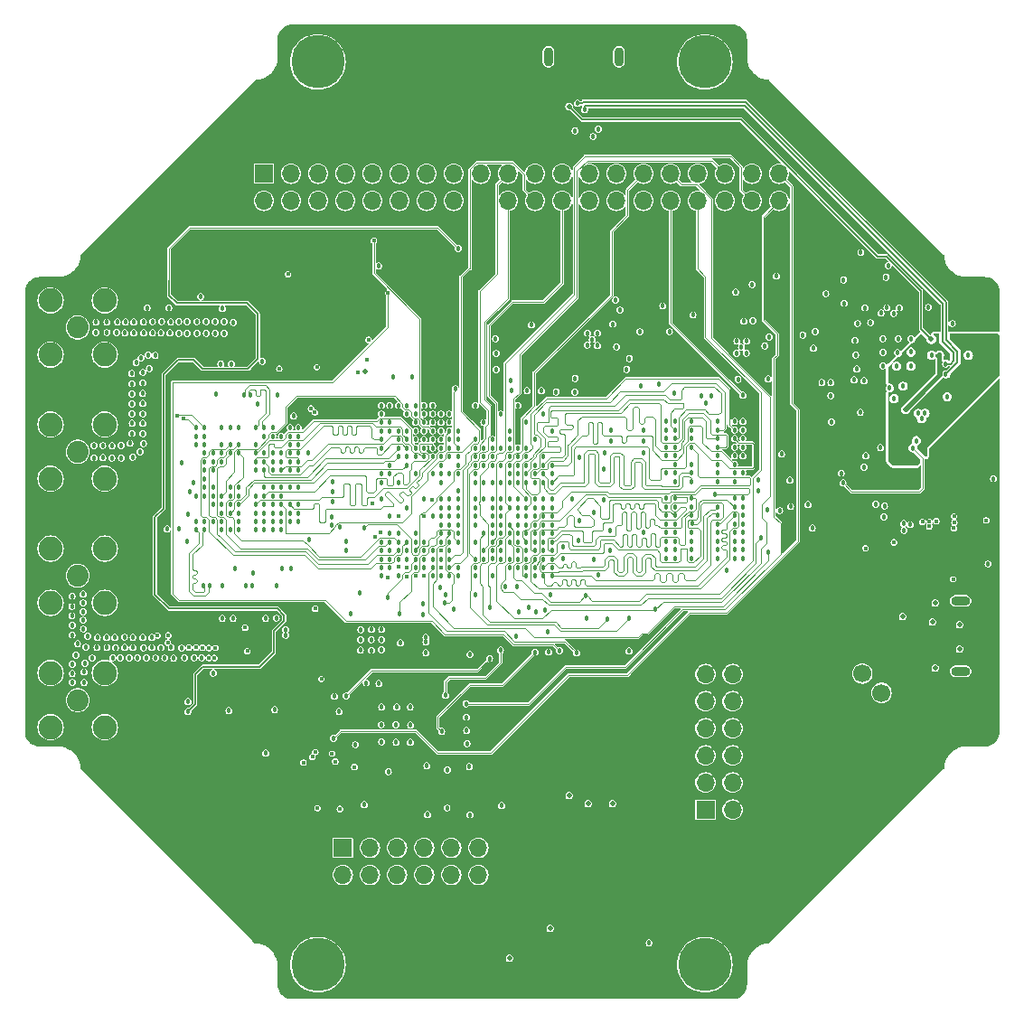
<source format=gbr>
%TF.GenerationSoftware,KiCad,Pcbnew,8.0.6*%
%TF.CreationDate,2025-01-14T20:30:26-08:00*%
%TF.ProjectId,IO_SDR_1.1,494f5f53-4452-45f3-912e-312e6b696361,rev?*%
%TF.SameCoordinates,Original*%
%TF.FileFunction,Copper,L4,Inr*%
%TF.FilePolarity,Positive*%
%FSLAX46Y46*%
G04 Gerber Fmt 4.6, Leading zero omitted, Abs format (unit mm)*
G04 Created by KiCad (PCBNEW 8.0.6) date 2025-01-14 20:30:26*
%MOMM*%
%LPD*%
G01*
G04 APERTURE LIST*
G04 Aperture macros list*
%AMHorizOval*
0 Thick line with rounded ends*
0 $1 width*
0 $2 $3 position (X,Y) of the first rounded end (center of the circle)*
0 $4 $5 position (X,Y) of the second rounded end (center of the circle)*
0 Add line between two ends*
20,1,$1,$2,$3,$4,$5,0*
0 Add two circle primitives to create the rounded ends*
1,1,$1,$2,$3*
1,1,$1,$4,$5*%
%AMRotRect*
0 Rectangle, with rotation*
0 The origin of the aperture is its center*
0 $1 length*
0 $2 width*
0 $3 Rotation angle, in degrees counterclockwise*
0 Add horizontal line*
21,1,$1,$2,0,0,$3*%
G04 Aperture macros list end*
%TA.AperFunction,ComponentPad*%
%ADD10RotRect,1.700000X1.700000X45.000000*%
%TD*%
%TA.AperFunction,ComponentPad*%
%ADD11HorizOval,1.700000X0.000000X0.000000X0.000000X0.000000X0*%
%TD*%
%TA.AperFunction,ComponentPad*%
%ADD12C,2.050000*%
%TD*%
%TA.AperFunction,ComponentPad*%
%ADD13C,2.250000*%
%TD*%
%TA.AperFunction,ComponentPad*%
%ADD14C,5.000000*%
%TD*%
%TA.AperFunction,ComponentPad*%
%ADD15R,1.700000X1.700000*%
%TD*%
%TA.AperFunction,ComponentPad*%
%ADD16O,1.700000X1.700000*%
%TD*%
%TA.AperFunction,ComponentPad*%
%ADD17O,1.800000X0.900000*%
%TD*%
%TA.AperFunction,ComponentPad*%
%ADD18O,0.900000X1.800000*%
%TD*%
%TA.AperFunction,ViaPad*%
%ADD19C,0.406400*%
%TD*%
%TA.AperFunction,ViaPad*%
%ADD20C,0.457200*%
%TD*%
%TA.AperFunction,ViaPad*%
%ADD21C,0.400000*%
%TD*%
%TA.AperFunction,ViaPad*%
%ADD22C,0.500000*%
%TD*%
%TA.AperFunction,Conductor*%
%ADD23C,0.381000*%
%TD*%
%TA.AperFunction,Conductor*%
%ADD24C,0.113030*%
%TD*%
%TA.AperFunction,Conductor*%
%ADD25C,0.200000*%
%TD*%
%TA.AperFunction,Conductor*%
%ADD26C,0.186180*%
%TD*%
G04 APERTURE END LIST*
D10*
%TO.N,+5VA*%
%TO.C,J3*%
X172720000Y-108966000D03*
D11*
%TO.N,GND*%
X174516051Y-110762051D03*
%TO.N,PTI*%
X176312102Y-112558102D03*
%TD*%
D12*
%TO.N,/Sheet2/UB1*%
%TO.C,J11*%
X101015800Y-78333600D03*
D13*
%TO.N,N/C*%
X103555800Y-75793600D03*
X98475800Y-75793600D03*
X103555800Y-80873600D03*
X98475800Y-80873600D03*
%TD*%
D14*
%TO.N,GND*%
%TO.C,H2*%
X159766000Y-53454396D03*
%TD*%
%TO.N,GND*%
%TO.C,H4*%
X123516000Y-138024396D03*
%TD*%
%TO.N,GND*%
%TO.C,H3*%
X159766000Y-138024396D03*
%TD*%
D15*
%TO.N,+5VD*%
%TO.C,J6*%
X159820000Y-123500000D03*
D16*
X162360000Y-123500000D03*
X159820000Y-120960000D03*
X162360000Y-120960000D03*
%TO.N,GND*%
X159820000Y-118420001D03*
X162360000Y-118420000D03*
X159820000Y-115880000D03*
X162360000Y-115880000D03*
%TO.N,PWR_Rx*%
X159820000Y-113340000D03*
%TO.N,PWR_Tx*%
X162360000Y-113340000D03*
%TO.N,PWR_Rx1*%
X159820000Y-110800000D03*
%TO.N,PWR_Tx1*%
X162360000Y-110800000D03*
%TD*%
D17*
%TO.N,GND*%
%TO.C,J1*%
X183725000Y-110540000D03*
X183725000Y-103940000D03*
%TD*%
D12*
%TO.N,/Sheet2/UB2*%
%TO.C,J9*%
X101015800Y-89966800D03*
D13*
%TO.N,N/C*%
X103555800Y-87426800D03*
X98475800Y-87426800D03*
X103555800Y-92506800D03*
X98475800Y-92506800D03*
%TD*%
D12*
%TO.N,/Sheet2/UB4*%
%TO.C,J12*%
X101020000Y-101590000D03*
D13*
%TO.N,N/C*%
X103560000Y-99050000D03*
X98480000Y-99050000D03*
X103560000Y-104130000D03*
X98480000Y-104130000D03*
%TD*%
D12*
%TO.N,/Sheet2/UB3*%
%TO.C,J10*%
X101020000Y-113240000D03*
D13*
%TO.N,N/C*%
X103560000Y-110700000D03*
X98480000Y-110700000D03*
X103560000Y-115780000D03*
X98480000Y-115780000D03*
%TD*%
D15*
%TO.N,IO_L7P*%
%TO.C,J4*%
X118460000Y-63930000D03*
D16*
%TO.N,IO_L9N*%
X118460000Y-66470000D03*
%TO.N,PS_MI00*%
X121000000Y-63930000D03*
%TO.N,IO_L7N*%
X121000000Y-66470000D03*
%TO.N,GND*%
X123540000Y-63930000D03*
%TO.N,PS_MI011*%
X123540000Y-66470000D03*
%TO.N,IO_L12N*%
X126080000Y-63930000D03*
%TO.N,IO_L24N*%
X126080000Y-66470000D03*
%TO.N,SCL*%
X128620000Y-63930000D03*
%TO.N,IO_L10P*%
X128620000Y-66470000D03*
%TO.N,+5VD*%
X131160000Y-63930000D03*
%TO.N,SDA*%
X131160000Y-66470000D03*
%TO.N,IO_L15P_T2*%
X133700000Y-63930000D03*
%TO.N,IO_L15N_T2*%
X133700000Y-66470000D03*
%TO.N,IO_L4P_TO_35*%
X136240000Y-63930000D03*
%TO.N,IO_L4N_TO_35*%
X136240000Y-66470000D03*
%TO.N,GND*%
X138780000Y-63930000D03*
%TO.N,+5VA*%
X138780000Y-66470000D03*
%TO.N,PS_MI049*%
X141320000Y-63930000D03*
%TO.N,PS_MI048*%
X141320000Y-66470000D03*
%TO.N,PS_MIO07_500_USB_RESET_B*%
X143860000Y-63930000D03*
%TO.N,PS_MI046*%
X143860000Y-66470000D03*
%TO.N,PS_MI09*%
X146400000Y-63930000D03*
%TO.N,PS_MI052*%
X146400000Y-66470000D03*
%TO.N,unconnected-(J4-Pin_25-Pad25)*%
X148940000Y-63930000D03*
%TO.N,unconnected-(J4-Pin_26-Pad26)*%
X148940000Y-66470000D03*
%TO.N,unconnected-(J4-Pin_27-Pad27)*%
X151480000Y-63930000D03*
%TO.N,unconnected-(J4-Pin_28-Pad28)*%
X151480000Y-66470000D03*
%TO.N,TMS*%
X154020000Y-63930000D03*
%TO.N,+1V8*%
X154020000Y-66470000D03*
%TO.N,TDO*%
X156560000Y-63930000D03*
%TO.N,TCK*%
X156560000Y-66470000D03*
%TO.N,GND*%
X159100000Y-63930000D03*
%TO.N,TDI*%
X159100000Y-66470000D03*
%TO.N,UART_RX*%
X161640000Y-63930000D03*
%TO.N,EXT_CLK_EN*%
X161640000Y-66470000D03*
%TO.N,GND*%
X164180000Y-63930000D03*
%TO.N,UART_TX*%
X164180000Y-66470000D03*
%TO.N,SD_BOOT*%
X166720000Y-63930000D03*
%TO.N,JTAG_BOOT*%
X166720000Y-66470000D03*
%TD*%
D18*
%TO.N,GND*%
%TO.C,J2*%
X151720629Y-52971830D03*
X145120631Y-52971830D03*
%TD*%
D15*
%TO.N,+3V3*%
%TO.C,J5*%
X125860000Y-127080000D03*
D16*
X125860000Y-129620000D03*
%TO.N,GND*%
X128400000Y-127080000D03*
X128400000Y-129620000D03*
%TO.N,CAM0*%
X130939999Y-127080000D03*
%TO.N,CAM4*%
X130940000Y-129620000D03*
%TO.N,CAM1*%
X133480000Y-127080000D03*
%TO.N,CAM5*%
X133480000Y-129620000D03*
%TO.N,CAM2*%
X136020000Y-127080000D03*
%TO.N,CAM6*%
X136020000Y-129620000D03*
%TO.N,CAM3*%
X138560000Y-127080000D03*
%TO.N,CAM7*%
X138560000Y-129620000D03*
%TD*%
D14*
%TO.N,GND*%
%TO.C,H1*%
X123516000Y-53454396D03*
%TD*%
D19*
%TO.N,GND*%
X183110000Y-96010000D03*
X183100000Y-97140000D03*
X180790000Y-96970000D03*
X180150000Y-96540000D03*
X181450000Y-96480000D03*
X180810000Y-96540000D03*
X186130000Y-96400000D03*
X183150000Y-96590000D03*
D20*
%TO.N,+1V0*%
X135853064Y-94431664D03*
X140653054Y-92831664D03*
X135853064Y-96031654D03*
X135053064Y-92831664D03*
X135053064Y-96831654D03*
X136653064Y-96831654D03*
X135853064Y-90431674D03*
X140659124Y-89625604D03*
X166954194Y-90183004D03*
X138253054Y-96031654D03*
X135053064Y-89631674D03*
X135053064Y-91231664D03*
X140653054Y-91231664D03*
X139853054Y-90431674D03*
X135853064Y-92031664D03*
X140653054Y-95231664D03*
X140157194Y-79388004D03*
X151409394Y-75755804D03*
X140207994Y-80759604D03*
X140207994Y-82258204D03*
X140653054Y-96831654D03*
X152450794Y-82258204D03*
X135053064Y-95231664D03*
%TO.N,Net-(Q1-B)*%
X172542194Y-91986404D03*
X167792394Y-95110604D03*
%TO.N,+5VA*%
X161391594Y-82055004D03*
X113285994Y-70006014D03*
X179750000Y-100450000D03*
X166954194Y-91142214D03*
X166825014Y-78125014D03*
X127680000Y-120940500D03*
X108236014Y-69946024D03*
X178500474Y-99494034D03*
X180630000Y-100490000D03*
X143916394Y-76644804D03*
X181739994Y-80910024D03*
X175844194Y-97955404D03*
X178780000Y-100480000D03*
X182143394Y-91122804D03*
X148361394Y-81978804D03*
X183330014Y-76479972D03*
X181620000Y-100480000D03*
X178570024Y-85997444D03*
X128760000Y-123550000D03*
X109669984Y-110710014D03*
X179599994Y-99540004D03*
X169130014Y-72439984D03*
X181650000Y-99670000D03*
X182168794Y-91986404D03*
%TO.N,+1V8*%
X177027634Y-84009994D03*
X131853074Y-86431674D03*
X149791724Y-101534164D03*
X140653054Y-99231654D03*
X176259994Y-76970024D03*
X138253054Y-95231664D03*
X125070000Y-112890000D03*
X132653074Y-100831644D03*
X133453064Y-89631674D03*
X136653064Y-88031674D03*
X139053054Y-89631674D03*
X139853054Y-96031654D03*
X133648553Y-107810687D03*
X131053074Y-97631654D03*
X175309984Y-77880004D03*
X139053054Y-92831664D03*
X139853054Y-88831674D03*
X141453054Y-100831644D03*
X131053074Y-88831674D03*
X142349974Y-104960014D03*
X133648553Y-108796997D03*
X129453074Y-85631684D03*
X136653064Y-91231664D03*
X129220000Y-72560000D03*
X134253064Y-96031654D03*
X139053054Y-91231664D03*
X131853074Y-95231664D03*
X141453054Y-94431664D03*
X140653054Y-86431674D03*
X124897009Y-94683224D03*
X138253054Y-90431674D03*
X174670004Y-83329984D03*
X178346809Y-83826809D03*
X145340014Y-103360014D03*
X139853054Y-94431664D03*
X141453054Y-88831674D03*
X133653558Y-107374824D03*
X136653064Y-97631654D03*
X135053064Y-101631644D03*
X139853054Y-96831654D03*
X133453064Y-98431654D03*
X138253054Y-94431664D03*
X132653074Y-92031664D03*
X138253054Y-85631684D03*
X177437944Y-77002084D03*
X134253064Y-87231674D03*
X135853064Y-99231654D03*
X138253054Y-92831664D03*
X129453074Y-94431664D03*
X130253074Y-100031654D03*
X136653064Y-93631664D03*
X145010014Y-106849974D03*
X137422784Y-114840814D03*
X139853054Y-97631654D03*
X135469984Y-103399994D03*
X141453054Y-89631674D03*
X141453054Y-91231664D03*
X138253054Y-92031664D03*
X136653064Y-95231664D03*
D21*
X183029975Y-101900025D03*
D20*
X126180000Y-99230000D03*
X127450976Y-103207993D03*
X130253074Y-91231664D03*
%TO.N,Net-(C10-Pad1)*%
X164254984Y-77705004D03*
X172810014Y-76070004D03*
%TO.N,+1V5*%
X143053044Y-96031654D03*
X145453044Y-88031674D03*
X143853044Y-101631644D03*
X156140804Y-89542214D03*
X150977574Y-87971384D03*
X150393394Y-90056004D03*
X163340794Y-98342194D03*
X146456394Y-100012804D03*
X144653044Y-99231654D03*
X156140804Y-97542194D03*
X156140804Y-98342194D03*
X163340794Y-99942194D03*
X143853044Y-92831664D03*
X156140804Y-96742194D03*
X146456394Y-98844404D03*
X150291794Y-91580004D03*
X143053044Y-87231674D03*
X142253054Y-98431654D03*
X152704794Y-81242204D03*
X162540794Y-91942204D03*
X153779974Y-83850024D03*
X163340794Y-89542214D03*
X156940804Y-99942194D03*
X163340794Y-87942214D03*
X156140804Y-94342204D03*
X162640004Y-75010004D03*
X145453044Y-96831654D03*
X150875994Y-97320404D03*
X142253054Y-89631674D03*
X166782684Y-95492094D03*
X162540794Y-97542194D03*
X156140804Y-87942214D03*
X162540794Y-99142194D03*
X158540804Y-95142204D03*
X155828994Y-76314604D03*
X153695394Y-78727604D03*
X149402794Y-95631664D03*
X156940804Y-91942204D03*
X144653044Y-90431674D03*
X163340794Y-95942204D03*
X162540794Y-94342204D03*
%TO.N,Net-(U5-NR)*%
X165720004Y-83160004D03*
X165403374Y-80063394D03*
%TO.N,/Sheet1/TPP*%
X165784984Y-79210004D03*
X151129994Y-78016404D03*
X151510994Y-80150004D03*
%TO.N,+1V2*%
X114427004Y-81750000D03*
X119620544Y-105570414D03*
X118313194Y-81493274D03*
X115424444Y-81750000D03*
X112897004Y-90113204D03*
X113696994Y-90913204D03*
X147624794Y-83121804D03*
X119296984Y-97313194D03*
X145846794Y-84391804D03*
X114540534Y-105575404D03*
X121696984Y-91713204D03*
X115556534Y-105575404D03*
X147573994Y-84391804D03*
X120096984Y-97313194D03*
X118496984Y-88513204D03*
X113696994Y-90113204D03*
X118604554Y-105575404D03*
X119296984Y-87713214D03*
X114496994Y-95713194D03*
%TO.N,VDDA1P1_RX_VCO*%
X112897004Y-93313194D03*
X120896984Y-87713214D03*
%TO.N,+12L*%
X160350194Y-84722004D03*
X122631174Y-90113204D03*
X112897004Y-91713204D03*
X120096984Y-88513204D03*
X159892994Y-85407804D03*
X119296984Y-88513204D03*
X112897004Y-90913204D03*
X159435794Y-84722004D03*
X110540794Y-97193404D03*
X113696994Y-94913194D03*
%TO.N,/Sheet2/TX2A_N*%
X117150504Y-84620404D03*
X117696994Y-87713214D03*
%TO.N,/Sheet2/RX2A_N*%
X112097004Y-87713214D03*
D19*
X110890000Y-86870000D03*
D20*
%TO.N,/Sheet2/TX1A_N*%
X116808404Y-102527404D03*
X118496984Y-97313194D03*
%TO.N,/Sheet2/RX1A_N*%
X112897004Y-97313194D03*
X112799104Y-102532384D03*
%TO.N,/Sheet2/TX2A_P*%
X118496984Y-87713214D03*
X116580274Y-84620404D03*
%TO.N,/Sheet2/RX2A_P*%
X112897004Y-87713214D03*
D19*
X110300000Y-86590000D03*
D20*
%TO.N,TCK*%
X163347394Y-84671204D03*
X152679394Y-105550004D03*
X139053054Y-97631654D03*
%TO.N,/Sheet3/H6*%
X140653054Y-96031654D03*
X147904194Y-98260204D03*
%TO.N,/Sheet3/P6*%
X141453054Y-90431674D03*
X147345394Y-94424804D03*
X148005794Y-90538604D03*
%TO.N,FPGA-REST*%
X140653054Y-100031654D03*
X141096994Y-102603604D03*
%TO.N,+3.3V*%
X120510000Y-106650000D03*
X120510000Y-107160000D03*
X120190000Y-100890000D03*
D19*
%TO.N,Net-(C84-Pad2)*%
X116690000Y-106450000D03*
X116900000Y-108650000D03*
D20*
%TO.N,USB_OTG_N*%
X148495410Y-57939400D03*
X182329984Y-81758994D03*
%TO.N,USB_OTG_P*%
X182340000Y-82690000D03*
X147814934Y-57328942D03*
D22*
%TO.N,USB_ID*%
X147036000Y-57629984D03*
X180980000Y-79430000D03*
D20*
%TO.N,+15V*%
X154035594Y-90041414D03*
X154025594Y-87942214D03*
X165582594Y-95373794D03*
X164744394Y-92655994D03*
X154025594Y-88961614D03*
X163340794Y-94342204D03*
X156940804Y-90342214D03*
X164744394Y-93592804D03*
%TO.N,TMS*%
X141453054Y-95231664D03*
X150639974Y-105630014D03*
%TO.N,EXT_CLK_EN*%
X111328194Y-114313004D03*
X136660000Y-70910000D03*
%TO.N,UART_RX*%
X139853054Y-98431654D03*
%TO.N,UART_TX*%
X139053054Y-99231654D03*
%TO.N,SD_BOOT*%
X124992484Y-116810000D03*
%TO.N,IO_L15P_T2*%
X130253074Y-97631654D03*
%TO.N,IO_L4N_TO_35*%
X129460118Y-99238698D03*
%TO.N,IO_L4P_TO_35*%
X130253074Y-99231654D03*
%TO.N,PS_MI048*%
X135853064Y-100831644D03*
%TO.N,PS_MI049*%
X135853064Y-100031654D03*
%TO.N,PS_MI046*%
X132653074Y-99231654D03*
%TO.N,PS_MIO07_500_USB_RESET_B*%
X177969974Y-76490014D03*
%TO.N,PS_MI052*%
X138253054Y-100031654D03*
%TO.N,PS_MI09*%
X142253054Y-100831644D03*
%TO.N,IO_L9N*%
X129453074Y-92831664D03*
%TO.N,IO_L7P*%
X130253074Y-92031664D03*
%TO.N,IO_L7N*%
X129453074Y-92031664D03*
%TO.N,PS_MI00*%
X176225194Y-89598804D03*
X165049194Y-98006204D03*
X141453054Y-98431654D03*
D19*
%TO.N,PS_MI011*%
X120710000Y-73350000D03*
X123222618Y-86287330D03*
D20*
X141453054Y-100031654D03*
X125598813Y-97007378D03*
X132653074Y-97631654D03*
%TO.N,IO_L24N*%
X132653074Y-90431674D03*
%TO.N,IO_L12N*%
X130253074Y-88031674D03*
D21*
%TO.N,IO_L10P*%
X128770000Y-70210000D03*
D20*
X133453064Y-87231674D03*
%TO.N,SCL*%
X131853074Y-88031674D03*
X132333994Y-82969404D03*
%TO.N,SDA*%
X130555994Y-82969404D03*
X131853074Y-85631684D03*
%TO.N,CD*%
X134253064Y-100831644D03*
X147741517Y-108826216D03*
D22*
X148844000Y-122936000D03*
D20*
%TO.N,+3V3*%
X129240024Y-111679984D03*
D19*
X122170000Y-119090000D03*
D22*
X147066000Y-122174000D03*
D20*
X131238553Y-107881083D03*
X137720000Y-119470000D03*
D19*
X123850000Y-111250000D03*
D20*
X135660000Y-119760000D03*
D19*
X126940000Y-119510000D03*
D20*
X130124194Y-119951804D03*
X133723153Y-119392604D03*
%TO.N,Net-(Q1-C)*%
X172694594Y-92900804D03*
X179273194Y-89624204D03*
%TO.N,USR_LED*%
X145132540Y-108738750D03*
D21*
X119900000Y-82190000D03*
X123270000Y-104670000D03*
D20*
X139850000Y-100020000D03*
X112523984Y-75435984D03*
%TO.N,DONE*%
X136372594Y-84061604D03*
X136653064Y-89631674D03*
X107515974Y-76486014D03*
%TO.N,TX_VCO_1P1V_SUPPLY*%
X111886994Y-92850004D03*
X120896984Y-88513204D03*
X113696994Y-93313194D03*
%TO.N,TDO*%
X141453054Y-97631654D03*
X155143194Y-104762604D03*
%TO.N,TDI*%
X148629974Y-103490014D03*
X141453054Y-96831654D03*
%TO.N,/Sheet3/DDR-RESET*%
X143053044Y-100831644D03*
X162540794Y-87142214D03*
%TO.N,/Sheet3/DDR-CK_P*%
X144653044Y-92831664D03*
X158540804Y-92742204D03*
%TO.N,/Sheet3/DDR-CK_N*%
X144653044Y-92031664D03*
X158540804Y-91942204D03*
%TO.N,USR_BTN*%
X143916394Y-104965804D03*
X146130229Y-108602039D03*
D19*
X130088615Y-75088885D03*
D20*
%TO.N,PS_MIO06_500_QSPI0_SCLK*%
X143865594Y-108750404D03*
X135105541Y-116180456D03*
%TO.N,PS_MIO01_500_QSPI0_SS_B*%
X139590000Y-109340000D03*
X126160014Y-112850014D03*
%TO.N,JTAG_BOOT*%
X137382804Y-113590784D03*
%TO.N,/Sheet2/TX1A_P*%
X117378634Y-102527404D03*
X117696994Y-97313194D03*
%TO.N,/Sheet2/RX1A_P*%
X112097004Y-97313194D03*
X113369334Y-102532384D03*
%TO.N,IO_L08_34_CTRL_OUT0*%
X114496994Y-90113204D03*
X134253064Y-86431674D03*
%TO.N,IO_L08_34_CTRL_OUT1*%
X134253064Y-85631684D03*
X114496994Y-90913204D03*
%TO.N,IO_L11_34_TXNRX*%
X134253064Y-88031674D03*
X114496994Y-94113194D03*
%TO.N,IO_L24_35_SPI_DI*%
X129453074Y-100831644D03*
X114496994Y-94913194D03*
%TO.N,PS_MIO36_501_USB0_CLK*%
X136653064Y-101631644D03*
X174066194Y-77965604D03*
%TO.N,PS_MIO31_501_USB0_NXT*%
X170738794Y-83502804D03*
X132653074Y-98431654D03*
%TO.N,PS_MIO32_501_USB0_D0*%
X134253064Y-101631644D03*
X173837594Y-79540404D03*
%TO.N,CTRL_IN0*%
X131853074Y-98431654D03*
X115296994Y-89313204D03*
%TO.N,CTRL_IN3*%
X130253074Y-98431654D03*
X115296994Y-90113204D03*
%TO.N,IO_L10_34_EN_AGC*%
X133453064Y-86431674D03*
X115296994Y-93313194D03*
%TO.N,IO_L23_35_SPI_CLK*%
X115296994Y-94913194D03*
X130253074Y-100831644D03*
%TO.N,IO_02_34_AD9361_RST*%
X115296994Y-95713194D03*
X131053074Y-90431674D03*
%TO.N,CTRL_IN1*%
X131053074Y-99231654D03*
X116096994Y-89313204D03*
%TO.N,CTRL_IN2*%
X131053074Y-98431654D03*
X116096994Y-90113204D03*
%TO.N,IO_L11_34_ENABLE*%
X116096994Y-93313194D03*
X133453064Y-88031674D03*
%TO.N,IO_02_34_AD9361_CLKOUT*%
X116096994Y-94913194D03*
X131853074Y-91231664D03*
%TO.N,IO_L23_35_SPI_ENB*%
X129450050Y-101630960D03*
X116096994Y-95713194D03*
%TO.N,IO_L24_35_SPI_D0*%
X129453074Y-100031654D03*
X116096994Y-96513194D03*
%TO.N,IO_L19_34_TX_D9*%
X132653074Y-89631674D03*
X117696994Y-90113204D03*
%TO.N,IO_L20_34_TX_D11*%
X117696994Y-90913204D03*
X131853074Y-88831674D03*
%TO.N,IO_L06_34_RX_D10*%
X117696994Y-94913194D03*
X134253064Y-90431674D03*
%TO.N,IO_L05_34_RX_D8*%
X135853064Y-87231674D03*
X117696994Y-95713194D03*
%TO.N,IO_L18_34_TX_D7*%
X132653074Y-87231674D03*
X118496984Y-90113204D03*
%TO.N,IO_L19_34_TX_D8*%
X118496984Y-90913204D03*
X131853074Y-89631674D03*
%TO.N,IO_L20_34_TX_D10*%
X131053074Y-89631674D03*
X118496984Y-91713204D03*
%TO.N,IO_L07_34_RX_FRAME*%
X132653074Y-85631684D03*
X118496984Y-93313194D03*
%TO.N,IO_L06_34_RX_D11*%
X118496984Y-94113194D03*
X134253064Y-89631674D03*
%TO.N,IO_L05_34_RX_D9*%
X135053064Y-86431674D03*
X118496984Y-94913194D03*
%TO.N,IO_L04_34_RX_D6*%
X118496984Y-95713194D03*
X136653064Y-88831674D03*
%TO.N,IO_L17_34_TX_D5*%
X119296984Y-90113204D03*
X131053074Y-85631684D03*
%TO.N,IO_L18_34_TX_D6*%
X119296984Y-90913204D03*
X132653074Y-86431674D03*
%TO.N,IO_L09_34_TX_FRAME*%
X119296984Y-93313194D03*
X132653074Y-88831674D03*
%TO.N,IO_L04_34_RX_D7*%
X119296984Y-94913194D03*
X133453064Y-88831674D03*
%TO.N,IO_L03_34_RX_D4*%
X119296984Y-95713194D03*
X135853064Y-88831674D03*
X124790194Y-96812404D03*
%TO.N,IO_L16_34_TX_D3*%
X129453074Y-87231674D03*
X120096984Y-90113204D03*
%TO.N,IO_L17_34_TX_D4*%
X129453074Y-86431674D03*
X120096984Y-90913204D03*
%TO.N,IO_L01_34_FB_CLK*%
X133453064Y-90431674D03*
X120096984Y-91713204D03*
%TO.N,IO_L03_34_RX_D5*%
X138253054Y-88831674D03*
X120096984Y-94913194D03*
%TO.N,IO_L02_34_RX_D2*%
X135053064Y-88031674D03*
X120096984Y-95713194D03*
X124790194Y-96101204D03*
%TO.N,IO_L15_34_TX_D1*%
X120896984Y-90113204D03*
X130253074Y-85631684D03*
%TO.N,IO_L16_34_TX_D2*%
X129453074Y-88031674D03*
X120896984Y-90913204D03*
%TO.N,IO_L12_MRCC_34_DATA_CLK*%
X131053074Y-88031674D03*
X120896984Y-93313194D03*
%TO.N,SDMMC_D3*%
X133453064Y-100831644D03*
X133375394Y-105194404D03*
%TO.N,IO_L02_34_RX_D3*%
X135853064Y-88031674D03*
X120896984Y-94913194D03*
%TO.N,PS_MIO05_500_QSPI0_IO3*%
X140614394Y-108556715D03*
X135479984Y-112780014D03*
%TO.N,IO_L01_34_RX_D0*%
X135053064Y-87231674D03*
X120896984Y-95713194D03*
%TO.N,SDMMC_D2*%
X131190994Y-105118204D03*
X135053064Y-97631654D03*
%TO.N,IO_L15_34_TX_D0*%
X129453074Y-88831674D03*
X121696984Y-90913204D03*
%TO.N,IO_L01_34_RX_D1*%
X121696984Y-94913194D03*
X134253064Y-88831674D03*
%TO.N,PS_MIO33_501_USB0_D1*%
X133453064Y-99231654D03*
X171576994Y-83502804D03*
%TO.N,PS_MIO34_501_USB0_D2*%
X135853064Y-101631644D03*
X173880014Y-80900014D03*
%TO.N,PS_MIO35_501_USB0_D3*%
X173989994Y-82232804D03*
X135853064Y-97631654D03*
X165709594Y-99403204D03*
%TO.N,PS_MIO28_501_USB0_D4*%
X130047994Y-103594204D03*
X173761394Y-83248804D03*
D19*
X174810000Y-99010000D03*
D20*
X132653074Y-100031654D03*
%TO.N,PS_MIO37_501_USB0_D5*%
X174320194Y-86271404D03*
X138253054Y-101631644D03*
%TO.N,PS_MIO38_501_USB0_D6*%
X135053064Y-98431654D03*
X171627794Y-87185804D03*
%TO.N,PS_MIO39_501_USB0_D7*%
X131053074Y-100031654D03*
D19*
X177480000Y-98460000D03*
D20*
X177495194Y-85001404D03*
%TO.N,PS_MIO30_501_USB0_STP*%
X133453064Y-100031654D03*
X176830024Y-76480004D03*
%TO.N,PS_MIO29_501_USB0_DIR*%
X174751994Y-76492404D03*
X135053064Y-100031654D03*
%TO.N,/Sheet3/PS-DDR-BA1*%
X143053044Y-89631674D03*
X156940804Y-89542214D03*
%TO.N,/Sheet3/PS-DDR-CAS*%
X142253054Y-90431674D03*
X160940794Y-91942204D03*
%TO.N,/Sheet3/PS-DDR-RAS*%
X143053044Y-90431674D03*
X160940794Y-92742204D03*
%TO.N,/Sheet3/PS-DDR-ODT*%
X142253054Y-91231664D03*
X163340794Y-91942204D03*
%TO.N,/Sheet3/PS-DDR-CKE*%
X143853044Y-91231664D03*
X156140804Y-91942204D03*
%TO.N,/Sheet3/PS-DDR-A0*%
X144653044Y-91231664D03*
X160940794Y-89542214D03*
%TO.N,/Sheet3/PS-DDR-CS*%
X162540794Y-91142214D03*
X145453044Y-91231664D03*
%TO.N,/Sheet3/PS-DDR-WE*%
X142253054Y-92031664D03*
X160940794Y-91142214D03*
%TO.N,/Sheet3/PS-DDR-A4*%
X143053044Y-92031664D03*
X156940804Y-88742214D03*
%TO.N,/Sheet3/PS-DDR-A2*%
X160940794Y-88742214D03*
X143853044Y-92031664D03*
%TO.N,/Sheet3/PS-DDR-BA0*%
X142253054Y-92831664D03*
X162540794Y-90342214D03*
%TO.N,/Sheet3/PS-DDR-A6*%
X143053044Y-92831664D03*
X156940804Y-87942214D03*
%TO.N,/Sheet3/PS-DDR-A5*%
X162540794Y-88742214D03*
X145453044Y-92831664D03*
%TO.N,/Sheet3/PS-DDR-A7*%
X162540794Y-87942214D03*
X143053044Y-94431664D03*
%TO.N,/Sheet3/PS-DDR-A3*%
X143853044Y-94431664D03*
X162540794Y-89542214D03*
%TO.N,/Sheet3/PS-DDR-A1*%
X144653044Y-94431664D03*
X158540804Y-88742214D03*
%TO.N,/Sheet3/PS-DDR-A8*%
X156940804Y-87142214D03*
X145453044Y-94431664D03*
%TO.N,/Sheet3/PS-DDR-BA2*%
X142253054Y-95231664D03*
X160940794Y-90342214D03*
%TO.N,/Sheet3/PS-DDR-A9*%
X160940794Y-87942214D03*
X143053044Y-95231664D03*
%TO.N,/Sheet3/DDR-DQ12*%
X143853044Y-95231664D03*
X158540804Y-99942194D03*
%TO.N,/Sheet3/DDR-DQ15*%
X145453044Y-95231664D03*
X160940794Y-99942194D03*
%TO.N,/Sheet3/DDR-DQ11*%
X143853044Y-96031654D03*
X162540794Y-98342194D03*
%TO.N,/Sheet3/DDR-DQ13*%
X162540794Y-99942194D03*
X144653044Y-96031654D03*
%TO.N,/Sheet3/DDR-DQ14*%
X156940804Y-99142194D03*
X145453044Y-96031654D03*
%TO.N,/Sheet3/PS-DDR-A11*%
X158540804Y-87942214D03*
X143053044Y-96831654D03*
%TO.N,/Sheet3/DDR-DQ10*%
X143853044Y-96831654D03*
X156940804Y-98342194D03*
%TO.N,/Sheet3/DDR-LDQS_N*%
X160940794Y-95142204D03*
X144653044Y-100831644D03*
%TO.N,/Sheet3/PS-DDR-A10*%
X142253054Y-97631654D03*
X158540804Y-91142214D03*
%TO.N,/Sheet3/PS-DDR-A14*%
X158540804Y-87142214D03*
X143053044Y-97631654D03*
%TO.N,/Sheet3/DDR-LDQS_P*%
X160940794Y-95942204D03*
X144653044Y-100031654D03*
%TO.N,/Sheet3/DDR-UDM*%
X145453044Y-97631654D03*
X160940794Y-97542194D03*
%TO.N,SDMMC_D0*%
X135853064Y-98431654D03*
X135399974Y-104139994D03*
%TO.N,/Sheet3/PS-DDR-A12*%
X143053044Y-98431654D03*
X158540804Y-89542214D03*
%TO.N,/Sheet3/DDR-DQ9*%
X160940794Y-98342194D03*
X143853044Y-98431654D03*
%TO.N,/Sheet3/DDR-DQ8*%
X144653044Y-98431654D03*
X158540804Y-97542194D03*
%TO.N,/Sheet3/DDR-DQ7*%
X145453044Y-98431654D03*
X158540804Y-94342204D03*
%TO.N,SDMMC_CLK*%
X134253064Y-99231654D03*
X134959320Y-102690503D03*
%TO.N,/Sheet3/PS-DDR-A13*%
X160940794Y-87142214D03*
X143053044Y-99231654D03*
%TO.N,/Sheet3/DDR-DQ4*%
X160731194Y-93942204D03*
X143853044Y-99231654D03*
%TO.N,/Sheet3/DDR-DQ5*%
X156940804Y-94342204D03*
X145453044Y-99231654D03*
%TO.N,SDMMC_CMD*%
X131853074Y-100031654D03*
X133349994Y-104254604D03*
%TO.N,/Sheet3/DDR-DQ0*%
X160940794Y-96742194D03*
X143853044Y-100031654D03*
%TO.N,/Sheet3/DDR-UDQS_N*%
X158540804Y-99142194D03*
X144653044Y-97631654D03*
%TO.N,/Sheet3/DDR-DQ6*%
X145453044Y-100031654D03*
X162540794Y-95142204D03*
%TO.N,/Sheet3/DDR-DQ1*%
X158540804Y-95942204D03*
X143853044Y-100831644D03*
%TO.N,/Sheet3/DDR-UDQS_P*%
X158540804Y-98342194D03*
X144653044Y-96831654D03*
%TO.N,/Sheet3/DDR-DQ3*%
X156940804Y-95942204D03*
X143053044Y-101631644D03*
%TO.N,/Sheet3/DDR-DQ2*%
X144653044Y-101631644D03*
X162540794Y-95942204D03*
%TO.N,/Sheet3/DDR-LDM*%
X158580000Y-96720000D03*
X145453044Y-101631644D03*
%TO.N,GND*%
X119439994Y-114130000D03*
X109173368Y-109289336D03*
X132166554Y-117198804D03*
X111359994Y-113380014D03*
X132653074Y-88031674D03*
X174862307Y-90363067D03*
X112097004Y-88513204D03*
X100478905Y-103494996D03*
X130844894Y-117198804D03*
D19*
X113320000Y-108370000D03*
D20*
X128553764Y-106626864D03*
X119620544Y-102532414D03*
X137482824Y-117320824D03*
X120896984Y-91713204D03*
X104230867Y-89407674D03*
X135053064Y-94431664D03*
X156140804Y-99942194D03*
X111909099Y-109269464D03*
X100509936Y-109877799D03*
X129453074Y-98431654D03*
X132154874Y-113877144D03*
X126579984Y-105110024D03*
X105437005Y-108304054D03*
X102724608Y-78794265D03*
X113920000Y-78870000D03*
D22*
X181102000Y-105918000D03*
D20*
X102358045Y-109291571D03*
X130820004Y-115549984D03*
X154550004Y-135970635D03*
X136653064Y-92031664D03*
X176426104Y-79394714D03*
X143853044Y-88831674D03*
X106260000Y-78830000D03*
X108860000Y-77780000D03*
X112897004Y-92513204D03*
X139853054Y-95231664D03*
X109653573Y-78841151D03*
X177869134Y-79376014D03*
X114555994Y-76546004D03*
X107970000Y-107360000D03*
X105105726Y-90560986D03*
X131053074Y-101631644D03*
X163340794Y-88742214D03*
X102542220Y-90541113D03*
X169951394Y-80277004D03*
X111505994Y-93688204D03*
X112644369Y-109269464D03*
X130253074Y-87231674D03*
X125510000Y-114320000D03*
X162540794Y-96742194D03*
X106088576Y-83599862D03*
X111040000Y-109280000D03*
X156940804Y-95142204D03*
X145453044Y-92031664D03*
X102541735Y-89394425D03*
X163658294Y-79610664D03*
X114540534Y-102532384D03*
X139853054Y-101631644D03*
X121696984Y-88513204D03*
X121696984Y-95713194D03*
X112097004Y-89313204D03*
X152668728Y-108636847D03*
X171094394Y-75171604D03*
X103356977Y-90531177D03*
X106640000Y-109280000D03*
X140653054Y-97631654D03*
X114496994Y-87713214D03*
D22*
X141478000Y-137414000D03*
D20*
X144449794Y-84264804D03*
X143853044Y-97631654D03*
X126150000Y-98340000D03*
X101692328Y-109768502D03*
X120896984Y-89313204D03*
D19*
X113930000Y-108340000D03*
D20*
X121696984Y-87713214D03*
X102740000Y-77840000D03*
X177777644Y-80686244D03*
X100508713Y-106237351D03*
X105444873Y-78830512D03*
X107620000Y-80910000D03*
X149402794Y-100031654D03*
X154016884Y-97542194D03*
X133453064Y-94431664D03*
X106058767Y-82655935D03*
X163637514Y-80729984D03*
X107165881Y-108333862D03*
X100490063Y-110742237D03*
X149705154Y-80015434D03*
X117696994Y-96513194D03*
X105480000Y-77830000D03*
X122707394Y-98184004D03*
X179062174Y-81956904D03*
X101519872Y-104130051D03*
X120896984Y-96513194D03*
X177721004Y-81956904D03*
X110786104Y-90970414D03*
X120096984Y-96513194D03*
X148719994Y-105539994D03*
D19*
X109510000Y-107180000D03*
D20*
X162729564Y-80747314D03*
X174684864Y-91402204D03*
X117429984Y-101309984D03*
X139853054Y-91231664D03*
X106098849Y-88261713D03*
X147615960Y-59899971D03*
X139053054Y-87231674D03*
X129499864Y-113888824D03*
X112097004Y-94113194D03*
X167724604Y-92641414D03*
X107131679Y-88268175D03*
D22*
X178308000Y-105410000D03*
D20*
X176442264Y-80662574D03*
X127485494Y-108545024D03*
X155490004Y-83679994D03*
X106149013Y-90481497D03*
X113960000Y-84590000D03*
X145453044Y-100831644D03*
X100478905Y-107141534D03*
X116096994Y-94113194D03*
X162540794Y-92742204D03*
X149701244Y-78862884D03*
X131853074Y-90431674D03*
X108338738Y-109289336D03*
X156440014Y-78729994D03*
X102833754Y-108313990D03*
X112897004Y-94113194D03*
X115296994Y-87713214D03*
X163409984Y-77750004D03*
X156140804Y-95142204D03*
X101533248Y-105740725D03*
X104542758Y-108323926D03*
X150288954Y-94453044D03*
X180720994Y-76441604D03*
X103767896Y-78809169D03*
X113696994Y-94113194D03*
X182956194Y-77965604D03*
X176606194Y-95059804D03*
X131853074Y-99231654D03*
X179077764Y-80631384D03*
X101555328Y-106584187D03*
X104993594Y-109276088D03*
X116096994Y-87713214D03*
X115296994Y-94113194D03*
X117830594Y-85534804D03*
X100985645Y-107946356D03*
X136653064Y-100831644D03*
X106270000Y-77820000D03*
X106099616Y-84562876D03*
D19*
X113310000Y-109290000D03*
D20*
X128530344Y-108576214D03*
X101612839Y-111586803D03*
X182473594Y-84823604D03*
X133453064Y-85631684D03*
X107740000Y-82180000D03*
X130903364Y-113888824D03*
X104710000Y-77810000D03*
X134253064Y-100031654D03*
X100519872Y-111576867D03*
X169824394Y-97117204D03*
X156940804Y-92742204D03*
X156140804Y-90342214D03*
D19*
X109460000Y-107860000D03*
D20*
X100837826Y-109023297D03*
X110482120Y-78870000D03*
X117696994Y-89313204D03*
X138253054Y-96831654D03*
X144828003Y-104778003D03*
X120096984Y-94113194D03*
X104211480Y-90551049D03*
X108020000Y-77800000D03*
X137750000Y-108960000D03*
X168960794Y-79057804D03*
X130253074Y-96031654D03*
X107111807Y-83518733D03*
X174381050Y-71288540D03*
X140736400Y-123123069D03*
X137770000Y-123990000D03*
X107091935Y-84502404D03*
X135610000Y-123350000D03*
X135853064Y-96831654D03*
X107129570Y-87302678D03*
D22*
X181356000Y-110236000D03*
D20*
X136653064Y-96031654D03*
X111277394Y-98412604D03*
X150977574Y-88990784D03*
X171576994Y-84722004D03*
X113696994Y-96513194D03*
X156879994Y-84520024D03*
X121029974Y-100890014D03*
X129489394Y-106626864D03*
X115296994Y-97313194D03*
X111277005Y-78876624D03*
X143053044Y-91231664D03*
X127555694Y-106642454D03*
X121696984Y-90113204D03*
X107172429Y-89199744D03*
X124913306Y-92790452D03*
X143535394Y-78092604D03*
X109372394Y-97218804D03*
X106950000Y-81190000D03*
X117696994Y-91713204D03*
X161772594Y-101079604D03*
X102860000Y-107360000D03*
X144653044Y-86431674D03*
X106172274Y-108313990D03*
X105072121Y-89381177D03*
X127049984Y-117419984D03*
X118496984Y-96513194D03*
X100468969Y-104468731D03*
X138253054Y-91231664D03*
X144653044Y-95231664D03*
X141630394Y-84239404D03*
X121696984Y-93313194D03*
X101770594Y-108274246D03*
X169417994Y-94932804D03*
X175767994Y-94882004D03*
X119296984Y-94113194D03*
X114496994Y-97313194D03*
X137452804Y-116100804D03*
X114734758Y-78876624D03*
X129488174Y-117140274D03*
D19*
X113830000Y-109290000D03*
D20*
X163340794Y-87142214D03*
D22*
X183642000Y-106172000D03*
D20*
X176437844Y-81932724D03*
X108832732Y-78823632D03*
X112177876Y-78883248D03*
X135853064Y-89631674D03*
X127860000Y-123040000D03*
X147980394Y-96456804D03*
X135853064Y-95231664D03*
X108260000Y-80940000D03*
X113699994Y-110710014D03*
X110742867Y-108363671D03*
X104290000Y-109280000D03*
X105900127Y-89182456D03*
X163340794Y-96742194D03*
X142253054Y-85631684D03*
X104505237Y-107360256D03*
X113905242Y-77783376D03*
D19*
X112710000Y-108330000D03*
D20*
X116096994Y-97313194D03*
X129504994Y-107585964D03*
X111262247Y-77790000D03*
X156940804Y-97542194D03*
X143128994Y-84264804D03*
X108815269Y-108323926D03*
X156140804Y-88742214D03*
X103730000Y-107360015D03*
X138253054Y-98431654D03*
X101528832Y-104950255D03*
X163340794Y-90342214D03*
D22*
X183642000Y-108458000D03*
D20*
X107460000Y-109270000D03*
X164209974Y-74309984D03*
X135053064Y-88831674D03*
X139853054Y-89631674D03*
X106217538Y-107359023D03*
X134253064Y-92031664D03*
X107160000Y-77810000D03*
X129481624Y-108506004D03*
D19*
X112090000Y-108320000D03*
D22*
X151130000Y-122936000D03*
D20*
X163340794Y-95142204D03*
X129453074Y-89631674D03*
X139053054Y-90431674D03*
X135053064Y-96031654D03*
D19*
X108500000Y-107180000D03*
D20*
X163340794Y-97542194D03*
X135853064Y-86431674D03*
X150875994Y-99254054D03*
X103369741Y-89394425D03*
X186816994Y-92494404D03*
X119296984Y-91713204D03*
D22*
X145288000Y-134620000D03*
D20*
X115780004Y-100880014D03*
X106129424Y-87305232D03*
X156940804Y-96742194D03*
X163340794Y-99142194D03*
X106099616Y-86410986D03*
X136245594Y-104711804D03*
X107950831Y-108313990D03*
X148786384Y-78862884D03*
X103750000Y-77840000D03*
X107131679Y-82544998D03*
X107130000Y-107360000D03*
X109545994Y-76486014D03*
X176529994Y-96075804D03*
X119296984Y-96513194D03*
X106480000Y-81630000D03*
X121696984Y-96513194D03*
X179577994Y-88938404D03*
X110467362Y-77783376D03*
X109710000Y-77810000D03*
X162764214Y-79614114D03*
X106099616Y-85486931D03*
X156140804Y-99142194D03*
X141604994Y-83299604D03*
X127532274Y-107585964D03*
X142138394Y-102629004D03*
X176750014Y-73620024D03*
X112897004Y-89313204D03*
X118630000Y-118210000D03*
X156140804Y-87142214D03*
X124920000Y-93738594D03*
X151815794Y-76695604D03*
X107180000Y-78830256D03*
X112097004Y-96513194D03*
X128498594Y-107594394D03*
X136653064Y-90431674D03*
X104649987Y-78797392D03*
X114496994Y-89313204D03*
X106844538Y-89984693D03*
X108011350Y-78830256D03*
X129429704Y-115561364D03*
X136653064Y-94431664D03*
X141453054Y-92031664D03*
X170103794Y-78702204D03*
X114720000Y-77790000D03*
X166450004Y-73519994D03*
X100468969Y-105333169D03*
X115610690Y-77854533D03*
X176940004Y-72519994D03*
X101952771Y-107233344D03*
X132201664Y-115584734D03*
X117696994Y-94113194D03*
X131053074Y-92831664D03*
X184450024Y-80919984D03*
X163201394Y-80184044D03*
X142120004Y-107230014D03*
X186308994Y-100491214D03*
X112897004Y-96513194D03*
X139053054Y-100031654D03*
X140653054Y-94431664D03*
X141453054Y-88031674D03*
X113057364Y-77790000D03*
X160940794Y-99142194D03*
X115188994Y-114236804D03*
X109779068Y-108304054D03*
X133790000Y-123960000D03*
X105387324Y-107350191D03*
X119760994Y-84645804D03*
D19*
X111450000Y-108320000D03*
D20*
X110030000Y-109300000D03*
X112897004Y-88513204D03*
X120096984Y-93313194D03*
X113072122Y-78876624D03*
X143053044Y-100031654D03*
X179069994Y-79389984D03*
D22*
X181356000Y-104140000D03*
D20*
X107101871Y-85446331D03*
X113696994Y-91713204D03*
X112163118Y-77796624D03*
X149227124Y-79453074D03*
X135053064Y-92031664D03*
X103767745Y-108313990D03*
X156140804Y-95942204D03*
X148746104Y-79992014D03*
X101510000Y-103300000D03*
X101612839Y-110603132D03*
X142253054Y-94431664D03*
X139853054Y-92831664D03*
X107131679Y-86430002D03*
X128049984Y-111630004D03*
X121234194Y-86627004D03*
X162869974Y-83189974D03*
X105840000Y-109280000D03*
X111328194Y-95821804D03*
X158640014Y-77160014D03*
X135053064Y-90431674D03*
X121696984Y-89313204D03*
%TO.N,Net-(C14-Pad1)*%
X180063644Y-86884614D03*
X178435554Y-97353174D03*
X180392014Y-86370004D03*
X178377384Y-96710494D03*
X179750004Y-86370004D03*
X178989984Y-96798684D03*
%TO.N,Net-(U13-VDD33)*%
X181010804Y-80916674D03*
%TO.N,Net-(U14G-PS_DDR_VRP_502)*%
X142253054Y-96031654D03*
%TO.N,Net-(U14G-PS_DDR_VRN_502)*%
X142253054Y-96831654D03*
%TO.N,Net-(U18-ZQ0)*%
X156940804Y-91142214D03*
%TO.N,Net-(U12-RBIAS)*%
X114496994Y-96513194D03*
%TO.N,Net-(U14H-PS_CLK_500)*%
X140653054Y-98431654D03*
X139609974Y-104539994D03*
%TO.N,Net-(U14H-PS_MIO14_500)*%
X142253054Y-100031654D03*
%TO.N,Net-(U14H-PS_MIO7_500)*%
X139853054Y-99231654D03*
X143255994Y-104559404D03*
%TO.N,Net-(U14H-PS_MIO8_500)*%
X142253054Y-99231654D03*
%TO.N,Net-(U14I-PS_MIO_VREF_501)*%
X127888994Y-97066404D03*
X136653064Y-98431654D03*
%TO.N,Net-(U14I-PS_SRST_B_501)*%
X138250014Y-103399994D03*
X138253054Y-100831644D03*
D19*
%TO.N,SDA-1*%
X124850000Y-118250000D03*
X123272509Y-118110503D03*
%TO.N,SCLK-1*%
X125140000Y-119000000D03*
X123000222Y-118560222D03*
%TO.N,SD0-1*%
X123480000Y-123360000D03*
X125580000Y-123430000D03*
%TO.N,BNO_boot*%
X133480514Y-96010000D03*
X123420000Y-82040000D03*
%TO.N,EXTSYN*%
X129390174Y-97560778D03*
X122869526Y-85922799D03*
D21*
%TO.N,BNO_RESET*%
X131078126Y-96001436D03*
D19*
X127290000Y-82550000D03*
D22*
%TO.N,H-INT*%
X127930000Y-82470000D03*
D19*
X128888710Y-97915878D03*
D20*
%TO.N,+5VD*%
X172770794Y-73876204D03*
%TO.N,+5VP*%
X149788981Y-59732790D03*
X149306380Y-60443990D03*
X178511194Y-90437004D03*
X184496604Y-80004614D03*
X178561994Y-86779404D03*
D19*
%TO.N,H_TX*%
X128270000Y-79490000D03*
X134230000Y-94440000D03*
%TO.N,H_RX*%
X128110000Y-81330000D03*
X128660394Y-94828015D03*
%TO.N,CAM1*%
X131870000Y-101640000D03*
%TO.N,CAM2*%
X132680000Y-101620000D03*
%TO.N,CAM5*%
X131110000Y-100780000D03*
%TO.N,CAM7*%
X135090000Y-100830000D03*
%TO.N,CAM0*%
X130060000Y-101780000D03*
%TO.N,CAM3*%
X133460000Y-101610000D03*
%TO.N,CAM6*%
X131837035Y-100796687D03*
%TO.N,CAM4*%
X135082962Y-99252547D03*
D20*
%TO.N,Net-(U14C-INIT_B_0)*%
X138253054Y-89631674D03*
%TO.N,Net-(U14C-PROGRAM_B_0)*%
X141453054Y-92831664D03*
%TO.N,Net-(U14C-VP_0)*%
X139053054Y-94431664D03*
%TD*%
D23*
%TO.N,+5VA*%
X181739994Y-82827474D02*
X181739994Y-80910024D01*
X178570024Y-85997444D02*
X181739994Y-82827474D01*
D24*
%TO.N,/Sheet2/TX2A_N*%
X117696994Y-87713214D02*
X117696994Y-87699684D01*
X117761524Y-84747404D02*
X118026674Y-84747404D01*
X118109994Y-84664074D02*
X118109994Y-84188604D01*
X118617994Y-86316274D02*
X118617994Y-84264804D01*
X117038114Y-84290204D02*
X117215914Y-84112404D01*
X117038114Y-84422784D02*
X117150504Y-84535174D01*
X117551194Y-84112404D02*
X117678194Y-84239404D01*
X117924274Y-87472404D02*
X117924274Y-87010004D01*
X117678194Y-84664074D02*
X117761524Y-84747404D01*
X117038114Y-84422784D02*
X117038114Y-84290204D01*
X118465594Y-84112404D02*
X118617994Y-84264804D01*
X118109994Y-84188604D02*
X118186194Y-84112404D01*
X118186194Y-84112404D02*
X118465594Y-84112404D01*
X117678194Y-84664074D02*
X117678194Y-84239404D01*
X117696994Y-87699684D02*
X117924274Y-87472404D01*
X117924274Y-87010004D02*
X118617994Y-86316274D01*
X117215914Y-84112404D02*
X117551194Y-84112404D01*
X118026674Y-84747404D02*
X118109994Y-84664074D01*
X117150504Y-84620404D02*
X117150504Y-84535174D01*
%TO.N,/Sheet2/RX2A_N*%
X110970000Y-86950000D02*
X111333790Y-86950000D01*
X110970000Y-86950000D02*
X110890000Y-86870000D01*
X111333790Y-86950000D02*
X112097004Y-87713214D01*
%TO.N,/Sheet2/RX1A_N*%
X111749834Y-100948034D02*
X111749834Y-99597094D01*
X112048014Y-101066904D02*
X112166884Y-101185774D01*
X111868704Y-101463144D02*
X112048014Y-101463144D01*
X112897004Y-97326714D02*
X112897004Y-97313194D01*
X111749834Y-101740514D02*
X111868704Y-101859384D01*
X111868704Y-101066904D02*
X112048014Y-101066904D01*
X111749834Y-101740514D02*
X111749834Y-101582014D01*
X111868704Y-102255624D02*
X112048014Y-102255624D01*
X112166884Y-102136754D02*
X112166884Y-101978254D01*
X112048014Y-102255624D02*
X112166884Y-102136754D01*
X112048014Y-101463144D02*
X112166884Y-101344274D01*
X112669724Y-97553994D02*
X112897004Y-97326714D01*
X111749834Y-100948034D02*
X111868704Y-101066904D01*
X112799104Y-102617614D02*
X112799104Y-102532384D01*
X111988594Y-103086204D02*
X112828174Y-103086204D01*
X111749834Y-102374494D02*
X111868704Y-102255624D01*
X111749834Y-102847444D02*
X111749834Y-102841864D01*
X112166884Y-101344274D02*
X112166884Y-101185774D01*
X112048014Y-101859384D02*
X112166884Y-101978254D01*
X112799104Y-102617614D02*
X112911504Y-102730004D01*
X111749834Y-102841864D02*
X111749834Y-102374494D01*
X111749834Y-101582014D02*
X111868704Y-101463144D01*
X112669724Y-98677204D02*
X112669724Y-97553994D01*
X111868704Y-101859384D02*
X112048014Y-101859384D01*
X112828174Y-103086204D02*
X112911504Y-103002874D01*
X112911504Y-103002874D02*
X112911504Y-102730004D01*
X111749834Y-99597094D02*
X112669724Y-98677204D01*
X111749834Y-102847444D02*
X111988594Y-103086204D01*
%TO.N,/Sheet2/TX2A_P*%
X118608684Y-83766964D02*
X118963434Y-84121714D01*
X118496984Y-87713214D02*
X118496984Y-87699684D01*
X116580274Y-84620404D02*
X116580274Y-84535174D01*
X117072824Y-83766964D02*
X118608684Y-83766964D01*
X118269714Y-87153084D02*
X118963434Y-86459364D01*
X116692674Y-84147114D02*
X117072824Y-83766964D01*
X116580274Y-84535174D02*
X116692674Y-84422784D01*
X118269714Y-87472404D02*
X118496984Y-87699684D01*
X118269714Y-87472404D02*
X118269714Y-87153084D01*
X116692674Y-84422784D02*
X116692674Y-84147114D01*
X118963434Y-86459364D02*
X118963434Y-84121714D01*
%TO.N,/Sheet2/RX2A_P*%
X111540000Y-86520000D02*
X111703790Y-86520000D01*
X111528685Y-86508685D02*
X110381315Y-86508685D01*
X111703790Y-86520000D02*
X112897004Y-87713214D01*
X111540000Y-86520000D02*
X111528685Y-86508685D01*
X110381315Y-86508685D02*
X110300000Y-86590000D01*
%TO.N,TCK*%
X145654874Y-106203804D02*
X146205554Y-106754474D01*
X137769064Y-103059994D02*
X137854914Y-102974144D01*
X137854914Y-102974144D02*
X137854914Y-100666734D01*
X137854914Y-100666734D02*
X138091854Y-100429794D01*
X138654914Y-100192854D02*
X138654914Y-98114024D01*
X138417974Y-100429794D02*
X138654914Y-100192854D01*
X151474924Y-106754474D02*
X152679394Y-105550004D01*
X156560000Y-77300000D02*
X156560000Y-77903570D01*
X146205554Y-106754474D02*
X151474924Y-106754474D01*
X163327634Y-84671204D02*
X163347394Y-84671204D01*
X139413994Y-106203804D02*
X145654874Y-106203804D01*
X156560000Y-77300000D02*
X156560000Y-66470000D01*
X138654914Y-98114024D02*
X139053054Y-97715884D01*
X156560000Y-77903570D02*
X163327634Y-84671204D01*
X137769064Y-104558874D02*
X137769064Y-103059994D01*
X139053054Y-97715884D02*
X139053054Y-97631654D01*
X137769064Y-104558874D02*
X139413994Y-106203804D01*
X138091854Y-100429794D02*
X138417974Y-100429794D01*
D25*
%TO.N,USB_OTG_N*%
X148495410Y-57939400D02*
X148495410Y-57601044D01*
X148500049Y-57596405D02*
X158496000Y-57596405D01*
X163523063Y-57596405D02*
X182036518Y-76109860D01*
X158496000Y-57596405D02*
X163523063Y-57596405D01*
X182036518Y-76878620D02*
X182036518Y-79671860D01*
X183066518Y-80701860D02*
X183066518Y-81472800D01*
X148495410Y-57601044D02*
X148500049Y-57596405D01*
X182036518Y-76109860D02*
X182036518Y-76878620D01*
X182780324Y-81758994D02*
X182329984Y-81758994D01*
X182036518Y-79671860D02*
X183066518Y-80701860D01*
X183066518Y-81472800D02*
X182780324Y-81758994D01*
%TO.N,USB_OTG_P*%
X158496000Y-57211595D02*
X163628937Y-57211595D01*
X182383482Y-75966140D02*
X182383482Y-76681380D01*
X148340655Y-57211595D02*
X158496000Y-57211595D01*
X183413482Y-80558140D02*
X183413482Y-81616518D01*
X183413482Y-81616518D02*
X182340000Y-82690000D01*
X147814934Y-57328942D02*
X148223308Y-57328942D01*
X182383482Y-79528140D02*
X183413482Y-80558140D01*
X163628937Y-57211595D02*
X182383482Y-75966140D01*
X148223308Y-57328942D02*
X148340655Y-57211595D01*
X182383482Y-76681380D02*
X182383482Y-79528140D01*
%TO.N,USB_ID*%
X175957187Y-71680000D02*
X176800000Y-71680000D01*
X180010000Y-78460000D02*
X180980000Y-79430000D01*
X148272000Y-58864000D02*
X163141187Y-58864000D01*
X176800000Y-71680000D02*
X180010000Y-74890000D01*
X180010000Y-74890000D02*
X180010000Y-78460000D01*
X147037984Y-57629984D02*
X148272000Y-58864000D01*
X147036000Y-57629984D02*
X147037984Y-57629984D01*
X163141187Y-58864000D02*
X175957187Y-71680000D01*
D24*
%TO.N,TMS*%
X141453054Y-95315884D02*
X141453054Y-95231664D01*
X140488134Y-98033504D02*
X140814264Y-98033504D01*
X151028394Y-69305014D02*
X152506704Y-67826704D01*
X142088604Y-90033064D02*
X142414724Y-90033064D01*
X138654914Y-102295114D02*
X138937994Y-102578204D01*
X138654914Y-100666734D02*
X138891854Y-100429794D01*
X141289994Y-90831664D02*
X141616114Y-90831664D01*
X143789394Y-85712604D02*
X143789394Y-82563004D01*
X139606524Y-105913734D02*
X145775024Y-105913734D01*
X139454914Y-99066734D02*
X139688144Y-98833504D01*
X141852124Y-90595654D02*
X141852124Y-90269534D01*
X142651194Y-86850804D02*
X143789394Y-85712604D01*
X139688144Y-98833504D02*
X140014264Y-98833504D01*
X141616114Y-90831664D02*
X141852124Y-90595654D01*
X146325694Y-106464404D02*
X149805584Y-106464404D01*
X140814264Y-98033504D02*
X141054904Y-97792864D01*
X141054904Y-97792864D02*
X141054904Y-95714034D01*
X141852124Y-90269534D02*
X142088604Y-90033064D01*
X138891854Y-100429794D02*
X139217974Y-100429794D01*
X140253054Y-98594714D02*
X140253054Y-98268594D01*
X142414724Y-90033064D02*
X142651194Y-89796584D01*
X139217974Y-100429794D02*
X139454914Y-100192854D01*
X138654914Y-102295114D02*
X138654914Y-100666734D01*
X141054904Y-94749284D02*
X141453054Y-95147434D01*
X141054904Y-91066754D02*
X141289994Y-90831664D01*
X143789394Y-82563004D02*
X151028394Y-75324004D01*
X145775024Y-105913734D02*
X146325694Y-106464404D01*
X141054904Y-94749284D02*
X141054904Y-91066754D01*
X152506704Y-65443296D02*
X154020000Y-63930000D01*
X138937994Y-105245204D02*
X138937994Y-102578204D01*
X139454914Y-100192854D02*
X139454914Y-99066734D01*
X141054904Y-95714034D02*
X141453054Y-95315884D01*
X142651194Y-89796584D02*
X142651194Y-86850804D01*
X140253054Y-98268594D02*
X140488134Y-98033504D01*
X151028394Y-75324004D02*
X151028394Y-69305014D01*
X140014264Y-98833504D02*
X140253054Y-98594714D01*
X141453054Y-95231664D02*
X141453054Y-95147434D01*
X149805584Y-106464404D02*
X150639974Y-105630014D01*
X152506704Y-67826704D02*
X152506704Y-65443296D01*
X138937994Y-105245204D02*
X139606524Y-105913734D01*
%TO.N,EXT_CLK_EN*%
X111480594Y-68999404D02*
X134749404Y-68999404D01*
D26*
X109050000Y-95290000D02*
X109050000Y-82740000D01*
X108250000Y-96090000D02*
X109050000Y-95290000D01*
X110413290Y-81376710D02*
X111896710Y-81376710D01*
X112740000Y-110100000D02*
X118060000Y-110100000D01*
X119710000Y-104660000D02*
X109560000Y-104660000D01*
X116960000Y-82200000D02*
X117900000Y-81260000D01*
X117900000Y-81260000D02*
X117900000Y-77060000D01*
X110290000Y-76040000D02*
X109575594Y-75325594D01*
X109560000Y-104660000D02*
X108250000Y-103350000D01*
X116880000Y-76040000D02*
X110290000Y-76040000D01*
X112030000Y-110810000D02*
X112740000Y-110100000D01*
D24*
X109575594Y-70904404D02*
X111480594Y-68999404D01*
D26*
X119400000Y-108760000D02*
X119400000Y-106740000D01*
D24*
X134749404Y-68999404D02*
X136660000Y-70910000D01*
D26*
X119400000Y-106740000D02*
X120340000Y-105800000D01*
X120340000Y-105290000D02*
X119710000Y-104660000D01*
X117900000Y-77060000D02*
X116880000Y-76040000D01*
X118060000Y-110100000D02*
X119400000Y-108760000D01*
X112720000Y-82200000D02*
X116960000Y-82200000D01*
D24*
X109575594Y-73927004D02*
X109575594Y-70904404D01*
D26*
X112030000Y-113611198D02*
X112030000Y-110810000D01*
X120340000Y-105800000D02*
X120340000Y-105290000D01*
X111896710Y-81376710D02*
X112720000Y-82200000D01*
X109050000Y-82740000D02*
X110413290Y-81376710D01*
X109575594Y-75325594D02*
X109575594Y-73927004D01*
X111328194Y-114313004D02*
X112030000Y-113611198D01*
X108250000Y-103350000D02*
X108250000Y-96090000D01*
D24*
%TO.N,UART_RX*%
X140254904Y-91066754D02*
X140489994Y-90831664D01*
X147784499Y-75494499D02*
X147784499Y-63659811D01*
X140254904Y-91173604D02*
X140254904Y-91066754D01*
X141851194Y-85026804D02*
X142392394Y-84485604D01*
X148734310Y-62710000D02*
X160420000Y-62710000D01*
X139853054Y-98431654D02*
X139853054Y-98347424D01*
X160420000Y-62710000D02*
X161640000Y-63930000D01*
X147784499Y-63659811D02*
X148734310Y-62710000D01*
X140251204Y-91177314D02*
X140254904Y-91173604D01*
X142392394Y-84485604D02*
X142392394Y-80886604D01*
X140816114Y-90831664D02*
X141051194Y-90596584D01*
X140489994Y-90831664D02*
X140816114Y-90831664D01*
X141851194Y-89796584D02*
X141851194Y-85026804D01*
X140251204Y-97949284D02*
X140251204Y-91177314D01*
X141051194Y-90596584D02*
X141051194Y-90254204D01*
X141617964Y-90029814D02*
X141851194Y-89796584D01*
X139853054Y-98347424D02*
X140251204Y-97949284D01*
X142392394Y-80886604D02*
X147784499Y-75494499D01*
X141275584Y-90029814D02*
X141617964Y-90029814D01*
X141051194Y-90254204D02*
X141275584Y-90029814D01*
%TO.N,UART_TX*%
X139451204Y-96741414D02*
X138654914Y-95945124D01*
X138633194Y-94907404D02*
X138633194Y-94679464D01*
X141051194Y-89796584D02*
X141051194Y-81719804D01*
X139053054Y-99231654D02*
X139053054Y-99147424D01*
X148510000Y-62320000D02*
X162200000Y-62320000D01*
X138654914Y-94929124D02*
X138633194Y-94907404D01*
X138633194Y-94679464D02*
X138654914Y-94657744D01*
X163170000Y-63290000D02*
X163170000Y-65460000D01*
X139451204Y-91396584D02*
X139451204Y-91070464D01*
X139688144Y-90833524D02*
X140014264Y-90833524D01*
X147540000Y-63290000D02*
X148510000Y-62320000D01*
X140251204Y-90596584D02*
X140251204Y-90270464D01*
X139053054Y-99147424D02*
X139451204Y-98749284D01*
X141051194Y-81719804D02*
X147540000Y-75230998D01*
X140014264Y-90833524D02*
X140251204Y-90596584D01*
X147540000Y-75230998D02*
X147540000Y-63290000D01*
X163170000Y-65460000D02*
X164180000Y-66470000D01*
X138654914Y-94657744D02*
X138654914Y-92192874D01*
X140814264Y-90033524D02*
X141051194Y-89796584D01*
X139451204Y-91070464D02*
X139688144Y-90833524D01*
X140488134Y-90033524D02*
X140814264Y-90033524D01*
X162200000Y-62320000D02*
X163170000Y-63290000D01*
X138654914Y-92192874D02*
X139451204Y-91396584D01*
X140251204Y-90270464D02*
X140488134Y-90033524D01*
X139451204Y-98749284D02*
X139451204Y-96741414D01*
X138654914Y-95945124D02*
X138654914Y-94929124D01*
%TO.N,SD_BOOT*%
X134740000Y-118200000D02*
X139699198Y-118200000D01*
X152476194Y-110909404D02*
X158341944Y-105043654D01*
X168478194Y-98340224D02*
X168478194Y-86022554D01*
X158341944Y-105043654D02*
X161774764Y-105043654D01*
X167893994Y-85438354D02*
X167893994Y-65103994D01*
X139699198Y-118200000D02*
X146989794Y-110909404D01*
X132707204Y-116167204D02*
X134740000Y-118200000D01*
X168478194Y-86022554D02*
X167893994Y-85438354D01*
X146989794Y-110909404D02*
X152476194Y-110909404D01*
X125635280Y-116167204D02*
X132707204Y-116167204D01*
X124992484Y-116810000D02*
X125635280Y-116167204D01*
X161774764Y-105043654D02*
X168478194Y-98340224D01*
X167893994Y-65103994D02*
X166720000Y-63930000D01*
%TO.N,PS_MI048*%
X139141194Y-77787804D02*
X141064499Y-75864499D01*
X139141194Y-85103004D02*
X139141194Y-77787804D01*
X135853064Y-100831644D02*
X135937294Y-100831644D01*
X141320000Y-75608998D02*
X141320000Y-66470000D01*
X138822404Y-90029814D02*
X139217974Y-90029814D01*
X137490194Y-91596984D02*
X137832954Y-91254234D01*
X137832954Y-91088714D02*
X138091854Y-90829814D01*
X137832954Y-91254234D02*
X137832954Y-91088714D01*
X135937294Y-100831644D02*
X136335434Y-100433504D01*
X139677264Y-88444404D02*
X139677264Y-85639074D01*
X138417974Y-90829814D02*
X138651204Y-90596584D01*
X136335434Y-100433504D02*
X136814264Y-100433504D01*
X138651204Y-90596584D02*
X138651204Y-90201014D01*
X138651204Y-90201014D02*
X138822404Y-90029814D01*
X137490194Y-99757574D02*
X137490194Y-91596984D01*
X139141194Y-85103004D02*
X139677264Y-85639074D01*
X136814264Y-100433504D02*
X137490194Y-99757574D01*
X141064499Y-75864499D02*
X141320000Y-75608998D01*
X139454914Y-89792874D02*
X139454914Y-88666754D01*
X138091854Y-90829814D02*
X138417974Y-90829814D01*
X139217974Y-90029814D02*
X139454914Y-89792874D01*
X139454914Y-88666754D02*
X139677264Y-88444404D01*
%TO.N,PS_MI049*%
X139451204Y-87396594D02*
X139451204Y-86098814D01*
X140280799Y-73320799D02*
X140280799Y-64969201D01*
X137606894Y-91160594D02*
X137606894Y-90995074D01*
X138709394Y-85357004D02*
X139451204Y-86098814D01*
X135937294Y-100031654D02*
X136335434Y-99633504D01*
X138654914Y-89312574D02*
X139228854Y-88738634D01*
X138709394Y-85357004D02*
X138709394Y-74892204D01*
X138414264Y-90033524D02*
X138654914Y-89792874D01*
X135853064Y-100031654D02*
X135937294Y-100031654D01*
X137809804Y-90792174D02*
X137809804Y-90311864D01*
X139228854Y-87618944D02*
X139451204Y-87396594D01*
X139228854Y-88738634D02*
X139228854Y-87618944D01*
X137058394Y-99389374D02*
X137058394Y-91709094D01*
X136335434Y-99633504D02*
X136814264Y-99633504D01*
X140280799Y-64969201D02*
X141320000Y-63930000D01*
X138088144Y-90033524D02*
X138414264Y-90033524D01*
X138709394Y-74892204D02*
X140280799Y-73320799D01*
X136814264Y-99633504D02*
X137058394Y-99389374D01*
X137058394Y-91709094D02*
X137606894Y-91160594D01*
X138654914Y-89792874D02*
X138654914Y-89312574D01*
X137606894Y-90995074D02*
X137809804Y-90792174D01*
X137809804Y-90311864D02*
X138088144Y-90033524D01*
%TO.N,PS_MI046*%
X137854914Y-89466754D02*
X138091854Y-89229814D01*
X138358115Y-62921885D02*
X141773770Y-62921885D01*
X142851885Y-64000000D02*
X142851885Y-65461885D01*
X134666349Y-94543651D02*
X134666349Y-94271481D01*
X136251204Y-91870464D02*
X136488144Y-91633524D01*
X136931394Y-86220604D02*
X136931394Y-73546004D01*
X133054924Y-98747044D02*
X133054924Y-95924613D01*
X137750000Y-72820000D02*
X137771885Y-72798115D01*
X138651204Y-87940414D02*
X136931394Y-86220604D01*
X132653074Y-99231654D02*
X132653074Y-99148894D01*
X136488144Y-91633524D02*
X136814264Y-91633524D01*
X141773770Y-62921885D02*
X142851885Y-64000000D01*
X137771885Y-63508115D02*
X138358115Y-62921885D01*
X137657398Y-72820000D02*
X137750000Y-72820000D01*
X133330852Y-95648685D02*
X133561315Y-95648685D01*
X132653074Y-99148894D02*
X133054924Y-98747044D01*
X137771885Y-72798115D02*
X137771885Y-63508115D01*
X136814264Y-91633524D02*
X137380834Y-91066954D01*
X136931394Y-73546004D02*
X137657398Y-72820000D01*
X136251204Y-92686626D02*
X136251204Y-91870464D01*
X138091854Y-89229814D02*
X138417974Y-89229814D01*
X137380834Y-90270664D02*
X137854914Y-89796584D01*
X133054924Y-95924613D02*
X133330852Y-95648685D01*
X138417974Y-89229814D02*
X138651204Y-88996584D01*
X137380834Y-91066954D02*
X137380834Y-90270664D01*
X137854914Y-89796584D02*
X137854914Y-89466754D01*
X138651204Y-88996584D02*
X138651204Y-87940414D01*
X142851885Y-65461885D02*
X143860000Y-66470000D01*
X133561315Y-95648685D02*
X134666349Y-94543651D01*
X134666349Y-94271481D02*
X136251204Y-92686626D01*
%TO.N,PS_MI052*%
X139572994Y-78118004D02*
X141727334Y-75963664D01*
X137716254Y-99494844D02*
X138253054Y-100031654D01*
X139572994Y-84772804D02*
X140254904Y-85454714D01*
X139454914Y-90266754D02*
X139689994Y-90031674D01*
X141727334Y-75963664D02*
X144622934Y-75963664D01*
X138803884Y-90829814D02*
X139217974Y-90829814D01*
X137716254Y-99494844D02*
X137716254Y-92005414D01*
X145903299Y-74683299D02*
X146400000Y-74186598D01*
X139689994Y-90031674D02*
X140016114Y-90031674D01*
X138651204Y-91396584D02*
X138651204Y-90982494D01*
X139217974Y-90829814D02*
X139454914Y-90592874D01*
X140016114Y-90031674D02*
X140254904Y-89792874D01*
X139572994Y-84772804D02*
X139572994Y-78118004D01*
X146400000Y-74186598D02*
X146400000Y-66470000D01*
X139454914Y-90592874D02*
X139454914Y-90266754D01*
X140254904Y-89792874D02*
X140254904Y-85454714D01*
X144622934Y-75963664D02*
X145903299Y-74683299D01*
X138651204Y-90982494D02*
X138803884Y-90829814D01*
X138414264Y-91633524D02*
X138651204Y-91396584D01*
X137716254Y-92005414D02*
X138088144Y-91633524D01*
X138088144Y-91633524D02*
X138414264Y-91633524D01*
%TO.N,PS_MI00*%
X141051194Y-100670444D02*
X141289994Y-100431654D01*
X142469344Y-103752084D02*
X144531474Y-103752084D01*
X141453054Y-98515884D02*
X141453054Y-98431654D01*
X161289994Y-103670404D02*
X164550764Y-100409634D01*
X140935024Y-103121794D02*
X141839054Y-103121794D01*
X140823234Y-102197204D02*
X141054904Y-101965524D01*
X141839054Y-103121794D02*
X142469344Y-103752084D01*
X145110194Y-104330804D02*
X153796994Y-104330804D01*
X141616114Y-100431654D02*
X141851194Y-100196564D01*
X140616044Y-102404384D02*
X140823234Y-102197204D01*
X153796994Y-104330804D02*
X154457394Y-103670404D01*
X140616044Y-102802814D02*
X140935024Y-103121794D01*
X141289994Y-100431654D02*
X141616114Y-100431654D01*
X141051194Y-101771014D02*
X141054904Y-101774724D01*
X144531474Y-103752084D02*
X145110194Y-104330804D01*
X141453054Y-98515884D02*
X141851194Y-98914024D01*
X154457394Y-103670404D02*
X161289994Y-103670404D01*
X141851194Y-100196564D02*
X141851194Y-98914024D01*
X141051194Y-101771014D02*
X141051194Y-100670444D01*
X164550764Y-98504634D02*
X165049194Y-98006204D01*
X140616044Y-102802814D02*
X140616044Y-102404384D01*
X141054904Y-101965524D02*
X141054904Y-101774724D01*
X164550764Y-100409634D02*
X164550764Y-98504634D01*
%TO.N,IO_L10P*%
X128759854Y-70231864D02*
X128759854Y-70220146D01*
X133051214Y-86743354D02*
X133453064Y-87145214D01*
X133453064Y-87145214D02*
X133453064Y-87231674D01*
X128759854Y-70231864D02*
X128759854Y-73249854D01*
X133051214Y-77541214D02*
X133051214Y-86743354D01*
X128759854Y-70220146D02*
X128770000Y-70210000D01*
X128759854Y-73249854D02*
X133051214Y-77541214D01*
%TO.N,CD*%
X141944724Y-107740114D02*
X146655415Y-107740114D01*
X133856344Y-104995184D02*
X133856344Y-105087334D01*
X134253064Y-100831644D02*
X134253064Y-100914404D01*
X133854924Y-104993764D02*
X133856344Y-104995184D01*
X135552944Y-106783934D02*
X140988544Y-106783934D01*
X133856344Y-105087334D02*
X135552944Y-106783934D01*
X133854924Y-101312554D02*
X133854924Y-104993764D01*
X146655415Y-107740114D02*
X147741517Y-108826216D01*
X140988544Y-106783934D02*
X141944724Y-107740114D01*
X134253064Y-100914404D02*
X133854924Y-101312554D01*
%TO.N,Net-(Q1-C)*%
X173502614Y-93688204D02*
X179882794Y-93688204D01*
X179273194Y-89624204D02*
X180212994Y-90564004D01*
X172694594Y-92900804D02*
X172715214Y-92900804D01*
X180212994Y-93358004D02*
X180212994Y-90564004D01*
X172715214Y-92900804D02*
X173502614Y-93688204D01*
X179882794Y-93688204D02*
X180212994Y-93358004D01*
%TO.N,DONE*%
X136251204Y-89174834D02*
X136251204Y-84369404D01*
X136318994Y-84301614D02*
X136318994Y-84115204D01*
X136251204Y-89174834D02*
X136653064Y-89576684D01*
X136251204Y-84369404D02*
X136318994Y-84301614D01*
X136653064Y-89631674D02*
X136653064Y-89576684D01*
X136318994Y-84115204D02*
X136372594Y-84061604D01*
%TO.N,TDO*%
X140254904Y-103945914D02*
X140254904Y-100666734D01*
X140254904Y-103945914D02*
X141909794Y-105600804D01*
X164985694Y-99085704D02*
X165531794Y-98539604D01*
X141054904Y-100192854D02*
X141054904Y-98117844D01*
X155117794Y-104788004D02*
X155143194Y-104762604D01*
X140491844Y-100429794D02*
X140817964Y-100429794D01*
X165531794Y-98539604D02*
X165531794Y-96583804D01*
X155158384Y-104762604D02*
X155844184Y-104076804D01*
X160350194Y-79311804D02*
X160350194Y-73190404D01*
X165101644Y-96153654D02*
X165101644Y-94938084D01*
X161340794Y-104076804D02*
X164985694Y-100431904D01*
X141054904Y-98117844D02*
X141453054Y-97719704D01*
X165101644Y-96153654D02*
X165531794Y-96583804D01*
X165101644Y-94938084D02*
X165887394Y-94152334D01*
X155143194Y-104762604D02*
X155158384Y-104762604D01*
X141453054Y-97719704D02*
X141453054Y-97631654D01*
X141909794Y-105600804D02*
X144551394Y-105600804D01*
X155844184Y-104076804D02*
X161340794Y-104076804D01*
X160350194Y-66294504D02*
X158993805Y-64938115D01*
X160350194Y-79311804D02*
X165887394Y-84849004D01*
X164985694Y-100431904D02*
X164985694Y-99085704D01*
X140254904Y-100666734D02*
X140491844Y-100429794D01*
X160350194Y-73190404D02*
X160350194Y-66294504D01*
X158993805Y-64938115D02*
X157568115Y-64938115D01*
X140817964Y-100429794D02*
X141054904Y-100192854D01*
X165887394Y-94152334D02*
X165887394Y-84849004D01*
X145364194Y-104788004D02*
X155117794Y-104788004D01*
X144551394Y-105600804D02*
X145364194Y-104788004D01*
X157568115Y-64938115D02*
X156560000Y-63930000D01*
%TO.N,TDI*%
X141854904Y-100855094D02*
X141854904Y-100666734D01*
X148733274Y-103490014D02*
X149234194Y-103990924D01*
X147990674Y-104026004D02*
X148526674Y-103490014D01*
X141851194Y-98592864D02*
X142088134Y-98829794D01*
X159100000Y-72810000D02*
X159100000Y-66470000D01*
X143759084Y-103233694D02*
X144470294Y-103233694D01*
X141851194Y-101792854D02*
X141851194Y-100858804D01*
X154304994Y-103314804D02*
X161112194Y-103314804D01*
X142089994Y-100431654D02*
X142416114Y-100431654D01*
X142088134Y-98829794D02*
X142414254Y-98829794D01*
X164260694Y-100166304D02*
X164260694Y-92459534D01*
X144470294Y-103233694D02*
X145262594Y-104026004D01*
X145262594Y-104026004D02*
X147990674Y-104026004D01*
X141453054Y-96915884D02*
X141851194Y-97314024D01*
X159816794Y-73526794D02*
X159100000Y-72810000D01*
X141851194Y-98592864D02*
X141851194Y-97314024D01*
X164260694Y-92459534D02*
X164998394Y-91721834D01*
X142555184Y-102029794D02*
X143759084Y-103233694D01*
X159816794Y-79238394D02*
X159816794Y-73596804D01*
X142088134Y-102029794D02*
X142555184Y-102029794D01*
X142416114Y-100431654D02*
X142651194Y-100196564D01*
X159816794Y-79238394D02*
X164998394Y-84419994D01*
X148526674Y-103490014D02*
X148629974Y-103490014D01*
X149234194Y-103990924D02*
X153628874Y-103990924D01*
X141851194Y-100858804D02*
X141854904Y-100855094D01*
X142414254Y-98829794D02*
X142651194Y-99066734D01*
X142651194Y-100196564D02*
X142651194Y-99066734D01*
X153628874Y-103990924D02*
X154304994Y-103314804D01*
X164998394Y-91721834D02*
X164998394Y-84419994D01*
X159816794Y-73596804D02*
X159816794Y-73526794D01*
X141453054Y-96915884D02*
X141453054Y-96831654D01*
X148629974Y-103490014D02*
X148733274Y-103490014D01*
X161112194Y-103314804D02*
X164260694Y-100166304D01*
X141854904Y-100666734D02*
X142089994Y-100431654D01*
X141851194Y-101792854D02*
X142088134Y-102029794D01*
%TO.N,/Sheet3/DDR-CK_P*%
X152213234Y-93502144D02*
X152213234Y-93502154D01*
X153235584Y-90945004D02*
X153695394Y-90945004D01*
X152628594Y-93502144D02*
X152866574Y-93502144D01*
X154108074Y-93502144D02*
X155712794Y-93502144D01*
X153822394Y-93216474D02*
X153822394Y-91072004D01*
X151206194Y-90494924D02*
X151289524Y-90411604D01*
X153822394Y-93216474D02*
X154108074Y-93502144D01*
X148901924Y-90183004D02*
X149399484Y-90183004D01*
X144653044Y-92831664D02*
X144713314Y-92891924D01*
X157721394Y-92258434D02*
X158293974Y-92258434D01*
X144713314Y-93398844D02*
X145170304Y-93855844D01*
X157364424Y-93487544D02*
X157655174Y-93196794D01*
X157655174Y-92324654D02*
X157721394Y-92258434D01*
X158474944Y-92676354D02*
X158540804Y-92742204D01*
X155727394Y-93487544D02*
X157364424Y-93487544D01*
X146411524Y-93180204D02*
X148532914Y-93180204D01*
X151775154Y-93216464D02*
X151775154Y-90494924D01*
X149815474Y-93180204D02*
X150920514Y-93180204D01*
X152213234Y-93502154D02*
X152628594Y-93502154D01*
X152628594Y-93502154D02*
X152628594Y-93502144D01*
X153695394Y-90945004D02*
X153822394Y-91072004D01*
X157655174Y-93196794D02*
X157655174Y-92324654D01*
X150920514Y-93180204D02*
X151206194Y-92894524D01*
X144713314Y-93398844D02*
X144713314Y-92891924D01*
X153152254Y-93216464D02*
X153152254Y-91028324D01*
X149482804Y-92847534D02*
X149482804Y-90266324D01*
X155712794Y-93502144D02*
X155727394Y-93487544D01*
X158474944Y-92676354D02*
X158474944Y-92439414D01*
X148532914Y-93180204D02*
X148818594Y-92894524D01*
X149399484Y-90183004D02*
X149482804Y-90266324D01*
X158293974Y-92258434D02*
X158474944Y-92439414D01*
X145170304Y-93855844D02*
X145735884Y-93855844D01*
X149482804Y-92847534D02*
X149815474Y-93180204D01*
X148818594Y-90266324D02*
X148901924Y-90183004D01*
X152866574Y-93502144D02*
X153152254Y-93216464D01*
X152060834Y-93502144D02*
X152213234Y-93502144D01*
X151206194Y-92894524D02*
X151206194Y-90494924D01*
X148818594Y-92894524D02*
X148818594Y-90266324D01*
X151289524Y-90411604D02*
X151691834Y-90411604D01*
X153152254Y-91028324D02*
X153235584Y-90945004D01*
X145735884Y-93855844D02*
X146411524Y-93180204D01*
X151775154Y-93216464D02*
X152060834Y-93502144D01*
X151691834Y-90411604D02*
X151775154Y-90494924D01*
%TO.N,/Sheet3/DDR-CK_N*%
X154251164Y-93156704D02*
X155712794Y-93156704D01*
X150777434Y-92834764D02*
X150860754Y-92751434D01*
X152806814Y-90885244D02*
X153092494Y-90599564D01*
X152120594Y-93073384D02*
X152203924Y-93156704D01*
X150860754Y-90351844D02*
X151146434Y-90066164D01*
X149828244Y-92704444D02*
X149958564Y-92834764D01*
X148473154Y-90123244D02*
X148758834Y-89837564D01*
X154167834Y-93073384D02*
X154167834Y-90928914D01*
X151146434Y-90066164D02*
X151834914Y-90066164D01*
X157338944Y-92193664D02*
X157590404Y-91942204D01*
X145051194Y-93248204D02*
X145084794Y-93281804D01*
X152806814Y-93073384D02*
X152806814Y-90885244D01*
X152203924Y-93156704D02*
X152723494Y-93156704D01*
X145084794Y-93281804D02*
X145313394Y-93510404D01*
X157338944Y-93065804D02*
X157338944Y-92193664D01*
X149828244Y-92704444D02*
X149828244Y-90123244D01*
X152120594Y-93073384D02*
X152120594Y-90351844D01*
X144653044Y-92115894D02*
X145051194Y-92514034D01*
X153838484Y-90599564D02*
X154167834Y-90928914D01*
X154167834Y-93073384D02*
X154251164Y-93156704D01*
X145592794Y-93510404D02*
X146268434Y-92834764D01*
X151834914Y-90066164D02*
X152120594Y-90351844D01*
X145051194Y-93248204D02*
X145051194Y-92514034D01*
X146268434Y-92834764D02*
X148389834Y-92834764D01*
X148473154Y-92751434D02*
X148473154Y-90123244D01*
X148389834Y-92834764D02*
X148473154Y-92751434D01*
X149958564Y-92834764D02*
X150777434Y-92834764D01*
X155727394Y-93171314D02*
X157233444Y-93171314D01*
X145313394Y-93510404D02*
X145592794Y-93510404D01*
X149542564Y-89837564D02*
X149828244Y-90123244D01*
X153092494Y-90599564D02*
X153838484Y-90599564D01*
X148758834Y-89837564D02*
X149542564Y-89837564D01*
X157233444Y-93171314D02*
X157338944Y-93065804D01*
X152723494Y-93156704D02*
X152806814Y-93073384D01*
X144653044Y-92115894D02*
X144653044Y-92031664D01*
X155712794Y-93156704D02*
X155727394Y-93171314D01*
X150860754Y-92751434D02*
X150860754Y-90351844D01*
X157590404Y-91942204D02*
X158540804Y-91942204D01*
%TO.N,USR_BTN*%
X145558374Y-108030184D02*
X146130229Y-108602039D01*
X110488945Y-103861885D02*
X124218337Y-103861885D01*
X109910000Y-103282940D02*
X110488945Y-103861885D01*
X135432794Y-107074004D02*
X140868394Y-107074004D01*
X109910000Y-83490000D02*
X109910000Y-103282940D01*
X141824574Y-108030184D02*
X145558374Y-108030184D01*
X130088615Y-78291385D02*
X124890000Y-83490000D01*
X134188194Y-105829404D02*
X135432794Y-107074004D01*
X124890000Y-83490000D02*
X109910000Y-83490000D01*
X126185856Y-105829404D02*
X134188194Y-105829404D01*
X130088615Y-75088885D02*
X130088615Y-78291385D01*
X140868394Y-107074004D02*
X141824574Y-108030184D01*
X124218337Y-103861885D02*
X126185856Y-105829404D01*
%TO.N,PS_MIO06_500_QSPI0_SCLK*%
X134748314Y-114811686D02*
X134748314Y-115823229D01*
X137736196Y-111823804D02*
X134748314Y-114811686D01*
X134748314Y-115823229D02*
X135105541Y-116180456D01*
X140792194Y-111823804D02*
X137736196Y-111823804D01*
X143865594Y-108750404D02*
X140792194Y-111823804D01*
%TO.N,PS_MIO01_500_QSPI0_SS_B*%
X126160014Y-112850014D02*
X128557824Y-110452204D01*
X128557824Y-110452204D02*
X138477796Y-110452204D01*
X138477796Y-110452204D02*
X139590000Y-109340000D01*
%TO.N,JTAG_BOOT*%
X166522394Y-78930804D02*
X165245334Y-77653744D01*
X161654614Y-104753584D02*
X166852594Y-99555604D01*
X152298394Y-110122004D02*
X157666814Y-104753584D01*
X143250000Y-113600000D02*
X146727996Y-110122004D01*
X166852594Y-96685404D02*
X166242994Y-96075804D01*
X165245334Y-77653744D02*
X165245334Y-67944666D01*
X157666814Y-104753584D02*
X161654614Y-104753584D01*
X166242994Y-81191404D02*
X166522394Y-80912004D01*
X165245334Y-67944666D02*
X166720000Y-66470000D01*
X166522394Y-80912004D02*
X166522394Y-78930804D01*
X137382804Y-113590784D02*
X137392020Y-113600000D01*
X137392020Y-113600000D02*
X143250000Y-113600000D01*
X166242994Y-96075804D02*
X166242994Y-81191404D01*
X146727996Y-110122004D02*
X152298394Y-110122004D01*
X166852594Y-99555604D02*
X166852594Y-96685404D01*
%TO.N,/Sheet2/RX1A_P*%
X113256944Y-102730004D02*
X113369334Y-102617614D01*
X112097004Y-97326714D02*
X112324284Y-97553994D01*
X112097004Y-97326714D02*
X112097004Y-97313194D01*
X113369334Y-102617614D02*
X113369334Y-102532384D01*
X111404394Y-102990534D02*
X111404394Y-99454004D01*
X112971264Y-103431644D02*
X113256944Y-103145964D01*
X111845504Y-103431644D02*
X112971264Y-103431644D01*
X113256944Y-103145964D02*
X113256944Y-102730004D01*
X111404394Y-99454004D02*
X112324284Y-98534114D01*
X111404394Y-102990534D02*
X111845504Y-103431644D01*
X112324284Y-98534114D02*
X112324284Y-97553994D01*
%TO.N,IO_L11_34_TXNRX*%
X117858394Y-89714864D02*
X118897784Y-88675464D01*
X133854924Y-87633534D02*
X134253064Y-88031674D01*
X133051454Y-87393114D02*
X133291864Y-87633534D01*
X132814744Y-86830294D02*
X133051454Y-87066994D01*
X114898854Y-92674404D02*
X115695144Y-91878114D01*
X115695144Y-91878114D02*
X115695144Y-89951994D01*
X132252144Y-86267694D02*
X132252144Y-86593814D01*
X131690014Y-86031684D02*
X132016134Y-86031684D01*
X131451214Y-85792884D02*
X131690014Y-86031684D01*
X133291864Y-87633534D02*
X133854924Y-87633534D01*
X133051454Y-87066994D02*
X133051454Y-87393114D01*
X132488624Y-86830294D02*
X132814744Y-86830294D01*
X114898854Y-93711344D02*
X114898854Y-92674404D01*
X132016134Y-86031684D02*
X132252144Y-86267694D01*
X132252144Y-86593814D02*
X132488624Y-86830294D01*
X118897784Y-88349344D02*
X119135784Y-88111354D01*
X118897784Y-88675464D02*
X118897784Y-88349344D01*
X120497594Y-87262004D02*
X120497594Y-85763404D01*
X121500998Y-84760000D02*
X130744450Y-84760000D01*
X115695144Y-89951994D02*
X115932274Y-89714864D01*
X120497594Y-85763404D02*
X121500998Y-84760000D01*
X130744450Y-84760000D02*
X131451214Y-85466764D01*
X114496994Y-94113194D02*
X114898854Y-93711344D01*
X115932274Y-89714864D02*
X117858394Y-89714864D01*
X119135784Y-88111354D02*
X119648244Y-88111354D01*
X131451214Y-85466764D02*
X131451214Y-85792884D01*
X119648244Y-88111354D02*
X120497594Y-87262004D01*
%TO.N,CTRL_IN0*%
X130889084Y-99632574D02*
X131215204Y-99632574D01*
X114816094Y-89711354D02*
X115214234Y-89313204D01*
X113298854Y-97411464D02*
X113298854Y-96351984D01*
X113298854Y-97411464D02*
X115568394Y-99681004D01*
X131454924Y-98829794D02*
X131853074Y-98431654D01*
X130417984Y-100429794D02*
X130653074Y-100194704D01*
X130211964Y-100433034D02*
X130215204Y-100429794D01*
X130653074Y-99868584D02*
X130889084Y-99632574D01*
X112734864Y-90512274D02*
X113060984Y-90512274D01*
X113060984Y-90512274D02*
X113298394Y-90274874D01*
X128941964Y-100433034D02*
X130211964Y-100433034D01*
X128447794Y-100927204D02*
X128941964Y-100433034D01*
X112735794Y-96115044D02*
X113061914Y-96115044D01*
X112498854Y-90748284D02*
X112734864Y-90512274D01*
X122300994Y-99681004D02*
X123547194Y-100927204D01*
X131451214Y-99193784D02*
X131454924Y-99190074D01*
X130653074Y-100194704D02*
X130653074Y-99868584D01*
X113298394Y-90274874D02*
X113298394Y-89948754D01*
X112498854Y-95878104D02*
X112735794Y-96115044D01*
X115214234Y-89313204D02*
X115296994Y-89313204D01*
X113061914Y-96115044D02*
X113298854Y-96351984D01*
X112498854Y-95878104D02*
X112498854Y-90748284D01*
X113535794Y-89711354D02*
X114816094Y-89711354D01*
X113298394Y-89948754D02*
X113535794Y-89711354D01*
X131454924Y-99190074D02*
X131454924Y-98829794D01*
X115568394Y-99681004D02*
X122300994Y-99681004D01*
X131451214Y-99396564D02*
X131451214Y-99193784D01*
X131215204Y-99632574D02*
X131451214Y-99396564D01*
X130215204Y-100429794D02*
X130417984Y-100429794D01*
X123547194Y-100927204D02*
X128447794Y-100927204D01*
%TO.N,CTRL_IN3*%
X122489704Y-99036934D02*
X123552444Y-100099674D01*
X114898854Y-97665264D02*
X116270524Y-99036934D01*
X114098854Y-95878104D02*
X114098854Y-91548284D01*
X116270524Y-99036934D02*
X122489704Y-99036934D01*
X127979924Y-100099674D02*
X129246094Y-98833504D01*
X114098854Y-91548284D02*
X114335784Y-91311354D01*
X115296994Y-90195964D02*
X115296994Y-90113204D01*
X114898854Y-90594104D02*
X115296994Y-90195964D01*
X129246094Y-98833504D02*
X129779494Y-98833504D01*
X130181344Y-98431654D02*
X130253074Y-98431654D01*
X114335794Y-96115044D02*
X114661914Y-96115044D01*
X114335784Y-91311354D02*
X114661904Y-91311354D01*
X114898854Y-91074404D02*
X114898854Y-90594104D01*
X129779494Y-98833504D02*
X130181344Y-98431654D01*
X114661904Y-91311354D02*
X114898854Y-91074404D01*
X114661914Y-96115044D02*
X114898854Y-96351984D01*
X114898854Y-97665264D02*
X114898854Y-96351984D01*
X114098854Y-95878104D02*
X114335794Y-96115044D01*
X123552444Y-100099674D02*
X127979924Y-100099674D01*
%TO.N,IO_02_34_AD9361_RST*%
X115695144Y-94751984D02*
X115935784Y-94511344D01*
X117549104Y-92578324D02*
X122826674Y-92578324D01*
X122826674Y-92578324D02*
X124401504Y-91003494D01*
X124401504Y-91003494D02*
X129598484Y-91003494D01*
X129598484Y-91003494D02*
X129768464Y-90833524D01*
X116793824Y-93979434D02*
X116793824Y-93333614D01*
X115695144Y-95315044D02*
X115695144Y-94751984D01*
X115935784Y-94511344D02*
X116261904Y-94511344D01*
X116261904Y-94511344D02*
X116793824Y-93979434D01*
X130651224Y-90833524D02*
X131053074Y-90431674D01*
X115296994Y-95713194D02*
X115695144Y-95315044D01*
X116793824Y-93333614D02*
X117549104Y-92578324D01*
X129768464Y-90833524D02*
X130651224Y-90833524D01*
%TO.N,CTRL_IN1*%
X114661444Y-90511814D02*
X114898844Y-90274414D01*
X113298854Y-91548284D02*
X113535554Y-91311584D01*
X113298854Y-95878104D02*
X113298854Y-91548284D01*
X115135794Y-89711354D02*
X115616094Y-89711354D01*
X128168394Y-100520804D02*
X129055694Y-99633504D01*
X113535554Y-91311584D02*
X113861674Y-91311584D01*
X113535794Y-96115044D02*
X113861914Y-96115044D01*
X114898844Y-90274414D02*
X114898844Y-89948294D01*
X129055694Y-99633504D02*
X130568464Y-99633504D01*
X115616094Y-89711354D02*
X116014234Y-89313204D01*
X116014234Y-89313204D02*
X116096994Y-89313204D01*
X113861914Y-96115044D02*
X114098854Y-96351984D01*
X114376194Y-97930004D02*
X115773194Y-99327004D01*
X114098384Y-91074874D02*
X114098384Y-90748754D01*
X122369564Y-99327004D02*
X123563364Y-100520804D01*
X130970314Y-99231654D02*
X131053074Y-99231654D01*
X114898844Y-89948294D02*
X115135794Y-89711354D01*
X123563364Y-100520804D02*
X128168394Y-100520804D01*
X113861674Y-91311584D02*
X114098384Y-91074874D01*
X114335324Y-90511814D02*
X114661444Y-90511814D01*
X130568464Y-99633504D02*
X130970314Y-99231654D01*
X113298854Y-95878104D02*
X113535794Y-96115044D01*
X115773194Y-99327004D02*
X122369564Y-99327004D01*
X114098384Y-90748754D02*
X114335324Y-90511814D01*
X114098854Y-97652654D02*
X114376194Y-97930004D01*
X114098854Y-97652654D02*
X114098854Y-96351984D01*
%TO.N,CTRL_IN2*%
X127530654Y-99784204D02*
X129281354Y-98033504D01*
X114898854Y-94748284D02*
X115135784Y-94511344D01*
X115135794Y-96115044D02*
X115461914Y-96115044D01*
X122590094Y-98746864D02*
X122609854Y-98746864D01*
X116331994Y-98260204D02*
X122103434Y-98260204D01*
X115698844Y-94274404D02*
X115698844Y-93148284D01*
X122103434Y-98260204D02*
X122590094Y-98746864D01*
X114898854Y-95878104D02*
X114898854Y-94748284D01*
X115698844Y-97627054D02*
X116331994Y-98260204D01*
X123647194Y-99784204D02*
X127530654Y-99784204D01*
X115698844Y-97627054D02*
X115698844Y-96351984D01*
X116096994Y-90113204D02*
X116495134Y-90511354D01*
X115698844Y-93148284D02*
X116495134Y-92351994D01*
X122609854Y-98746864D02*
X123647194Y-99784204D01*
X115461904Y-94511344D02*
X115698844Y-94274404D01*
X129281354Y-98033504D02*
X130654924Y-98033504D01*
X115135784Y-94511344D02*
X115461904Y-94511344D01*
X130654924Y-98033504D02*
X131053074Y-98431654D01*
X114898854Y-95878104D02*
X115135794Y-96115044D01*
X116495134Y-92351994D02*
X116495134Y-90511354D01*
X115461914Y-96115044D02*
X115698844Y-96351984D01*
%TO.N,IO_02_34_AD9361_CLKOUT*%
X131451214Y-91633524D02*
X131853074Y-91231664D01*
X123139194Y-92900804D02*
X124406474Y-91633524D01*
X117019884Y-94073064D02*
X117019884Y-93427244D01*
X117546324Y-92900804D02*
X123139194Y-92900804D01*
X124406474Y-91633524D02*
X131451214Y-91633524D01*
X116179754Y-94913194D02*
X117019884Y-94073064D01*
X117019884Y-93427244D02*
X117546324Y-92900804D01*
X116096994Y-94913194D02*
X116179754Y-94913194D01*
%TO.N,IO_L19_34_TX_D9*%
X131229419Y-86844959D02*
X132254924Y-87870464D01*
X128688337Y-87097414D02*
X128710923Y-87120000D01*
X129292891Y-86844959D02*
X131229419Y-86844959D01*
X118981604Y-88911354D02*
X120261904Y-88911354D01*
X132254924Y-89150764D02*
X132653074Y-89548914D01*
X125313618Y-87097414D02*
X128688337Y-87097414D01*
X128710923Y-87120000D02*
X129017850Y-87120000D01*
X117779744Y-90113204D02*
X118981604Y-88911354D01*
X125305662Y-87105370D02*
X125313618Y-87097414D01*
X120496984Y-88350144D02*
X120732074Y-88115064D01*
X123092628Y-87105370D02*
X125305662Y-87105370D01*
X120732074Y-88115064D02*
X122082934Y-88115064D01*
X132254924Y-87870464D02*
X132254924Y-89150764D01*
X117696994Y-90113204D02*
X117779744Y-90113204D01*
X129017850Y-87120000D02*
X129292891Y-86844959D01*
X132653074Y-89548914D02*
X132653074Y-89631674D01*
X120496984Y-88676264D02*
X120496984Y-88350144D01*
X120261904Y-88911354D02*
X120496984Y-88676264D01*
X122082934Y-88115064D02*
X123092628Y-87105370D01*
%TO.N,IO_L20_34_TX_D11*%
X118896994Y-90448844D02*
X118896994Y-89315664D01*
X125402521Y-87312044D02*
X128599434Y-87312044D01*
X119379994Y-89471804D02*
X119447474Y-89539284D01*
X117702054Y-90581274D02*
X117768274Y-90515054D01*
X119020244Y-89192404D02*
X119329194Y-89192404D01*
X120107844Y-89539284D02*
X120732074Y-88915064D01*
X131217984Y-87633534D02*
X131454924Y-87870464D01*
X128599434Y-87312044D02*
X128920924Y-87633534D01*
X119379994Y-89243204D02*
X119379994Y-89471804D01*
X117702054Y-90908134D02*
X117702054Y-90581274D01*
X117696994Y-90913204D02*
X117702054Y-90908134D01*
X128920924Y-87633534D02*
X131217984Y-87633534D01*
X131454924Y-88350774D02*
X131853074Y-88748914D01*
X119329194Y-89192404D02*
X119379994Y-89243204D01*
X118830774Y-90515054D02*
X118896994Y-90448844D01*
X131853074Y-88748914D02*
X131853074Y-88831674D01*
X118896994Y-89315664D02*
X119020244Y-89192404D01*
X123716198Y-87320000D02*
X125394565Y-87320000D01*
X117768274Y-90515054D02*
X118830774Y-90515054D01*
X122121134Y-88915064D02*
X123716198Y-87320000D01*
X119447474Y-89539284D02*
X120107844Y-89539284D01*
X120732074Y-88915064D02*
X122121134Y-88915064D01*
X131454924Y-87870464D02*
X131454924Y-88350774D01*
X125394565Y-87320000D02*
X125402521Y-87312044D01*
%TO.N,IO_L06_34_RX_D10*%
X126462774Y-94909664D02*
X126574384Y-95021274D01*
X118098844Y-94511344D02*
X123597254Y-94511344D01*
X126909204Y-95021274D02*
X127020814Y-94909664D01*
X126574384Y-95021274D02*
X126909204Y-95021274D01*
X117696994Y-94913194D02*
X118098844Y-94511344D01*
X123597254Y-94511344D02*
X123901194Y-94207404D01*
X123901194Y-94207404D02*
X125793124Y-94207404D01*
X125904734Y-94095794D02*
X125904734Y-93049014D01*
X128830944Y-94207404D02*
X129629554Y-93408804D01*
X133051214Y-91716284D02*
X134253064Y-90514424D01*
X127132414Y-92937404D02*
X127467244Y-92937404D01*
X127578844Y-94909664D02*
X127578844Y-93049014D01*
X134253064Y-90514424D02*
X134253064Y-90431674D01*
X128136884Y-94319014D02*
X128248494Y-94207404D01*
X128727194Y-94207404D02*
X128752594Y-94207404D01*
X128025274Y-95021274D02*
X128136884Y-94909664D01*
X128248494Y-94207404D02*
X128727194Y-94207404D01*
X126462774Y-94909664D02*
X126462774Y-93049014D01*
X127467244Y-92937404D02*
X127578844Y-93049014D01*
X127020814Y-94909664D02*
X127020814Y-93049014D01*
X129629554Y-93408804D02*
X131838994Y-93408804D01*
X127578844Y-94909664D02*
X127690454Y-95021274D01*
X128136884Y-94909664D02*
X128136884Y-94319014D01*
X127690454Y-95021274D02*
X128025274Y-95021274D01*
X131838994Y-93408804D02*
X133051214Y-92196584D01*
X126351164Y-92937404D02*
X126462774Y-93049014D01*
X127020814Y-93049014D02*
X127132414Y-92937404D01*
X128752594Y-94207404D02*
X128830944Y-94207404D01*
X133051214Y-92196584D02*
X133051214Y-91716284D01*
X125793124Y-94207404D02*
X125904734Y-94095794D01*
X126016344Y-92937404D02*
X126351164Y-92937404D01*
X125904734Y-93049014D02*
X126016344Y-92937404D01*
%TO.N,IO_L19_34_TX_D8*%
X125487564Y-89598804D02*
X125616874Y-89728114D01*
X124688594Y-89598804D02*
X125487564Y-89598804D01*
X126608264Y-90036574D02*
X126780674Y-90036574D01*
X122723444Y-91249804D02*
X123037594Y-91249804D01*
X126478954Y-89907264D02*
X126478954Y-89649194D01*
X125746184Y-90036574D02*
X125918604Y-90036574D01*
X131372164Y-89233524D02*
X131770314Y-89631674D01*
X127470344Y-90036574D02*
X127642754Y-90036574D01*
X127341024Y-89907264D02*
X127341024Y-89649194D01*
X125918604Y-90036574D02*
X126047914Y-89907264D01*
X118895134Y-91874404D02*
X119132074Y-92111344D01*
X118496984Y-90913204D02*
X118895134Y-91311344D01*
X127772064Y-89907264D02*
X127772064Y-89728114D01*
X123037594Y-91249804D02*
X124688594Y-89598804D01*
X129095744Y-90208904D02*
X129438904Y-90208904D01*
X130414284Y-89233524D02*
X131372164Y-89233524D01*
X129006594Y-90119754D02*
X129095744Y-90208904D01*
X126909994Y-89649194D02*
X127039304Y-89519884D01*
X125616874Y-89907264D02*
X125616874Y-89728114D01*
X131770314Y-89631674D02*
X131853074Y-89631674D01*
X121861894Y-92111344D02*
X122250194Y-91723044D01*
X119132074Y-92111344D02*
X121861894Y-92111344D01*
X127901374Y-89598804D02*
X128930394Y-89598804D01*
X127341024Y-89907264D02*
X127470344Y-90036574D01*
X127642754Y-90036574D02*
X127772064Y-89907264D01*
X125616874Y-89907264D02*
X125746184Y-90036574D01*
X126349644Y-89519884D02*
X126478954Y-89649194D01*
X127772064Y-89728114D02*
X127901374Y-89598804D01*
X126780674Y-90036574D02*
X126909994Y-89907264D01*
X122250194Y-91723044D02*
X122723444Y-91249804D01*
X118895134Y-91874404D02*
X118895134Y-91311344D01*
X129006594Y-90119754D02*
X129006594Y-89675004D01*
X126478954Y-89907264D02*
X126608264Y-90036574D01*
X126047914Y-89907264D02*
X126047914Y-89649194D01*
X127039304Y-89519884D02*
X127211714Y-89519884D01*
X129438904Y-90208904D02*
X130414284Y-89233524D01*
X126909994Y-89907264D02*
X126909994Y-89649194D01*
X128930394Y-89598804D02*
X129006594Y-89675004D01*
X126047914Y-89649194D02*
X126177224Y-89519884D01*
X126177224Y-89519884D02*
X126349644Y-89519884D01*
X127211714Y-89519884D02*
X127341024Y-89649194D01*
%TO.N,IO_L20_34_TX_D10*%
X122483394Y-92337404D02*
X118587994Y-92337404D01*
X130105074Y-90579674D02*
X124241124Y-90579674D01*
X124241124Y-90579674D02*
X122483394Y-92337404D01*
X131053074Y-89631674D02*
X130105074Y-90579674D01*
X118496984Y-92246394D02*
X118496984Y-91713204D01*
X118587994Y-92337404D02*
X118496984Y-92246394D01*
%TO.N,IO_L06_34_RX_D11*%
X118898844Y-93711344D02*
X123166744Y-93711344D01*
X132524294Y-90830904D02*
X133616894Y-90830904D01*
X123166744Y-93711344D02*
X124663084Y-92215004D01*
X129121984Y-92429814D02*
X129856404Y-92429814D01*
X131495794Y-92936194D02*
X131562004Y-93002404D01*
X134181784Y-89233524D02*
X134247994Y-89299734D01*
X130063404Y-93129404D02*
X130479794Y-93129404D01*
X132265504Y-91597694D02*
X132265504Y-91089694D01*
X127937684Y-92215004D02*
X128041394Y-92318714D01*
X134247994Y-89626604D02*
X134247994Y-89299734D01*
X130962394Y-91935604D02*
X131330694Y-91935604D01*
X129856404Y-92429814D02*
X129997194Y-92570604D01*
X130479794Y-93129404D02*
X130581394Y-93027804D01*
X128701794Y-93789804D02*
X128981194Y-93510404D01*
X124663084Y-92215004D02*
X127937684Y-92215004D01*
X129997194Y-93063194D02*
X130063404Y-93129404D01*
X118496984Y-94113194D02*
X118898844Y-93711344D01*
X132265504Y-91089694D02*
X132524294Y-90830904D01*
X130581394Y-92316604D02*
X130962394Y-91935604D01*
X133131074Y-89233524D02*
X134181784Y-89233524D01*
X131330694Y-91935604D02*
X131495794Y-92100704D01*
X133617984Y-90033524D02*
X133851214Y-90266754D01*
X128041394Y-93612004D02*
X128219194Y-93789804D01*
X134247994Y-89626604D02*
X134253064Y-89631674D01*
X128981194Y-93510404D02*
X128981194Y-92570604D01*
X132130794Y-92748404D02*
X132130794Y-91732404D01*
X131562004Y-93002404D02*
X131876794Y-93002404D01*
X128041394Y-93612004D02*
X128041394Y-92318714D01*
X131495794Y-92936194D02*
X131495794Y-92100704D01*
X129997194Y-93063194D02*
X129997194Y-92570604D01*
X133616894Y-90830904D02*
X133851214Y-90596584D01*
X133054924Y-89862534D02*
X133225914Y-90033524D01*
X133054924Y-89862534D02*
X133054924Y-89309674D01*
X133225914Y-90033524D02*
X133617984Y-90033524D01*
X131876794Y-93002404D02*
X132130794Y-92748404D01*
X128981194Y-92570604D02*
X129121984Y-92429814D01*
X132130794Y-91732404D02*
X132265504Y-91597694D01*
X133054924Y-89309674D02*
X133131074Y-89233524D01*
X130581394Y-93027804D02*
X130581394Y-92316604D01*
X128219194Y-93789804D02*
X128701794Y-93789804D01*
X133851214Y-90596584D02*
X133851214Y-90266754D01*
%TO.N,IO_L01_34_FB_CLK*%
X122502234Y-90729104D02*
X122948694Y-90729104D01*
X121919994Y-91311344D02*
X122502234Y-90729104D01*
X129617994Y-89229814D02*
X130414284Y-88433524D01*
X131690944Y-89232604D02*
X132017064Y-89232604D01*
X131454004Y-88995664D02*
X131690944Y-89232604D01*
X131217984Y-88433524D02*
X131454004Y-88669544D01*
X124447984Y-89229814D02*
X129617994Y-89229814D01*
X131454004Y-88995664D02*
X131454004Y-88669544D01*
X132254464Y-89796124D02*
X132254464Y-89470004D01*
X122948694Y-90729104D02*
X124447984Y-89229814D01*
X132491864Y-90033524D02*
X132844914Y-90033524D01*
X133179564Y-90368174D02*
X133389574Y-90368174D01*
X132254464Y-89796124D02*
X132491864Y-90033524D01*
X133389574Y-90368174D02*
X133453064Y-90431674D01*
X130414284Y-88433524D02*
X131217984Y-88433524D01*
X120096984Y-91713204D02*
X120498844Y-91311344D01*
X132844914Y-90033524D02*
X133179564Y-90368174D01*
X132017064Y-89232604D02*
X132254464Y-89470004D01*
X120498844Y-91311344D02*
X121919994Y-91311344D01*
%TO.N,IO_L03_34_RX_D5*%
X120495134Y-97597344D02*
X124552152Y-97597344D01*
X132239789Y-94163409D02*
X133781794Y-92621404D01*
X135451304Y-90596494D02*
X135451304Y-90270374D01*
X135451304Y-90270374D02*
X135689164Y-90032504D01*
X138170304Y-88831674D02*
X138253054Y-88831674D01*
X134888154Y-90833524D02*
X135214274Y-90833524D01*
X135214274Y-90833524D02*
X135451304Y-90596494D01*
X124552152Y-97597344D02*
X125176909Y-96972587D01*
X120495134Y-95311344D02*
X120495134Y-97597344D01*
X133781794Y-92621404D02*
X133781794Y-91939874D01*
X120096984Y-94913194D02*
X120495134Y-95311344D01*
X133781794Y-91939874D02*
X134888154Y-90833524D01*
X131451596Y-96558404D02*
X132239789Y-95770211D01*
X125501596Y-96558404D02*
X131451596Y-96558404D01*
X125176909Y-96883091D02*
X125501596Y-96558404D01*
X135689164Y-90032504D02*
X136969464Y-90032504D01*
X125176909Y-96972587D02*
X125176909Y-96883091D01*
X132239789Y-95770211D02*
X132239789Y-94163409D01*
X136969464Y-90032504D02*
X138170304Y-88831674D01*
%TO.N,IO_L02_34_RX_D3*%
X135454914Y-88429824D02*
X135853064Y-88031674D01*
X132110124Y-93457374D02*
X132319724Y-93247774D01*
X131320124Y-94763374D02*
X131529724Y-94553774D01*
X132228394Y-93855104D02*
X132228394Y-93715374D01*
X129982024Y-93704734D02*
X130121754Y-93704734D01*
X132808784Y-92898444D02*
X132808784Y-92758714D01*
X132459454Y-93247774D02*
X132577724Y-93366044D01*
X130573054Y-94994434D02*
X130573054Y-94854704D01*
X124313014Y-95311344D02*
X129390054Y-95311344D01*
X131529724Y-94553774D02*
X131529724Y-94414044D01*
X132808784Y-92898444D02*
X132927054Y-93016714D01*
X129390054Y-95311344D02*
X129666994Y-95034404D01*
X131169744Y-94054064D02*
X131169744Y-93914334D01*
X123085334Y-94913014D02*
X123196944Y-94801414D01*
X132717454Y-93366044D02*
X132927054Y-93156444D01*
X135216124Y-90031674D02*
X135454914Y-89792874D01*
X122973724Y-95311344D02*
X123085334Y-95199734D01*
X132927054Y-93156444D02*
X132927054Y-93016714D01*
X132110124Y-93597104D02*
X132110124Y-93457374D01*
X123531764Y-94801414D02*
X123643374Y-94913014D01*
X129666994Y-95034404D02*
X130533084Y-95034404D01*
X121295134Y-95311344D02*
X122973724Y-95311344D01*
X132018784Y-94064714D02*
X132228394Y-93855104D01*
X129772424Y-94054064D02*
X130573054Y-94854704D01*
X123085334Y-95199734D02*
X123085334Y-94913014D01*
X131169744Y-93914334D02*
X131379344Y-93704734D01*
X124201414Y-96469734D02*
X124201414Y-95422944D01*
X129772424Y-93914334D02*
X129982024Y-93704734D01*
X123754984Y-96581344D02*
X124089804Y-96581344D01*
X124089804Y-96581344D02*
X124201414Y-96469734D01*
X133277274Y-92290214D02*
X133277274Y-91970524D01*
X135454914Y-89792874D02*
X135454914Y-88429824D01*
X133067314Y-92500174D02*
X133277274Y-92290214D01*
X132577724Y-93366044D02*
X132717454Y-93366044D01*
X131379344Y-93704734D02*
X131519074Y-93704734D01*
X129772424Y-94054064D02*
X129772424Y-93914334D01*
X132808784Y-92758714D02*
X133067314Y-92500174D01*
X130121754Y-93704734D02*
X131180394Y-94763374D01*
X131169744Y-94054064D02*
X131529724Y-94414044D01*
X123643374Y-96469734D02*
X123754984Y-96581344D01*
X131519074Y-93704734D02*
X131879054Y-94064714D01*
X133277274Y-91970524D02*
X134651214Y-90596584D01*
X132319724Y-93247774D02*
X132459454Y-93247774D01*
X123643374Y-96469734D02*
X123643374Y-94913014D01*
X134651214Y-90596584D02*
X134651214Y-90270464D01*
X120896984Y-94913194D02*
X121295134Y-95311344D01*
X134890004Y-90031674D02*
X135216124Y-90031674D01*
X131879054Y-94064714D02*
X132018784Y-94064714D01*
X132110124Y-93597104D02*
X132228394Y-93715374D01*
X130533084Y-95034404D02*
X130573054Y-94994434D01*
X124201414Y-95422944D02*
X124313014Y-95311344D01*
X131180394Y-94763374D02*
X131320124Y-94763374D01*
X134651214Y-90270464D02*
X134890004Y-90031674D01*
X123196944Y-94801414D02*
X123531764Y-94801414D01*
%TO.N,PS_MIO05_500_QSPI0_IO3*%
X135479984Y-111490016D02*
X135831996Y-111138004D01*
X135831996Y-111138004D02*
X139217394Y-111138004D01*
X140614394Y-109741004D02*
X140614394Y-108556715D01*
X139217394Y-111138004D02*
X140614394Y-109741004D01*
X135479984Y-112780014D02*
X135479984Y-111490016D01*
%TO.N,SDMMC_D2*%
X135053064Y-97715884D02*
X135053064Y-97631654D01*
X133291864Y-99629794D02*
X133617984Y-99629794D01*
X134091864Y-98829794D02*
X134417984Y-98829794D01*
X133617984Y-99629794D02*
X133854924Y-99392854D01*
X132491864Y-101229794D02*
X132817984Y-101229794D01*
X134654924Y-98592864D02*
X134654924Y-98114024D01*
X134417984Y-98829794D02*
X134654924Y-98592864D01*
X133854924Y-99066734D02*
X134091864Y-98829794D01*
X134654924Y-98114024D02*
X135053064Y-97715884D01*
X133054924Y-99866734D02*
X133291864Y-99629794D01*
X132817984Y-101229794D02*
X133054924Y-100992854D01*
X133854924Y-99392854D02*
X133854924Y-99066734D01*
X132254924Y-102997204D02*
X132254924Y-101466734D01*
X131190994Y-105118204D02*
X131190994Y-104061134D01*
X133054924Y-100992854D02*
X133054924Y-99866734D01*
X131190994Y-104061134D02*
X132254924Y-102997204D01*
X132254924Y-101466734D02*
X132491864Y-101229794D01*
%TO.N,IO_L15_34_TX_D0*%
X120664444Y-89711354D02*
X121883644Y-89711354D01*
X126224194Y-87655984D02*
X126353504Y-87526674D01*
X125362114Y-87655984D02*
X125491424Y-87526674D01*
X121883644Y-89711354D02*
X124053594Y-87541404D01*
X126655224Y-88266024D02*
X126784544Y-88395334D01*
X124931074Y-88266024D02*
X125060384Y-88395334D01*
X128574794Y-88653874D02*
X128752594Y-88831674D01*
X126353504Y-87526674D02*
X126525914Y-87526674D01*
X120498844Y-90438244D02*
X120498844Y-89876954D01*
X127086264Y-87670714D02*
X127215574Y-87541404D01*
X125232804Y-88395334D02*
X125362114Y-88266024D01*
X128574794Y-88653874D02*
X128574794Y-87770004D01*
X127215574Y-87541404D02*
X128346194Y-87541404D01*
X125793154Y-88266024D02*
X125922464Y-88395334D01*
X125060384Y-88395334D02*
X125232804Y-88395334D01*
X124053594Y-87541404D02*
X124801764Y-87541404D01*
X125491424Y-87526674D02*
X125663844Y-87526674D01*
X128752594Y-88831674D02*
X129453074Y-88831674D01*
X127086264Y-88266024D02*
X127086264Y-87670714D01*
X126655224Y-88266024D02*
X126655224Y-87655984D01*
X121625704Y-90515054D02*
X121691914Y-90581274D01*
X126784544Y-88395334D02*
X126956954Y-88395334D01*
X125922464Y-88395334D02*
X126094874Y-88395334D01*
X120498844Y-90438244D02*
X120575654Y-90515054D01*
X121691914Y-90908134D02*
X121691914Y-90581274D01*
X124931074Y-88266024D02*
X124931074Y-87670714D01*
X125362114Y-88266024D02*
X125362114Y-87655984D01*
X126224194Y-88266024D02*
X126224194Y-87655984D01*
X126525914Y-87526674D02*
X126655224Y-87655984D01*
X124801764Y-87541404D02*
X124931074Y-87670714D01*
X120575654Y-90515054D02*
X121625704Y-90515054D01*
X120498844Y-89876954D02*
X120664444Y-89711354D01*
X126094874Y-88395334D02*
X126224194Y-88266024D01*
X128346194Y-87541404D02*
X128574794Y-87770004D01*
X125663844Y-87526674D02*
X125793154Y-87655984D01*
X121691914Y-90908134D02*
X121696984Y-90913204D01*
X125793154Y-88266024D02*
X125793154Y-87655984D01*
X126956954Y-88395334D02*
X127086264Y-88266024D01*
%TO.N,PS_MIO35_501_USB0_D3*%
X134279054Y-102309544D02*
X134654924Y-101933674D01*
X153847794Y-106972404D02*
X154355794Y-106972404D01*
X134654924Y-99066734D02*
X134891854Y-98829794D01*
X134654924Y-101933674D02*
X134654924Y-99066734D01*
X136275054Y-106493864D02*
X142904454Y-106493864D01*
X135454914Y-98592864D02*
X135454914Y-98114024D01*
X135853064Y-97715884D02*
X135853064Y-97631654D01*
X143741514Y-107330924D02*
X146961474Y-107330924D01*
X165709594Y-100190604D02*
X165709594Y-99403204D01*
X156864684Y-104463514D02*
X161436684Y-104463514D01*
X146961474Y-107330924D02*
X146964394Y-107328004D01*
X134891854Y-98829794D02*
X135217984Y-98829794D01*
X134279054Y-104497864D02*
X136275054Y-106493864D01*
X153492194Y-107328004D02*
X153847794Y-106972404D01*
X161436684Y-104463514D02*
X165709594Y-100190604D01*
X135454914Y-98114024D02*
X135853064Y-97715884D01*
X154355794Y-106972404D02*
X156864684Y-104463514D01*
X135217984Y-98829794D02*
X135454914Y-98592864D01*
X142904454Y-106493864D02*
X143741514Y-107330924D01*
X134279054Y-104497864D02*
X134279054Y-102309544D01*
X146964394Y-107328004D02*
X153492194Y-107328004D01*
%TO.N,PS_MIO28_501_USB0_D4*%
X132254924Y-100992854D02*
X132254924Y-100505604D01*
X131451214Y-101470444D02*
X131691864Y-101229794D01*
X131691864Y-101229794D02*
X132017984Y-101229794D01*
X130047994Y-103594204D02*
X130047994Y-103233934D01*
X130047994Y-103233934D02*
X131451214Y-101830714D01*
X132017984Y-101229794D02*
X132254924Y-100992854D01*
X132653074Y-100107464D02*
X132653074Y-100031654D01*
X132254924Y-100505604D02*
X132653074Y-100107464D01*
X131451214Y-101830714D02*
X131451214Y-101470444D01*
%TO.N,/Sheet3/PS-DDR-A0*%
X146652994Y-87297374D02*
X146652994Y-86476714D01*
X161848794Y-89395604D02*
X161848794Y-88481204D01*
X157628204Y-88724504D02*
X157628204Y-86945504D01*
X146255504Y-87857724D02*
X147281674Y-87857724D01*
X155776954Y-89140354D02*
X155980154Y-89140354D01*
X161707954Y-88340364D02*
X161848794Y-88481204D01*
X157628204Y-86945504D02*
X158240834Y-86332874D01*
X146652994Y-90240404D02*
X146652994Y-88418074D01*
X155625794Y-88989204D02*
X155776954Y-89140354D01*
X145300724Y-90501234D02*
X146392164Y-90501234D01*
X147410984Y-87728414D02*
X147410984Y-87555994D01*
X147281674Y-87857724D02*
X147410984Y-87728414D01*
X146767364Y-86362334D02*
X151877264Y-86362334D01*
X152780994Y-85458604D02*
X155473394Y-85458604D01*
X151877264Y-86362334D02*
X152780994Y-85458604D01*
X157211094Y-89141604D02*
X157628204Y-88724504D01*
X159573464Y-86332874D02*
X160273994Y-87033404D01*
X146523684Y-88288764D02*
X146652994Y-88418074D01*
X160273994Y-88176404D02*
X160273994Y-87033404D01*
X155980154Y-89140354D02*
X155981394Y-89141604D01*
X146652994Y-87297374D02*
X146782304Y-87426684D01*
X155625794Y-88989204D02*
X155625794Y-85611004D01*
X155981394Y-89141604D02*
X157211094Y-89141604D01*
X160273994Y-88176404D02*
X160437954Y-88340364D01*
X160437954Y-88340364D02*
X161707954Y-88340364D01*
X146126194Y-87987034D02*
X146255504Y-87857724D01*
X146126194Y-88159444D02*
X146255504Y-88288764D01*
X144653044Y-91148914D02*
X145300724Y-90501234D01*
X144653044Y-91231664D02*
X144653044Y-91148914D01*
X158240834Y-86332874D02*
X159573464Y-86332874D01*
X146126194Y-88159444D02*
X146126194Y-87987034D01*
X146255504Y-88288764D02*
X146523684Y-88288764D01*
X146652994Y-86476714D02*
X146767364Y-86362334D01*
X147281674Y-87426684D02*
X147410984Y-87555994D01*
X146392164Y-90501234D02*
X146652994Y-90240404D01*
X161702184Y-89542214D02*
X161848794Y-89395604D01*
X146782304Y-87426684D02*
X147281674Y-87426684D01*
X160940794Y-89542214D02*
X161702184Y-89542214D01*
X155473394Y-85458604D02*
X155625794Y-85611004D01*
%TO.N,/Sheet3/PS-DDR-CS*%
X157777934Y-90113664D02*
X157777934Y-89370444D01*
X159511994Y-89116204D02*
X160339864Y-89944064D01*
X160339864Y-89944064D02*
X161342644Y-89944064D01*
X148833234Y-87315114D02*
X148962554Y-87185804D01*
X149264274Y-89103224D02*
X149393584Y-89232534D01*
X148228904Y-88455804D02*
X148703924Y-88455804D01*
X150255664Y-88455804D02*
X151852764Y-88455804D01*
X151982074Y-88986054D02*
X151982074Y-88585114D01*
X155755054Y-90744064D02*
X157147534Y-90744064D01*
X152283804Y-89115374D02*
X152413114Y-88986054D01*
X149824624Y-87185804D02*
X149997044Y-87185804D01*
X149566004Y-89232534D02*
X149695314Y-89103224D01*
X145453044Y-91231664D02*
X146880934Y-91231664D01*
X150126354Y-88326494D02*
X150126354Y-87315114D01*
X158375884Y-87544074D02*
X159387664Y-87544074D01*
X154838394Y-89827404D02*
X154838394Y-88559514D01*
X158142654Y-89005724D02*
X158142654Y-87777304D01*
X148703924Y-88455804D02*
X148833234Y-88326494D01*
X159387664Y-87544074D02*
X159511994Y-87668404D01*
X157147534Y-90744064D02*
X157777934Y-90113664D01*
X149393584Y-89232534D02*
X149566004Y-89232534D01*
X148833234Y-88326494D02*
X148833234Y-87315114D01*
X149134964Y-87185804D02*
X149264274Y-87315114D01*
X154734684Y-88455804D02*
X154838394Y-88559514D01*
X147233124Y-89451584D02*
X148228904Y-88455804D01*
X154838394Y-89827404D02*
X155755054Y-90744064D01*
X149695314Y-89103224D02*
X149695314Y-87315114D01*
X148962554Y-87185804D02*
X149134964Y-87185804D01*
X151982074Y-88986054D02*
X152111384Y-89115374D01*
X159511994Y-89116204D02*
X159511994Y-87668404D01*
X161342644Y-89944064D02*
X162540794Y-91142214D01*
X147233124Y-90879474D02*
X147233124Y-89451584D01*
X151852764Y-88455804D02*
X151982074Y-88585114D01*
X152413114Y-88986054D02*
X152413114Y-88585114D01*
X150126354Y-88326494D02*
X150255664Y-88455804D01*
X158142654Y-87777304D02*
X158375884Y-87544074D01*
X149695314Y-87315114D02*
X149824624Y-87185804D01*
X149264274Y-89103224D02*
X149264274Y-87315114D01*
X152111384Y-89115374D02*
X152283804Y-89115374D01*
X157777934Y-89370444D02*
X158142654Y-89005724D01*
X149997044Y-87185804D02*
X150126354Y-87315114D01*
X146880934Y-91231664D02*
X147233124Y-90879474D01*
X152542424Y-88455804D02*
X154734684Y-88455804D01*
X152413114Y-88585114D02*
X152542424Y-88455804D01*
%TO.N,/Sheet3/PS-DDR-A4*%
X160146994Y-86449204D02*
X161086794Y-86449204D01*
X157556194Y-84214004D02*
X157860994Y-83909204D01*
X157338944Y-88670934D02*
X157338944Y-86742654D01*
X144017994Y-87947804D02*
X144017994Y-87302814D01*
X144017994Y-87947804D02*
X144758094Y-88687904D01*
X145287994Y-85712604D02*
X151282394Y-85712604D01*
X144758094Y-89443864D02*
X144758094Y-88687904D01*
X143053044Y-91943624D02*
X143454904Y-91541764D01*
X143454904Y-91541764D02*
X143454904Y-90912574D01*
X156945874Y-88737144D02*
X157272734Y-88737144D01*
X151282394Y-85712604D02*
X152323794Y-84671204D01*
X144084204Y-87236604D02*
X145043984Y-87236604D01*
X157556194Y-85000384D02*
X157556194Y-84214004D01*
X145110194Y-85890404D02*
X145287994Y-85712604D01*
X156032194Y-84671204D02*
X156438594Y-85077604D01*
X157860994Y-83909204D02*
X160654994Y-83909204D01*
X158038794Y-86042804D02*
X159740594Y-86042804D01*
X161086794Y-86449204D02*
X161264594Y-86271404D01*
X161264594Y-86271404D02*
X161264594Y-84518804D01*
X157338944Y-86742654D02*
X158038794Y-86042804D01*
X144017994Y-87302814D02*
X144084204Y-87236604D01*
X145110194Y-87170394D02*
X145110194Y-85890404D01*
X145043984Y-87236604D02*
X145110194Y-87170394D01*
X143454904Y-90912574D02*
X143936704Y-90430774D01*
X159740594Y-86042804D02*
X160146994Y-86449204D01*
X157478974Y-85077604D02*
X157556194Y-85000384D01*
X143936704Y-90265254D02*
X144758094Y-89443864D01*
X152323794Y-84671204D02*
X156032194Y-84671204D01*
X156940804Y-88742214D02*
X156945874Y-88737144D01*
X143936704Y-90430774D02*
X143936704Y-90265254D01*
X143053044Y-92031664D02*
X143053044Y-91943624D01*
X157272734Y-88737144D02*
X157338944Y-88670934D01*
X160654994Y-83909204D02*
X161264594Y-84518804D01*
X156438594Y-85077604D02*
X157478974Y-85077604D01*
%TO.N,/Sheet3/PS-DDR-A2*%
X147853394Y-88421094D02*
X147853394Y-87058804D01*
X152445184Y-87754994D02*
X152612604Y-87922404D01*
X145054894Y-91066754D02*
X145288134Y-90833524D01*
X155128464Y-89431674D02*
X155640854Y-89944064D01*
X154119304Y-86819814D02*
X154286714Y-86652404D01*
X144339234Y-91633524D02*
X144957794Y-91633524D01*
X153951894Y-87329474D02*
X154119304Y-87162064D01*
X153561264Y-87162064D02*
X153561264Y-85916084D01*
X154849064Y-86652404D02*
X155128464Y-86931804D01*
X153003224Y-87754994D02*
X153003224Y-85916084D01*
X153393854Y-85748674D02*
X153561264Y-85916084D01*
X152612604Y-87922404D02*
X152835814Y-87922404D01*
X157854264Y-88818134D02*
X157854264Y-87084404D01*
X155640854Y-89944064D02*
X157221434Y-89944064D01*
X153170634Y-85748674D02*
X153393854Y-85748674D01*
X153728674Y-87329474D02*
X153951894Y-87329474D01*
X154119304Y-87162064D02*
X154119304Y-86819814D01*
X152277774Y-86652404D02*
X152445184Y-86819814D01*
X143941094Y-92031664D02*
X144339234Y-91633524D01*
X146978904Y-89295584D02*
X147853394Y-88421094D01*
X154286714Y-86652404D02*
X154849064Y-86652404D01*
X145054894Y-91536414D02*
X145054894Y-91066754D01*
X153003224Y-85916084D02*
X153170634Y-85748674D01*
X153561264Y-87162064D02*
X153728674Y-87329474D01*
X157221434Y-89944064D02*
X157551874Y-89613624D01*
X159874604Y-88676004D02*
X159874604Y-87116614D01*
X157551874Y-89613624D02*
X157551874Y-89120524D01*
X152445184Y-87754994D02*
X152445184Y-86819814D01*
X146943054Y-89331434D02*
X146978904Y-89295594D01*
X159940814Y-88742214D02*
X160940794Y-88742214D01*
X144957794Y-91633524D02*
X145054894Y-91536414D01*
X145288134Y-90833524D02*
X146470094Y-90833524D01*
X157854264Y-87084404D02*
X158194594Y-86744074D01*
X147853394Y-87058804D02*
X148259794Y-86652404D01*
X148259794Y-86652404D02*
X152277774Y-86652404D01*
X157551874Y-89120524D02*
X157854264Y-88818134D01*
X152835814Y-87922404D02*
X153003224Y-87754994D01*
X158194594Y-86744074D02*
X159502064Y-86744074D01*
X159502064Y-86744074D02*
X159874604Y-87116614D01*
X159874604Y-88676004D02*
X159940814Y-88742214D01*
X146943054Y-90360554D02*
X146943054Y-89331434D01*
X143853044Y-92031664D02*
X143941094Y-92031664D01*
X146470094Y-90833524D02*
X146943054Y-90360554D01*
X155128464Y-89431674D02*
X155128464Y-86931804D01*
%TO.N,/Sheet3/PS-DDR-A6*%
X157681084Y-85927744D02*
X157784794Y-85824034D01*
X145033994Y-88532004D02*
X145882184Y-88532004D01*
X145932984Y-86802054D02*
X145999194Y-86868264D01*
X146126194Y-89497204D02*
X146220524Y-89591534D01*
X156539994Y-87541404D02*
X156539994Y-86322404D01*
X145338794Y-86727584D02*
X145413264Y-86802054D01*
X145008594Y-89065404D02*
X145110194Y-88963804D01*
X143688134Y-91633524D02*
X144014254Y-91633524D01*
X144559324Y-89962334D02*
X146126194Y-89962334D01*
X145999194Y-87449794D02*
X145999194Y-86868264D01*
X144184984Y-92433524D02*
X144251194Y-92499734D01*
X145413264Y-86802054D02*
X145932984Y-86802054D01*
X143451194Y-91870464D02*
X143688134Y-91633524D01*
X152653994Y-85052204D02*
X155905194Y-85052204D01*
X156934654Y-85927744D02*
X157681084Y-85927744D01*
X145110194Y-88963804D02*
X145882184Y-88963804D01*
X143451194Y-92334004D02*
X143550714Y-92433524D01*
X144251194Y-91396584D02*
X144251194Y-90270464D01*
X145084794Y-89497204D02*
X146126194Y-89497204D01*
X146126194Y-89962334D02*
X146220524Y-89867994D01*
X156539994Y-86322404D02*
X156934654Y-85927744D01*
X157784794Y-85824034D02*
X157784794Y-85510324D01*
X155905194Y-85052204D02*
X156286094Y-85433104D01*
X143451194Y-92334004D02*
X143451194Y-91870464D01*
X143535394Y-93942204D02*
X144017994Y-93942204D01*
X145932984Y-87516004D02*
X145999194Y-87449794D01*
X144251194Y-90270464D02*
X144559324Y-89962334D01*
X145440394Y-86068204D02*
X151637994Y-86068204D01*
X144805394Y-87516004D02*
X145932984Y-87516004D01*
X144251194Y-93709004D02*
X144251194Y-92499734D01*
X145338794Y-86727584D02*
X145338794Y-86169804D01*
X144017994Y-93942204D02*
X144251194Y-93709004D01*
X145882184Y-88963804D02*
X145948394Y-88897584D01*
X145008594Y-89421004D02*
X145008594Y-89065404D01*
X156286094Y-85433104D02*
X157707574Y-85433104D01*
X145948394Y-88897584D02*
X145948394Y-88598214D01*
X144602194Y-88100204D02*
X145033994Y-88532004D01*
X145338794Y-86169804D02*
X145440394Y-86068204D01*
X145008594Y-89421004D02*
X145084794Y-89497204D01*
X144014254Y-91633524D02*
X144251194Y-91396584D01*
X145882184Y-88532004D02*
X145948394Y-88598214D01*
X143053044Y-93459854D02*
X143535394Y-93942204D01*
X151637994Y-86068204D02*
X152653994Y-85052204D01*
X143550714Y-92433524D02*
X144184984Y-92433524D01*
X156539994Y-87541404D02*
X156940804Y-87942214D01*
X144602194Y-87719204D02*
X144805394Y-87516004D01*
X144602194Y-88100204D02*
X144602194Y-87719204D01*
X143053044Y-93459854D02*
X143053044Y-92831664D01*
X146220524Y-89867994D02*
X146220524Y-89591534D01*
X157707574Y-85433104D02*
X157784794Y-85510324D01*
%TO.N,/Sheet3/PS-DDR-A5*%
X154662704Y-92596004D02*
X155523174Y-92596004D01*
X147700994Y-89522604D02*
X154381194Y-89522604D01*
X157820734Y-91544064D02*
X158013394Y-91351404D01*
X147523194Y-92111294D02*
X147523194Y-89700404D01*
X147419484Y-92215004D02*
X147523194Y-92111294D01*
X155524194Y-92594984D02*
X155600394Y-92518784D01*
X158803254Y-89144064D02*
X160399544Y-90740354D01*
X155600394Y-91696464D02*
X155752794Y-91544064D01*
X158362594Y-89144064D02*
X158803254Y-89144064D01*
X146069704Y-92215004D02*
X146126194Y-92215004D01*
X154548324Y-92481624D02*
X154662704Y-92596004D01*
X155752794Y-91544064D02*
X157820734Y-91544064D01*
X154548324Y-92481624D02*
X154548324Y-89689734D01*
X158013394Y-89493264D02*
X158362594Y-89144064D01*
X147523194Y-89700404D02*
X147700994Y-89522604D01*
X162540794Y-88742214D02*
X162938934Y-89140354D01*
X162938934Y-89140354D02*
X164208884Y-89140354D01*
X146126194Y-92215004D02*
X147419484Y-92215004D01*
X145453044Y-92831664D02*
X146069704Y-92215004D01*
X162102794Y-91544064D02*
X164208884Y-91544064D01*
X158013394Y-91351404D02*
X158013394Y-89493264D01*
X164208884Y-89140354D02*
X164312594Y-89244064D01*
X155600394Y-92518784D02*
X155600394Y-91696464D01*
X155523174Y-92596004D02*
X155524194Y-92594984D01*
X164312594Y-91440354D02*
X164312594Y-89244064D01*
X154381194Y-89522604D02*
X154548324Y-89689734D01*
X164208884Y-91544064D02*
X164312594Y-91440354D01*
X160399544Y-90740354D02*
X161299084Y-90740354D01*
X161299084Y-90740354D02*
X162102794Y-91544064D01*
%TO.N,/Sheet3/PS-DDR-A7*%
X142891844Y-90029814D02*
X143217964Y-90029814D01*
X143408394Y-89268604D02*
X143566784Y-89426994D01*
X143408394Y-89268604D02*
X143408394Y-87439394D01*
X142654904Y-90592874D02*
X142654904Y-90266754D01*
X143451194Y-86457204D02*
X144932394Y-84976004D01*
X141854904Y-91066754D02*
X142091844Y-90829814D01*
X141854904Y-93233514D02*
X143053044Y-94431664D01*
X143566784Y-89680994D02*
X143566784Y-89426994D01*
X143408394Y-87439394D02*
X143451194Y-87396594D01*
X141854904Y-93233514D02*
X141854904Y-91066754D01*
X162026594Y-87428014D02*
X162540794Y-87942214D01*
X142654904Y-90266754D02*
X142891844Y-90029814D01*
X162026594Y-87428014D02*
X162026594Y-84112404D01*
X143451194Y-87396594D02*
X143451194Y-86457204D01*
X150520394Y-84976004D02*
X152349194Y-83147204D01*
X142417964Y-90829814D02*
X142654904Y-90592874D01*
X161061394Y-83147204D02*
X162026594Y-84112404D01*
X152349194Y-83147204D02*
X161061394Y-83147204D01*
X143217964Y-90029814D02*
X143566784Y-89680994D01*
X142091844Y-90829814D02*
X142417964Y-90829814D01*
X144932394Y-84976004D02*
X150520394Y-84976004D01*
%TO.N,/Sheet3/PS-DDR-A9*%
X143751464Y-88313394D02*
X143751464Y-86489914D01*
X143668784Y-90378994D02*
X143668784Y-90202014D01*
X143216104Y-90831664D02*
X143668784Y-90378994D01*
X160756594Y-83579004D02*
X161620194Y-84442604D01*
X151841194Y-84341004D02*
X155879794Y-84341004D01*
X143053044Y-95231654D02*
X143451194Y-94833514D01*
X143668784Y-90202014D02*
X144373594Y-89497204D01*
X144909784Y-85331604D02*
X150850594Y-85331604D01*
X142654904Y-93417314D02*
X143451194Y-94213604D01*
X150850594Y-85331604D02*
X151841194Y-84341004D01*
X161473384Y-87942214D02*
X161620194Y-87795404D01*
X161620194Y-87795404D02*
X161620194Y-84442604D01*
X156641794Y-83579004D02*
X160756594Y-83579004D01*
X155879794Y-84341004D02*
X156641794Y-83579004D01*
X142654904Y-93417314D02*
X142654904Y-91066754D01*
X143751464Y-88313394D02*
X143817684Y-88379604D01*
X144068794Y-88379604D02*
X144373594Y-88684404D01*
X143817684Y-88379604D02*
X144068794Y-88379604D01*
X142654904Y-91066754D02*
X142889984Y-90831664D01*
X144373594Y-89497204D02*
X144373594Y-88684404D01*
X142889984Y-90831664D02*
X143216104Y-90831664D01*
X160940794Y-87942214D02*
X161473384Y-87942214D01*
X143751464Y-86489914D02*
X144909784Y-85331604D01*
X143451194Y-94833514D02*
X143451194Y-94213604D01*
%TO.N,/Sheet3/DDR-LDQS_N*%
X147261084Y-100718164D02*
X147261084Y-100381504D01*
X146864844Y-100718164D02*
X146864844Y-100595224D01*
X153867194Y-101076914D02*
X153867194Y-99936794D01*
X145617954Y-100433504D02*
X146021484Y-100837034D01*
X159599624Y-100012304D02*
X159599624Y-96039914D01*
X144653044Y-100831644D02*
X145051194Y-100433504D01*
X155081314Y-100568204D02*
X155081314Y-99936794D01*
X147657324Y-100718164D02*
X147776194Y-100837034D01*
X151972864Y-101233884D02*
X152129834Y-101076914D01*
X146349724Y-100837034D02*
X146468604Y-100718164D01*
X146983714Y-100837034D02*
X147142204Y-100837034D01*
X154226524Y-99577464D02*
X154721984Y-99577464D01*
X151606594Y-101076914D02*
X151606594Y-100076934D01*
X153343954Y-101076914D02*
X153500924Y-101233884D01*
X147538444Y-100262624D02*
X147657324Y-100381504D01*
X146468604Y-100718164D02*
X146468604Y-100595224D01*
X146468604Y-100595224D02*
X146587474Y-100476354D01*
X150235504Y-100725174D02*
X150392474Y-100568204D01*
X153500924Y-101233884D02*
X153710224Y-101233884D01*
X160270064Y-95369484D02*
X160699994Y-95369484D01*
X147776194Y-100837034D02*
X148090034Y-100837034D01*
X152129834Y-101076914D02*
X152129834Y-99814494D01*
X146864844Y-100718164D02*
X146983714Y-100837034D01*
X155238284Y-100725174D02*
X158886754Y-100725174D01*
X146021484Y-100837034D02*
X146349724Y-100837034D01*
X147379954Y-100262624D02*
X147538444Y-100262624D01*
X150392474Y-100568204D02*
X150392474Y-100076934D01*
X153343954Y-101076914D02*
X153343954Y-99814494D01*
X150751804Y-99717604D02*
X151247264Y-99717604D01*
X152489164Y-99455174D02*
X152984624Y-99455174D01*
X147657324Y-100718164D02*
X147657324Y-100381504D01*
X150392474Y-100076934D02*
X150751804Y-99717604D01*
X147261084Y-100381504D02*
X147379954Y-100262624D01*
X160699994Y-95369484D02*
X160927274Y-95142204D01*
X152129834Y-99814494D02*
X152489164Y-99455174D01*
X159599624Y-96039914D02*
X160270064Y-95369484D01*
X147142204Y-100837034D02*
X147261084Y-100718164D01*
X148090034Y-100837034D02*
X148201904Y-100725174D01*
X153867194Y-99936794D02*
X154226524Y-99577464D01*
X148201904Y-100725174D02*
X150235504Y-100725174D01*
X152984624Y-99455174D02*
X153343954Y-99814494D01*
X153710224Y-101233884D02*
X153867194Y-101076914D01*
X146587474Y-100476354D02*
X146745964Y-100476354D01*
X146745964Y-100476354D02*
X146864844Y-100595224D01*
X155081314Y-100568204D02*
X155238284Y-100725174D01*
X151606594Y-101076914D02*
X151763564Y-101233884D01*
X160927274Y-95142204D02*
X160940794Y-95142204D01*
X154721984Y-99577464D02*
X155081314Y-99936794D01*
X145051194Y-100433504D02*
X145617954Y-100433504D01*
X158886754Y-100725174D02*
X159599624Y-100012304D01*
X151763564Y-101233884D02*
X151972864Y-101233884D01*
X151247264Y-99717604D02*
X151606594Y-100076934D01*
%TO.N,/Sheet3/DDR-LDQS_P*%
X144254904Y-100996564D02*
X144254904Y-100666734D01*
X150894884Y-100063044D02*
X151104184Y-100063044D01*
X144490334Y-101232004D02*
X146030574Y-101232004D01*
X154212634Y-101220004D02*
X154212634Y-100079874D01*
X152998514Y-101220004D02*
X152998514Y-99957584D01*
X152115944Y-101579324D02*
X152475274Y-101220004D01*
X152998514Y-101220004D02*
X153357844Y-101579324D01*
X150737914Y-100220014D02*
X150894884Y-100063044D01*
X144254904Y-100996564D02*
X144490334Y-101232004D01*
X153357844Y-101579324D02*
X153853304Y-101579324D01*
X152475274Y-99957584D02*
X152632244Y-99800614D01*
X152632244Y-99800614D02*
X152841544Y-99800614D01*
X154369604Y-99922904D02*
X154578904Y-99922904D01*
X153853304Y-101579324D02*
X154212634Y-101220004D01*
X160699994Y-95714924D02*
X160927274Y-95942204D01*
X150737914Y-100711284D02*
X150737914Y-100220014D01*
X151620484Y-101579324D02*
X152115944Y-101579324D01*
X150378584Y-101070614D02*
X150737914Y-100711284D01*
X144653044Y-100124784D02*
X144653044Y-100031654D01*
X151261154Y-101220004D02*
X151261154Y-100220014D01*
X154212634Y-100079874D02*
X154369604Y-99922904D01*
X148233124Y-101182474D02*
X148344984Y-101070614D01*
X146032074Y-101233504D02*
X146083104Y-101182474D01*
X148344984Y-101070614D02*
X150378584Y-101070614D01*
X159945064Y-100155384D02*
X159945064Y-96183004D01*
X146030574Y-101232004D02*
X146032074Y-101233504D01*
X154735874Y-100711284D02*
X155095204Y-101070614D01*
X154735874Y-100711284D02*
X154735874Y-100079874D01*
X151261154Y-101220004D02*
X151620484Y-101579324D01*
X151104184Y-100063044D02*
X151261154Y-100220014D01*
X160413144Y-95714924D02*
X160699994Y-95714924D01*
X159029844Y-101070614D02*
X159945064Y-100155384D01*
X160927274Y-95942204D02*
X160940794Y-95942204D01*
X144370404Y-100407424D02*
X144653044Y-100124784D01*
X146083104Y-101182474D02*
X148233124Y-101182474D01*
X144370404Y-100551234D02*
X144370404Y-100407424D01*
X155095204Y-101070614D02*
X159029844Y-101070614D01*
X144254904Y-100666734D02*
X144370404Y-100551234D01*
X159945064Y-96183004D02*
X160413144Y-95714924D01*
X152841544Y-99800614D02*
X152998514Y-99957584D01*
X152475274Y-101220004D02*
X152475274Y-99957584D01*
X154578904Y-99922904D02*
X154735874Y-100079874D01*
%TO.N,SDMMC_D0*%
X135454914Y-100996564D02*
X135454914Y-98912554D01*
X136093194Y-102406274D02*
X136251204Y-102248264D01*
X136093194Y-103899004D02*
X136093194Y-102406274D01*
X135454914Y-98912554D02*
X135853064Y-98514414D01*
X135399974Y-104139994D02*
X135852204Y-104139994D01*
X135454914Y-100996564D02*
X135690004Y-101231644D01*
X136251204Y-102248264D02*
X136251204Y-102197204D01*
X135852204Y-104139994D02*
X136093194Y-103899004D01*
X136251204Y-102197204D02*
X136251204Y-101466734D01*
X136016124Y-101231644D02*
X136251204Y-101466734D01*
X135853064Y-98514414D02*
X135853064Y-98431654D01*
X135690004Y-101231644D02*
X136016124Y-101231644D01*
%TO.N,/Sheet3/PS-DDR-A12*%
X143452124Y-96995644D02*
X143452124Y-96669524D01*
X159130994Y-92189604D02*
X159285454Y-92344064D01*
X159130994Y-92189604D02*
X159130994Y-90132404D01*
X164002624Y-93065884D02*
X164002624Y-92418534D01*
X159323244Y-93140354D02*
X163928154Y-93140354D01*
X156596124Y-93713604D02*
X158749994Y-93713604D01*
X145886394Y-95629804D02*
X146380194Y-95136004D01*
X144014254Y-96433514D02*
X144251194Y-96196574D01*
X144491844Y-95629804D02*
X145886394Y-95629804D01*
X156392924Y-93916804D02*
X156596124Y-93713604D01*
X150843084Y-93916804D02*
X156392924Y-93916804D01*
X146380194Y-94526404D02*
X147224564Y-93682034D01*
X158749994Y-93713604D02*
X159323244Y-93140354D01*
X142654904Y-97949284D02*
X143053044Y-98347424D01*
X146380194Y-95136004D02*
X146380194Y-94526404D01*
X163928154Y-93140354D02*
X164002624Y-93065884D01*
X143452124Y-96669524D02*
X143688134Y-96433514D01*
X159285454Y-92344064D02*
X163928154Y-92344064D01*
X143688134Y-96433514D02*
X144014254Y-96433514D01*
X163928154Y-92344064D02*
X164002624Y-92418534D01*
X142889994Y-97231654D02*
X143216114Y-97231654D01*
X143216114Y-97231654D02*
X143452124Y-96995644D01*
X158540804Y-89542214D02*
X159130994Y-90132404D01*
X144251194Y-96196574D02*
X144251194Y-95870454D01*
X142654904Y-97466744D02*
X142889994Y-97231654D01*
X142654904Y-97949284D02*
X142654904Y-97466744D01*
X147224564Y-93682034D02*
X150608314Y-93682034D01*
X150608314Y-93682034D02*
X150843084Y-93916804D01*
X144251194Y-95870454D02*
X144491844Y-95629804D01*
X143053044Y-98431654D02*
X143053044Y-98347424D01*
%TO.N,/Sheet3/DDR-DQ7*%
X149529794Y-98639684D02*
X149529794Y-98184004D01*
X153172044Y-95614664D02*
X153301354Y-95743974D01*
X151409394Y-96990204D02*
X151537534Y-96862064D01*
X154594464Y-96352794D02*
X154723774Y-96223484D01*
X149834594Y-97879204D02*
X151305684Y-97879204D01*
X152008234Y-96732754D02*
X152008234Y-95743974D01*
X145541094Y-98431654D02*
X145713174Y-98259564D01*
X154594464Y-96931934D02*
X154594464Y-96352794D01*
X149529794Y-98184004D02*
X149834594Y-97879204D01*
X151537534Y-96862064D02*
X151878924Y-96862064D01*
X147116794Y-97674864D02*
X147345394Y-97903464D01*
X147345394Y-98692004D02*
X147470874Y-98817484D01*
X155320994Y-96862064D02*
X155599274Y-97140344D01*
X145453044Y-98431654D02*
X145541094Y-98431654D01*
X151878924Y-96862064D02*
X152008234Y-96732754D01*
X155599274Y-97140344D02*
X157482254Y-97140344D01*
X158545864Y-94347274D02*
X158872734Y-94347274D01*
X146126194Y-97978014D02*
X146429354Y-97674864D01*
X157482254Y-97140344D02*
X157606994Y-97015604D01*
X152439274Y-97244194D02*
X152439274Y-95743974D01*
X158872734Y-94347274D02*
X158938944Y-94413484D01*
X152999624Y-95614664D02*
X153172044Y-95614664D01*
X152870314Y-95743974D02*
X152999624Y-95614664D01*
X154292744Y-97061244D02*
X154465154Y-97061244D01*
X157606994Y-97015604D02*
X157606994Y-96158764D01*
X158938944Y-95307114D02*
X158938944Y-94413484D01*
X154465154Y-97061244D02*
X154594464Y-96931934D01*
X154896194Y-96223484D02*
X155025504Y-96352794D01*
X147345394Y-98692004D02*
X147345394Y-97903464D01*
X152568584Y-97373504D02*
X152741004Y-97373504D01*
X151305684Y-97879204D02*
X151409394Y-97775494D01*
X155154814Y-96862064D02*
X155320994Y-96862064D01*
X158225414Y-95540344D02*
X158705714Y-95540344D01*
X154163424Y-96931934D02*
X154163424Y-95741994D01*
X152741004Y-97373504D02*
X152870314Y-97244194D01*
X149351994Y-98817484D02*
X149529794Y-98639684D01*
X155025504Y-96732754D02*
X155154814Y-96862064D01*
X145713174Y-98259564D02*
X145844644Y-98259564D01*
X153861704Y-95612684D02*
X154034114Y-95612684D01*
X153430664Y-97146534D02*
X153603074Y-97146534D01*
X157606994Y-96158764D02*
X158225414Y-95540344D01*
X152439274Y-97244194D02*
X152568584Y-97373504D01*
X152309964Y-95614664D02*
X152439274Y-95743974D01*
X158540804Y-94342204D02*
X158545864Y-94347274D01*
X155025504Y-96732754D02*
X155025504Y-96352794D01*
X153603074Y-97146534D02*
X153732394Y-97017214D01*
X146429354Y-97674864D02*
X147116794Y-97674864D01*
X147470874Y-98817484D02*
X149351994Y-98817484D01*
X154723774Y-96223484D02*
X154896194Y-96223484D01*
X154163424Y-96931934D02*
X154292744Y-97061244D01*
X151409394Y-97775494D02*
X151409394Y-96990204D01*
X153301354Y-97017214D02*
X153301354Y-95743974D01*
X153301354Y-97017214D02*
X153430664Y-97146534D01*
X152137554Y-95614664D02*
X152309964Y-95614664D01*
X154034114Y-95612684D02*
X154163424Y-95741994D01*
X145844644Y-98259564D02*
X146126194Y-97978014D01*
X153732394Y-97017214D02*
X153732394Y-95741994D01*
X152870314Y-97244194D02*
X152870314Y-95743974D01*
X152008234Y-95743974D02*
X152137554Y-95614664D01*
X158705714Y-95540344D02*
X158938944Y-95307114D01*
X153732394Y-95741994D02*
X153861704Y-95612684D01*
%TO.N,/Sheet3/DDR-DQ4*%
X155742664Y-94668664D02*
X155742664Y-94330244D01*
X156459904Y-94740344D02*
X156538954Y-94661294D01*
X144488134Y-96433514D02*
X146126194Y-96433514D01*
X144251194Y-96996574D02*
X144251194Y-96670454D01*
X150742594Y-94226534D02*
X155638954Y-94226534D01*
X156538954Y-94180994D02*
X156775884Y-93944054D01*
X159411384Y-93371914D02*
X163839984Y-93371914D01*
X143454904Y-99144904D02*
X143454904Y-97466744D01*
X143454904Y-99144904D02*
X143528844Y-99218854D01*
X156775884Y-93944054D02*
X158839234Y-93944054D01*
X143840244Y-99218854D02*
X143853044Y-99231654D01*
X144016114Y-97231654D02*
X144251194Y-96996574D01*
X150488164Y-93972104D02*
X150742594Y-94226534D01*
X163839984Y-93371914D02*
X163906194Y-93438124D01*
X146126194Y-96433514D02*
X148587604Y-93972104D01*
X163906194Y-93789804D02*
X163906194Y-93438124D01*
X155638954Y-94226534D02*
X155742664Y-94330244D01*
X160731194Y-93942204D02*
X163753794Y-93942204D01*
X158839234Y-93944054D02*
X159411384Y-93371914D01*
X143689994Y-97231654D02*
X144016114Y-97231654D01*
X144251194Y-96670454D02*
X144488134Y-96433514D01*
X143454904Y-97466744D02*
X143689994Y-97231654D01*
X155814344Y-94740344D02*
X156459904Y-94740344D01*
X148587604Y-93972104D02*
X150488164Y-93972104D01*
X143528844Y-99218854D02*
X143840244Y-99218854D01*
X163753794Y-93942204D02*
X163906194Y-93789804D01*
X155742664Y-94668664D02*
X155814344Y-94740344D01*
X156538954Y-94661294D02*
X156538954Y-94180994D01*
%TO.N,/Sheet3/DDR-DQ5*%
X148465104Y-98488804D02*
X149108584Y-98488804D01*
X152298484Y-94935974D02*
X152427794Y-94806664D01*
X156542654Y-95307114D02*
X156542654Y-94977284D01*
X158023384Y-94744054D02*
X158089594Y-94677844D01*
X154151954Y-94806664D02*
X154995294Y-94806664D01*
X152600214Y-94806664D02*
X152729524Y-94935974D01*
X152729524Y-95195284D02*
X152858834Y-95324594D01*
X150240994Y-97281084D02*
X150240994Y-96687514D01*
X155098994Y-95918854D02*
X155098994Y-94910374D01*
X152729524Y-95195284D02*
X152729524Y-94935974D01*
X157105714Y-96340344D02*
X158013394Y-95432664D01*
X145121114Y-98033504D02*
X145660484Y-98033504D01*
X151284504Y-94806664D02*
X151738134Y-94806664D01*
X158089594Y-94677844D02*
X158089594Y-94262414D01*
X154022634Y-94935974D02*
X154151954Y-94806664D01*
X153720914Y-95322614D02*
X153893324Y-95322614D01*
X156504254Y-96340344D02*
X157105714Y-96340344D01*
X156779594Y-95544054D02*
X157102014Y-95544054D01*
X146126194Y-97567804D02*
X146309204Y-97384794D01*
X153591604Y-95193304D02*
X153591604Y-94935974D01*
X148257684Y-97384794D02*
X148361394Y-97488504D01*
X150344704Y-96583804D02*
X151077084Y-96583804D01*
X151218564Y-94872604D02*
X151284504Y-94806664D01*
X158013394Y-95432664D02*
X158013394Y-95202214D01*
X156775884Y-94744054D02*
X158023384Y-94744054D01*
X151867444Y-95195284D02*
X151996764Y-95324594D01*
X153289874Y-94806664D02*
X153462284Y-94806664D01*
X149212294Y-97488504D02*
X149316004Y-97384794D01*
X152427794Y-94806664D02*
X152600214Y-94806664D01*
X157947184Y-95136004D02*
X158013394Y-95202214D01*
X152858834Y-95324594D02*
X153031254Y-95324594D01*
X156500544Y-96344054D02*
X156504254Y-96340344D01*
X154995294Y-94806664D02*
X155098994Y-94910374D01*
X156542654Y-94977284D02*
X156775884Y-94744054D01*
X151077084Y-96583804D02*
X151180794Y-96480094D01*
X148361394Y-98385094D02*
X148465104Y-98488804D01*
X150240994Y-96687514D02*
X150344704Y-96583804D01*
X153160564Y-94935974D02*
X153289874Y-94806664D01*
X152169174Y-95324594D02*
X152298484Y-95195284D01*
X153462284Y-94806664D02*
X153591604Y-94935974D01*
X153031254Y-95324594D02*
X153160564Y-95195284D01*
X157510064Y-95136004D02*
X157947184Y-95136004D01*
X145447974Y-99226584D02*
X145453044Y-99231654D01*
X148361394Y-98385094D02*
X148361394Y-97488504D01*
X151738134Y-94806664D02*
X151867444Y-94935974D01*
X145054894Y-98099724D02*
X145121114Y-98033504D01*
X153893324Y-95322614D02*
X154022634Y-95193304D01*
X157102014Y-95544054D02*
X157510064Y-95136004D01*
X157179104Y-94196204D02*
X158023384Y-94196204D01*
X149212294Y-98385094D02*
X149212294Y-97488504D01*
X145660484Y-98033504D02*
X146126194Y-97567804D01*
X155098994Y-95918854D02*
X155524194Y-96344054D01*
X145054894Y-99160374D02*
X145054894Y-98099724D01*
X155524194Y-96344054D02*
X156500544Y-96344054D01*
X156940804Y-94342204D02*
X157033104Y-94342204D01*
X145054894Y-99160374D02*
X145121114Y-99226584D01*
X157033104Y-94342204D02*
X157179104Y-94196204D01*
X156542654Y-95307114D02*
X156779594Y-95544054D01*
X153591604Y-95193304D02*
X153720914Y-95322614D01*
X151180794Y-94910374D02*
X151218564Y-94872604D01*
X145121114Y-99226584D02*
X145447974Y-99226584D01*
X151180794Y-96480094D02*
X151180794Y-94910374D01*
X151867444Y-95195284D02*
X151867444Y-94935974D01*
X149316004Y-97384794D02*
X150137284Y-97384794D01*
X149108584Y-98488804D02*
X149212294Y-98385094D01*
X150137284Y-97384794D02*
X150240994Y-97281084D01*
X154022634Y-95193304D02*
X154022634Y-94935974D01*
X158023384Y-94196204D02*
X158089594Y-94262414D01*
X151996764Y-95324594D02*
X152169174Y-95324594D01*
X152298484Y-95195284D02*
X152298484Y-94935974D01*
X146309204Y-97384794D02*
X148257684Y-97384794D01*
X153160564Y-95195284D02*
X153160564Y-94935974D01*
%TO.N,/Sheet3/DDR-DQ0*%
X143853044Y-100115874D02*
X143853044Y-100031654D01*
X162938934Y-96907114D02*
X162938934Y-95777284D01*
X143454904Y-100514024D02*
X143853044Y-100115874D01*
X143454904Y-102091304D02*
X143560794Y-102197204D01*
X143560794Y-102197204D02*
X144170394Y-102806804D01*
X143454904Y-102091304D02*
X143454904Y-100514024D01*
X162358854Y-95540344D02*
X162701994Y-95540344D01*
X161001194Y-96681804D02*
X161217394Y-96681804D01*
X159334194Y-102806804D02*
X162051994Y-100089004D01*
X144170394Y-102806804D02*
X159334194Y-102806804D01*
X162051994Y-97467934D02*
X162375874Y-97144054D01*
X162051994Y-100089004D02*
X162051994Y-97467934D01*
X161217394Y-96681804D02*
X162358854Y-95540344D01*
X162701994Y-95540344D02*
X162938934Y-95777284D01*
X162375874Y-97144054D02*
X162701994Y-97144054D01*
X160940794Y-96742194D02*
X161001194Y-96681804D01*
X162701994Y-97144054D02*
X162938934Y-96907114D01*
%TO.N,/Sheet3/DDR-DQ6*%
X150266394Y-99352404D02*
X150266394Y-98643314D01*
X157257514Y-100340334D02*
X157454594Y-100143254D01*
X155247544Y-99151954D02*
X155549594Y-99454004D01*
X157454594Y-100143254D02*
X157454594Y-99088414D01*
X145453044Y-100031654D02*
X145506644Y-99978044D01*
X158924313Y-96333285D02*
X159130994Y-96126604D01*
X159165004Y-95432194D02*
X159165004Y-94771794D01*
X151053794Y-98539604D02*
X151666144Y-99151954D01*
X155746674Y-100340334D02*
X157257514Y-100340334D01*
X150266394Y-98643314D02*
X150370104Y-98539604D01*
X158142654Y-96467346D02*
X158276715Y-96333285D01*
X158000374Y-99022204D02*
X158066584Y-99088414D01*
X159103334Y-97140344D02*
X158267394Y-97140344D01*
X159484054Y-94452744D02*
X161851334Y-94452744D01*
X151666144Y-99151954D02*
X155247544Y-99151954D01*
X158142654Y-97015604D02*
X158142654Y-96467346D01*
X145729154Y-99978044D02*
X146227794Y-99479404D01*
X150370104Y-98539604D02*
X151053794Y-98539604D01*
X159334194Y-97371204D02*
X159103334Y-97140344D01*
X159334194Y-99711854D02*
X159334194Y-97371204D01*
X158269784Y-100343004D02*
X158703044Y-100343004D01*
X159165004Y-94771794D02*
X159484054Y-94452744D01*
X155549594Y-100143254D02*
X155746674Y-100340334D01*
X159130994Y-95466204D02*
X159165004Y-95432194D01*
X155549594Y-99454004D02*
X155549594Y-100143254D01*
X150139394Y-99479404D02*
X150266394Y-99352404D01*
X157454594Y-99088414D02*
X157520804Y-99022204D01*
X157520804Y-99022204D02*
X158000374Y-99022204D01*
X145506644Y-99978044D02*
X145729154Y-99978044D01*
X161851334Y-94452744D02*
X162540794Y-95142204D01*
X158066584Y-99088414D02*
X158066584Y-100139804D01*
X146227794Y-99479404D02*
X150139394Y-99479404D01*
X159130994Y-96126604D02*
X159130994Y-95466204D01*
X158276715Y-96333285D02*
X158924313Y-96333285D01*
X158066584Y-100139804D02*
X158269784Y-100343004D01*
X158703044Y-100343004D02*
X159334194Y-99711854D01*
X158267394Y-97140344D02*
X158142654Y-97015604D01*
%TO.N,/Sheet3/DDR-DQ1*%
X157911794Y-96173664D02*
X158143254Y-95942204D01*
X157911794Y-98615804D02*
X157911794Y-96173664D01*
X144251194Y-100196564D02*
X144251194Y-99830404D01*
X151958194Y-98853544D02*
X152087504Y-98724234D01*
X154673734Y-97712854D02*
X154803044Y-97583544D01*
X154544424Y-98861884D02*
X154673734Y-98732574D01*
X152087504Y-97788534D02*
X152216814Y-97659224D01*
X154242694Y-98732574D02*
X154372004Y-98861884D01*
X147015194Y-98920604D02*
X147015194Y-98463284D01*
X154242694Y-98732574D02*
X154242694Y-98152454D01*
X144451804Y-99629794D02*
X145617954Y-99629794D01*
X153940974Y-98023144D02*
X154113384Y-98023144D01*
X157352994Y-98514204D02*
X157352994Y-98118144D01*
X145617954Y-99629794D02*
X145890734Y-99357014D01*
X143853044Y-100738514D02*
X144014874Y-100576694D01*
X155752794Y-97940344D02*
X157175194Y-97940344D01*
X155549594Y-98776324D02*
X155549594Y-98143544D01*
X154673734Y-98732574D02*
X154673734Y-97712854D01*
X154975464Y-97583544D02*
X155104774Y-97712854D01*
X145890734Y-98622664D02*
X146126194Y-98387204D01*
X155104774Y-98724234D02*
X155104774Y-97712854D01*
X155104774Y-98724234D02*
X155234084Y-98853544D01*
X153380624Y-98732574D02*
X153509934Y-98861884D01*
X149749254Y-99107544D02*
X149936194Y-98920604D01*
X158143254Y-95942204D02*
X158540804Y-95942204D01*
X152949584Y-97788534D02*
X153078894Y-97659224D01*
X146126194Y-98387204D02*
X146149944Y-98363454D01*
X154803044Y-97583544D02*
X154975464Y-97583544D01*
X149936194Y-98920604D02*
X149936194Y-98319834D01*
X151869664Y-98853544D02*
X151958194Y-98853544D01*
X152518544Y-98732574D02*
X152647854Y-98861884D01*
X146915364Y-98363454D02*
X147015194Y-98463284D01*
X151850334Y-98853544D02*
X151869664Y-98853544D01*
X154113384Y-98023144D02*
X154242694Y-98152454D01*
X152820274Y-98861884D02*
X152949584Y-98732574D01*
X155444264Y-98853544D02*
X155472374Y-98853544D01*
X153078894Y-97659224D02*
X153251304Y-97659224D01*
X151206194Y-98209404D02*
X151850334Y-98853544D01*
X157352994Y-98514204D02*
X157530794Y-98692004D01*
X152216814Y-97659224D02*
X152389234Y-97659224D01*
X154372004Y-98861884D02*
X154544424Y-98861884D01*
X152949584Y-98732574D02*
X152949584Y-97788534D01*
X150046624Y-98209404D02*
X151206194Y-98209404D01*
X144014874Y-100576694D02*
X144014874Y-100547554D01*
X157835594Y-98692004D02*
X157911794Y-98615804D01*
X153811654Y-98732574D02*
X153811654Y-98152454D01*
X153682344Y-98861884D02*
X153811654Y-98732574D01*
X144144344Y-100303414D02*
X144251194Y-100196564D01*
X143853044Y-100831644D02*
X143853044Y-100738514D01*
X153509934Y-98861884D02*
X153682344Y-98861884D01*
X152087504Y-98724234D02*
X152087504Y-97788534D01*
X155549594Y-98143544D02*
X155752794Y-97940344D01*
X153811654Y-98152454D02*
X153940974Y-98023144D01*
X152518544Y-98732574D02*
X152518544Y-97788534D01*
X157175194Y-97940344D02*
X157352994Y-98118144D01*
X144014874Y-100547554D02*
X144144344Y-100418084D01*
X152647854Y-98861884D02*
X152820274Y-98861884D01*
X155234084Y-98853544D02*
X155444264Y-98853544D01*
X152389234Y-97659224D02*
X152518544Y-97788534D01*
X149936194Y-98319834D02*
X150046624Y-98209404D01*
X153251304Y-97659224D02*
X153380624Y-97788534D01*
X155472374Y-98853544D02*
X155549594Y-98776324D01*
X147015194Y-98920604D02*
X147202134Y-99107544D01*
X157530794Y-98692004D02*
X157835594Y-98692004D01*
X146149944Y-98363454D02*
X146915364Y-98363454D01*
X145890734Y-99357014D02*
X145890734Y-98622664D01*
X153380624Y-98732574D02*
X153380624Y-97788534D01*
X147202134Y-99107544D02*
X149749254Y-99107544D01*
X144251194Y-99830404D02*
X144451804Y-99629794D01*
X144144344Y-100418084D02*
X144144344Y-100303414D01*
%TO.N,/Sheet3/DDR-DQ3*%
X155397194Y-95188454D02*
X155752794Y-95544054D01*
X149986994Y-96101204D02*
X150139394Y-96253604D01*
X156459894Y-95544054D02*
X156858044Y-95942204D01*
X156858044Y-95942204D02*
X156940804Y-95942204D01*
X150927254Y-94516604D02*
X155234994Y-94516604D01*
X142889994Y-100431644D02*
X143216114Y-100431644D01*
X146557994Y-97041004D02*
X146837394Y-96761604D01*
X150823544Y-96128254D02*
X150823544Y-94620304D01*
X143688134Y-99633504D02*
X143787694Y-99633504D01*
X149377394Y-96812404D02*
X149377394Y-96355204D01*
X147799724Y-95291274D02*
X148742394Y-94348604D01*
X143790014Y-99631184D02*
X144016574Y-99631184D01*
X150139394Y-96253604D02*
X150698194Y-96253604D01*
X143216114Y-100431644D02*
X143452124Y-100195634D01*
X155234994Y-94516604D02*
X155397194Y-94678804D01*
X144491844Y-97229804D02*
X145861194Y-97229804D01*
X148285194Y-95923404D02*
X148945594Y-95923404D01*
X155752794Y-95544054D02*
X156459894Y-95544054D01*
X142651194Y-101565434D02*
X142717404Y-101631644D01*
X147499444Y-96902954D02*
X147637494Y-97041004D01*
X146049994Y-97041004D02*
X146557994Y-97041004D01*
X145861194Y-97229804D02*
X146049994Y-97041004D01*
X142717404Y-101631644D02*
X143053044Y-101631644D01*
X150823544Y-94620304D02*
X150927254Y-94516604D01*
X147799724Y-95437934D02*
X147799724Y-95291274D01*
X155397194Y-95188454D02*
X155397194Y-94678804D01*
X142654904Y-100666734D02*
X142889994Y-100431644D01*
X144252124Y-99395634D02*
X144252124Y-97469524D01*
X149986994Y-96101204D02*
X149986994Y-95034404D01*
X143452124Y-99869514D02*
X143688134Y-99633504D01*
X142651194Y-101565434D02*
X142651194Y-100770004D01*
X148742394Y-94348604D02*
X149301194Y-94348604D01*
X147637494Y-97041004D02*
X149148794Y-97041004D01*
X147370794Y-95923404D02*
X147499444Y-96052054D01*
X147091394Y-95923404D02*
X147370794Y-95923404D01*
X148945594Y-95923404D02*
X149377394Y-96355204D01*
X146837394Y-96761604D02*
X146837394Y-96177404D01*
X147499444Y-96902954D02*
X147499444Y-96052054D01*
X150698194Y-96253604D02*
X150823544Y-96128254D01*
X143452124Y-100195634D02*
X143452124Y-99869514D01*
X142654904Y-100766294D02*
X142654904Y-100666734D01*
X142651194Y-100770004D02*
X142654904Y-100766294D01*
X147799724Y-95437934D02*
X148285194Y-95923404D01*
X143787694Y-99633504D02*
X143790014Y-99631184D01*
X144016574Y-99631184D02*
X144252124Y-99395634D01*
X149148794Y-97041004D02*
X149377394Y-96812404D01*
X149301194Y-94348604D02*
X149986994Y-95034404D01*
X146837394Y-96177404D02*
X147091394Y-95923404D01*
X144252124Y-97469524D02*
X144491844Y-97229804D01*
%TO.N,/Sheet3/DDR-DQ2*%
X144653044Y-101631644D02*
X144706654Y-101685254D01*
X161715824Y-98381994D02*
X161825934Y-98492104D01*
X161449054Y-99116054D02*
X161713284Y-99116054D01*
X161715824Y-98014964D02*
X161825934Y-97904854D01*
X147100674Y-102516734D02*
X147229994Y-102387424D01*
X147661024Y-102387424D02*
X147790344Y-102516734D01*
X161715824Y-97647934D02*
X161825934Y-97758044D01*
X145807564Y-102197204D02*
X145936874Y-102326514D01*
X148393794Y-101921714D02*
X148523104Y-102051024D01*
X161823394Y-96659594D02*
X162540794Y-95942204D01*
X144706654Y-102272334D02*
X144929754Y-102495434D01*
X148652414Y-102495434D02*
X159137244Y-102495434D01*
X161338944Y-98271884D02*
X161338944Y-98125074D01*
X147229994Y-102051024D02*
X147359304Y-101921714D01*
X148092064Y-102051024D02*
X148221374Y-101921714D01*
X161338944Y-99005944D02*
X161449054Y-99116054D01*
X146066184Y-102516734D02*
X146238604Y-102516734D01*
X161338944Y-99005944D02*
X161338944Y-98859134D01*
X145936874Y-102387424D02*
X145936874Y-102326514D01*
X161715824Y-98749024D02*
X161825934Y-98638914D01*
X146669644Y-101921714D02*
X146798954Y-102051024D01*
X146238604Y-102516734D02*
X146367914Y-102387424D01*
X147790344Y-102516734D02*
X147962754Y-102516734D01*
X161449054Y-98381994D02*
X161715824Y-98381994D01*
X148092064Y-102387424D02*
X148092064Y-102051024D01*
X144706654Y-102272334D02*
X144706654Y-101685254D01*
X144929754Y-102495434D02*
X145376524Y-102495434D01*
X161449054Y-97647934D02*
X161715824Y-97647934D01*
X146367914Y-102387424D02*
X146367914Y-102051024D01*
X161713284Y-97280904D02*
X161823394Y-97170794D01*
X161338944Y-98271884D02*
X161449054Y-98381994D01*
X146367914Y-102051024D02*
X146497224Y-101921714D01*
X161449054Y-98749024D02*
X161715824Y-98749024D01*
X161823394Y-97170794D02*
X161823394Y-96659594D01*
X146497224Y-101921714D02*
X146669644Y-101921714D01*
X148523104Y-102366124D02*
X148523104Y-102051024D01*
X147661024Y-102387424D02*
X147661024Y-102051024D01*
X159137244Y-102495434D02*
X161823394Y-99809284D01*
X146798954Y-102387424D02*
X146798954Y-102051024D01*
X145936874Y-102387424D02*
X146066184Y-102516734D01*
X146928264Y-102516734D02*
X147100674Y-102516734D01*
X147359304Y-101921714D02*
X147531714Y-101921714D01*
X148523104Y-102366124D02*
X148652414Y-102495434D01*
X145635154Y-102197204D02*
X145807564Y-102197204D01*
X161713284Y-99116054D02*
X161823394Y-99226164D01*
X161825934Y-98638914D02*
X161825934Y-98492104D01*
X145376524Y-102495434D02*
X145505834Y-102366124D01*
X148221374Y-101921714D02*
X148393794Y-101921714D01*
X145505834Y-102326514D02*
X145635154Y-102197204D01*
X146798954Y-102387424D02*
X146928264Y-102516734D01*
X161338944Y-98859134D02*
X161449054Y-98749024D01*
X161338944Y-97391014D02*
X161449054Y-97280904D01*
X147531714Y-101921714D02*
X147661024Y-102051024D01*
X161823394Y-99809284D02*
X161823394Y-99226164D01*
X161449054Y-97280904D02*
X161713284Y-97280904D01*
X161338944Y-97537824D02*
X161338944Y-97391014D01*
X161338944Y-97537824D02*
X161449054Y-97647934D01*
X145505834Y-102366124D02*
X145505834Y-102326514D01*
X147962754Y-102516734D02*
X148092064Y-102387424D01*
X161825934Y-97904854D02*
X161825934Y-97758044D01*
X161338944Y-98125074D02*
X161449054Y-98014964D01*
X161449054Y-98014964D02*
X161715824Y-98014964D01*
X147229994Y-102387424D02*
X147229994Y-102051024D01*
%TO.N,/Sheet3/DDR-LDM*%
X154850724Y-102044804D02*
X155018134Y-101877394D01*
X156859664Y-102205374D02*
X157082874Y-102205374D01*
X157082874Y-102205374D02*
X157250294Y-102037954D01*
X157250294Y-102037954D02*
X157250294Y-101510694D01*
X157808324Y-101510694D02*
X157808324Y-101877394D01*
X160273994Y-96558404D02*
X160492054Y-96340344D01*
X156134214Y-101510694D02*
X156301624Y-101343284D01*
X155018134Y-101510694D02*
X155185554Y-101343284D01*
X160273994Y-100597004D02*
X160273994Y-96558404D01*
X159617574Y-94725624D02*
X159391064Y-94952134D01*
X161493194Y-94882004D02*
X161336814Y-94725624D01*
X161493194Y-96086304D02*
X161493194Y-94882004D01*
X161336814Y-94725624D02*
X159617574Y-94725624D01*
X149529794Y-102044804D02*
X154850724Y-102044804D01*
X159357054Y-96408544D02*
X159029394Y-96736204D01*
X157640914Y-101343284D02*
X157808324Y-101510694D01*
X155743584Y-102205374D02*
X155966804Y-102205374D01*
X159029394Y-96736204D02*
X158596204Y-96736204D01*
X155576174Y-101510694D02*
X155576174Y-102037954D01*
X155408764Y-101343284D02*
X155576174Y-101510694D01*
X157417704Y-101343284D02*
X157640914Y-101343284D01*
X155576174Y-102037954D02*
X155743584Y-102205374D01*
X161239154Y-96340344D02*
X161493194Y-96086304D01*
X156692254Y-102037954D02*
X156859664Y-102205374D01*
X156134214Y-102037954D02*
X156134214Y-101510694D01*
X155018134Y-101877394D02*
X155018134Y-101510694D01*
X156524844Y-101343284D02*
X156692254Y-101510694D01*
X149116644Y-101631644D02*
X149529794Y-102044804D01*
X159357054Y-95697344D02*
X159357054Y-96408544D01*
X156692254Y-101510694D02*
X156692254Y-102037954D01*
X158826194Y-102044804D02*
X160273994Y-100597004D01*
X160492054Y-96340344D02*
X161239154Y-96340344D01*
X155966804Y-102205374D02*
X156134214Y-102037954D01*
X157250294Y-101510694D02*
X157417704Y-101343284D01*
X156301624Y-101343284D02*
X156524844Y-101343284D01*
X155185554Y-101343284D02*
X155408764Y-101343284D01*
X145453044Y-101631644D02*
X149116644Y-101631644D01*
X157975744Y-102044804D02*
X158826194Y-102044804D01*
X158596204Y-96736204D02*
X158580000Y-96720000D01*
X159391064Y-95663334D02*
X159357054Y-95697344D01*
X159391064Y-94952134D02*
X159391064Y-95663334D01*
X157808324Y-101877394D02*
X157975744Y-102044804D01*
%TO.N,Net-(U14H-PS_CLK_500)*%
X139454914Y-100666734D02*
X139691844Y-100429794D01*
X139691844Y-100429794D02*
X140017974Y-100429794D01*
X139454914Y-102485514D02*
X139454914Y-100666734D01*
X139454914Y-102485514D02*
X139609974Y-102640584D01*
X140017974Y-100429794D02*
X140254904Y-100192854D01*
X140254904Y-98914024D02*
X140653054Y-98515884D01*
X139609974Y-104539994D02*
X139609974Y-102640584D01*
X140254904Y-100192854D02*
X140254904Y-98914024D01*
X140653054Y-98515884D02*
X140653054Y-98431654D01*
%TO.N,Net-(U14I-PS_MIO_VREF_501)*%
X133053074Y-99394714D02*
X133053074Y-99068584D01*
X134652144Y-97795644D02*
X134652144Y-97469524D01*
X132251214Y-98126624D02*
X132251214Y-99422024D01*
X134652144Y-97469524D02*
X134888154Y-97233514D01*
X133053074Y-99068584D02*
X133288154Y-98833504D01*
X128182364Y-96773034D02*
X130897624Y-96773034D01*
X132817984Y-99629794D02*
X133053074Y-99394714D01*
X130897624Y-96773034D02*
X132251214Y-98126624D01*
X136254914Y-98033504D02*
X136653064Y-98431654D01*
X132251214Y-99422024D02*
X132458984Y-99629794D01*
X134888154Y-97233514D02*
X136017974Y-97233514D01*
X133854924Y-98266734D02*
X134090004Y-98031654D01*
X127888994Y-97066404D02*
X128182364Y-96773034D01*
X133691094Y-98833504D02*
X133854924Y-98669674D01*
X133288154Y-98833504D02*
X133691094Y-98833504D01*
X136254914Y-97470444D02*
X136254914Y-98033504D01*
X132458984Y-99629794D02*
X132817984Y-99629794D01*
X134090004Y-98031654D02*
X134416134Y-98031654D01*
X134416134Y-98031654D02*
X134652144Y-97795644D01*
X133854924Y-98669674D02*
X133854924Y-98266734D01*
X136017974Y-97233514D02*
X136254914Y-97470444D01*
%TD*%
%TA.AperFunction,Conductor*%
%TO.N,+5VA*%
G36*
X162296329Y-49946103D02*
G01*
X162303078Y-49946102D01*
X162303080Y-49946103D01*
X162328484Y-49946100D01*
X162332382Y-49946252D01*
X162545223Y-49962981D01*
X162552926Y-49964200D01*
X162758622Y-50013567D01*
X162766042Y-50015978D01*
X162942745Y-50089159D01*
X162961469Y-50096914D01*
X162968433Y-50100462D01*
X163148787Y-50210976D01*
X163155110Y-50215570D01*
X163315947Y-50352936D01*
X163321474Y-50358462D01*
X163458843Y-50519308D01*
X163463437Y-50525631D01*
X163573949Y-50705988D01*
X163577497Y-50712953D01*
X163658429Y-50908379D01*
X163660843Y-50915812D01*
X163710201Y-51121488D01*
X163711423Y-51129208D01*
X163728173Y-51342378D01*
X163728326Y-51346285D01*
X163728322Y-51378695D01*
X163728327Y-51378728D01*
X163728327Y-53023345D01*
X163728300Y-53023410D01*
X163728300Y-53181787D01*
X163764269Y-53454985D01*
X163835589Y-53721154D01*
X163941040Y-53975733D01*
X163941044Y-53975740D01*
X164078822Y-54214375D01*
X164246568Y-54432986D01*
X164246571Y-54432989D01*
X164246575Y-54432994D01*
X164363297Y-54549714D01*
X164441427Y-54627843D01*
X164660033Y-54795585D01*
X164660041Y-54795590D01*
X164660044Y-54795592D01*
X164898688Y-54933370D01*
X165153273Y-55038819D01*
X165419444Y-55110137D01*
X165692647Y-55146101D01*
X165767506Y-55146100D01*
X165802720Y-55160686D01*
X165802721Y-55160686D01*
X182160745Y-71518709D01*
X182175331Y-71553923D01*
X182175331Y-71628750D01*
X182211294Y-71901944D01*
X182282610Y-72168112D01*
X182388051Y-72422678D01*
X182388057Y-72422691D01*
X182525833Y-72661333D01*
X182671223Y-72850813D01*
X182693577Y-72879946D01*
X182888422Y-73074795D01*
X183107034Y-73242545D01*
X183345671Y-73380325D01*
X183600251Y-73485777D01*
X183866417Y-73557098D01*
X184139615Y-73593066D01*
X184247176Y-73593066D01*
X184247180Y-73593067D01*
X184257084Y-73593067D01*
X184277393Y-73593067D01*
X184304750Y-73593067D01*
X185942663Y-73593067D01*
X185942683Y-73593069D01*
X185950043Y-73593068D01*
X185950044Y-73593069D01*
X185975442Y-73593067D01*
X185979345Y-73593219D01*
X186192186Y-73609957D01*
X186199892Y-73611177D01*
X186405583Y-73660547D01*
X186413011Y-73662960D01*
X186588980Y-73735841D01*
X186608439Y-73743900D01*
X186615402Y-73747448D01*
X186795752Y-73857959D01*
X186802075Y-73862552D01*
X186962923Y-73999924D01*
X186968449Y-74005450D01*
X187105823Y-74166292D01*
X187110416Y-74172614D01*
X187194596Y-74309984D01*
X187220939Y-74352971D01*
X187224481Y-74359923D01*
X187293201Y-74525833D01*
X187305428Y-74555353D01*
X187307842Y-74562786D01*
X187357215Y-74768460D01*
X187358438Y-74776179D01*
X187375140Y-74988519D01*
X187375293Y-74992427D01*
X187375291Y-75025681D01*
X187375294Y-75025700D01*
X187375294Y-78691340D01*
X187360708Y-78726554D01*
X187325494Y-78741140D01*
X187310530Y-78738172D01*
X187310365Y-78738719D01*
X187308021Y-78738007D01*
X187228168Y-78722124D01*
X187228166Y-78722124D01*
X182736982Y-78722124D01*
X182736979Y-78722124D01*
X182657126Y-78738007D01*
X182657118Y-78738009D01*
X182657117Y-78738010D01*
X182657113Y-78738011D01*
X182657112Y-78738012D01*
X182654437Y-78739120D01*
X182616321Y-78739118D01*
X182589372Y-78712165D01*
X182585582Y-78693110D01*
X182585582Y-78170940D01*
X182600168Y-78135726D01*
X182635382Y-78121140D01*
X182670596Y-78135726D01*
X182678506Y-78146034D01*
X182698955Y-78181453D01*
X182788293Y-78256417D01*
X182897883Y-78296304D01*
X183014505Y-78296304D01*
X183124095Y-78256417D01*
X183213433Y-78181453D01*
X183271745Y-78080455D01*
X183273521Y-78070381D01*
X183291996Y-77965606D01*
X183291996Y-77965601D01*
X183271746Y-77850757D01*
X183271745Y-77850755D01*
X183271745Y-77850753D01*
X183213433Y-77749755D01*
X183132415Y-77681772D01*
X183124094Y-77674790D01*
X183014505Y-77634904D01*
X182897883Y-77634904D01*
X182788293Y-77674790D01*
X182698955Y-77749755D01*
X182698954Y-77749756D01*
X182688455Y-77767941D01*
X182679543Y-77783378D01*
X182678510Y-77785167D01*
X182648271Y-77808370D01*
X182610482Y-77803395D01*
X182587279Y-77773156D01*
X182585582Y-77760267D01*
X182585582Y-75925941D01*
X182585582Y-75925940D01*
X182573201Y-75896049D01*
X182554814Y-75851659D01*
X163743418Y-57040263D01*
X163669137Y-57009495D01*
X158536200Y-57009495D01*
X148380856Y-57009495D01*
X148300455Y-57009495D01*
X148263315Y-57024879D01*
X148226174Y-57040263D01*
X148154182Y-57112256D01*
X148118968Y-57126842D01*
X148106684Y-57126842D01*
X148074673Y-57115191D01*
X148071175Y-57112256D01*
X147982835Y-57038129D01*
X147982834Y-57038128D01*
X147873245Y-56998242D01*
X147756623Y-56998242D01*
X147647033Y-57038128D01*
X147557695Y-57113093D01*
X147557694Y-57113094D01*
X147499383Y-57214090D01*
X147499381Y-57214095D01*
X147479132Y-57328939D01*
X147479132Y-57328944D01*
X147499381Y-57443788D01*
X147499383Y-57443793D01*
X147557695Y-57544791D01*
X147647033Y-57619755D01*
X147756623Y-57659642D01*
X147873245Y-57659642D01*
X147982835Y-57619755D01*
X148072173Y-57544791D01*
X148072173Y-57544790D01*
X148074673Y-57542693D01*
X148106684Y-57531042D01*
X148243510Y-57531042D01*
X148278724Y-57545628D01*
X148293310Y-57580842D01*
X148293310Y-57654061D01*
X148278724Y-57689275D01*
X148275521Y-57692210D01*
X148238170Y-57723551D01*
X148238170Y-57723552D01*
X148179859Y-57824548D01*
X148179857Y-57824553D01*
X148159608Y-57939397D01*
X148159608Y-57939402D01*
X148179857Y-58054246D01*
X148179859Y-58054251D01*
X148238171Y-58155249D01*
X148327509Y-58230213D01*
X148437099Y-58270100D01*
X148553721Y-58270100D01*
X148663311Y-58230213D01*
X148752649Y-58155249D01*
X148810961Y-58054251D01*
X148824664Y-57976538D01*
X148831212Y-57939402D01*
X148831212Y-57939397D01*
X148816675Y-57856953D01*
X148824924Y-57819741D01*
X148857070Y-57799262D01*
X148865718Y-57798505D01*
X158455800Y-57798505D01*
X163418722Y-57798505D01*
X163453936Y-57813091D01*
X181819832Y-76178987D01*
X181834418Y-76214201D01*
X181834418Y-78693110D01*
X181819832Y-78728324D01*
X181784618Y-78742910D01*
X181765563Y-78739120D01*
X181764595Y-78738719D01*
X181762883Y-78738010D01*
X181762879Y-78738009D01*
X181762873Y-78738007D01*
X181683020Y-78722124D01*
X181683018Y-78722124D01*
X181212058Y-78722124D01*
X181189751Y-78723320D01*
X181179154Y-78724459D01*
X181168611Y-78725865D01*
X181082446Y-78760531D01*
X181051136Y-78782270D01*
X181001200Y-78831198D01*
X181001198Y-78831201D01*
X180964780Y-78916639D01*
X180958012Y-78954151D01*
X180958011Y-78954161D01*
X180957524Y-79001994D01*
X180942580Y-79037057D01*
X180907219Y-79051283D01*
X180872513Y-79036700D01*
X180226686Y-78390873D01*
X180212100Y-78355659D01*
X180212100Y-76441601D01*
X180385192Y-76441601D01*
X180385192Y-76441606D01*
X180405441Y-76556450D01*
X180405443Y-76556455D01*
X180463755Y-76657453D01*
X180553093Y-76732417D01*
X180662683Y-76772304D01*
X180779305Y-76772304D01*
X180888895Y-76732417D01*
X180978233Y-76657453D01*
X181036545Y-76556455D01*
X181036546Y-76556450D01*
X181056796Y-76441606D01*
X181056796Y-76441601D01*
X181036546Y-76326757D01*
X181036545Y-76326755D01*
X181036545Y-76326753D01*
X180978233Y-76225755D01*
X180888895Y-76150791D01*
X180888894Y-76150790D01*
X180779305Y-76110904D01*
X180662683Y-76110904D01*
X180553093Y-76150790D01*
X180463755Y-76225755D01*
X180463754Y-76225756D01*
X180405443Y-76326752D01*
X180405441Y-76326757D01*
X180385192Y-76441601D01*
X180212100Y-76441601D01*
X180212100Y-74849801D01*
X180212100Y-74849800D01*
X180181332Y-74775520D01*
X180124480Y-74718668D01*
X176914481Y-71508668D01*
X176840200Y-71477900D01*
X176061528Y-71477900D01*
X176026314Y-71463314D01*
X163255668Y-58692668D01*
X163181387Y-58661900D01*
X148376341Y-58661900D01*
X148341127Y-58647314D01*
X147401038Y-57707225D01*
X147386452Y-57672011D01*
X147387063Y-57664233D01*
X147392489Y-57629984D01*
X147375041Y-57519823D01*
X147324406Y-57420445D01*
X147245539Y-57341578D01*
X147245536Y-57341576D01*
X147146162Y-57290943D01*
X147146159Y-57290942D01*
X147036000Y-57273495D01*
X146925840Y-57290942D01*
X146925837Y-57290943D01*
X146826463Y-57341576D01*
X146747592Y-57420447D01*
X146696959Y-57519821D01*
X146696958Y-57519824D01*
X146679511Y-57629984D01*
X146696958Y-57740143D01*
X146696959Y-57740146D01*
X146739964Y-57824549D01*
X146747594Y-57839523D01*
X146826461Y-57918390D01*
X146925839Y-57969025D01*
X147036000Y-57986473D01*
X147073663Y-57980507D01*
X147110724Y-57989404D01*
X147116667Y-57994480D01*
X148157519Y-59035332D01*
X148188287Y-59048076D01*
X148231800Y-59066100D01*
X163036846Y-59066100D01*
X163072060Y-59080686D01*
X166892981Y-62901607D01*
X166907567Y-62936821D01*
X166892981Y-62972035D01*
X166857767Y-62986621D01*
X166852886Y-62986381D01*
X166720003Y-62973293D01*
X166719997Y-62973293D01*
X166533355Y-62991676D01*
X166484850Y-63006390D01*
X166353884Y-63046118D01*
X166353882Y-63046119D01*
X166353881Y-63046119D01*
X166262271Y-63095086D01*
X166188482Y-63134527D01*
X166188480Y-63134527D01*
X166188477Y-63134530D01*
X166043506Y-63253506D01*
X165924530Y-63398477D01*
X165924527Y-63398480D01*
X165924527Y-63398482D01*
X165913952Y-63418266D01*
X165836119Y-63563881D01*
X165836119Y-63563882D01*
X165836118Y-63563884D01*
X165829774Y-63584799D01*
X165788613Y-63720489D01*
X165781676Y-63743356D01*
X165763293Y-63930000D01*
X165781676Y-64116644D01*
X165836118Y-64296116D01*
X165924527Y-64461518D01*
X166043506Y-64606494D01*
X166188482Y-64725473D01*
X166353884Y-64813882D01*
X166533356Y-64868324D01*
X166673215Y-64882099D01*
X166719997Y-64886707D01*
X166720000Y-64886707D01*
X166720003Y-64886707D01*
X166766785Y-64882099D01*
X166906644Y-64868324D01*
X167086116Y-64813882D01*
X167244780Y-64729074D01*
X167282707Y-64725339D01*
X167303465Y-64737781D01*
X167720793Y-65155109D01*
X167735379Y-65190323D01*
X167735379Y-66201647D01*
X167720793Y-66236861D01*
X167685579Y-66251447D01*
X167650365Y-66236861D01*
X167637923Y-66216103D01*
X167603882Y-66103884D01*
X167515473Y-65938482D01*
X167396494Y-65793506D01*
X167251518Y-65674527D01*
X167086116Y-65586118D01*
X166906644Y-65531676D01*
X166885810Y-65529624D01*
X166720003Y-65513293D01*
X166719997Y-65513293D01*
X166533355Y-65531676D01*
X166467233Y-65551734D01*
X166353884Y-65586118D01*
X166353882Y-65586119D01*
X166353881Y-65586119D01*
X166246654Y-65643433D01*
X166188482Y-65674527D01*
X166188480Y-65674527D01*
X166188477Y-65674530D01*
X166043506Y-65793506D01*
X165924530Y-65938477D01*
X165924527Y-65938480D01*
X165924527Y-65938482D01*
X165916997Y-65952570D01*
X165836119Y-66103881D01*
X165836119Y-66103882D01*
X165836118Y-66103884D01*
X165819084Y-66160037D01*
X165781884Y-66282671D01*
X165781676Y-66283356D01*
X165763293Y-66470000D01*
X165781676Y-66656644D01*
X165836118Y-66836116D01*
X165836119Y-66836117D01*
X165836121Y-66836122D01*
X165920923Y-66994776D01*
X165924659Y-67032707D01*
X165912217Y-67053465D01*
X165110867Y-67854816D01*
X165110866Y-67854817D01*
X165086719Y-67913113D01*
X165086719Y-77685296D01*
X165110866Y-77743592D01*
X166349193Y-78981918D01*
X166363779Y-79017132D01*
X166363779Y-80825675D01*
X166349193Y-80860889D01*
X166108527Y-81101554D01*
X166097841Y-81127353D01*
X166084379Y-81159851D01*
X166084379Y-82943864D01*
X166069793Y-82979078D01*
X166034579Y-82993664D01*
X165999365Y-82979078D01*
X165991454Y-82968769D01*
X165977243Y-82944155D01*
X165887905Y-82869191D01*
X165887904Y-82869190D01*
X165778315Y-82829304D01*
X165661693Y-82829304D01*
X165552103Y-82869190D01*
X165462765Y-82944155D01*
X165462764Y-82944156D01*
X165404453Y-83045152D01*
X165404451Y-83045157D01*
X165384202Y-83160001D01*
X165384202Y-83160006D01*
X165404451Y-83274850D01*
X165404453Y-83274855D01*
X165462765Y-83375853D01*
X165552103Y-83450817D01*
X165661693Y-83490704D01*
X165778315Y-83490704D01*
X165887905Y-83450817D01*
X165977243Y-83375853D01*
X165991452Y-83351241D01*
X166021690Y-83328040D01*
X166059479Y-83333015D01*
X166082682Y-83363254D01*
X166084379Y-83376143D01*
X166084379Y-84701445D01*
X166069793Y-84736659D01*
X166034579Y-84751245D01*
X165999365Y-84736659D01*
X162010017Y-80747311D01*
X162393762Y-80747311D01*
X162393762Y-80747316D01*
X162414011Y-80862160D01*
X162414013Y-80862165D01*
X162472325Y-80963163D01*
X162561663Y-81038127D01*
X162671253Y-81078014D01*
X162787875Y-81078014D01*
X162897465Y-81038127D01*
X162986803Y-80963163D01*
X163045115Y-80862165D01*
X163045620Y-80859300D01*
X163065366Y-80747316D01*
X163065366Y-80747311D01*
X163045116Y-80632467D01*
X163045115Y-80632465D01*
X163045115Y-80632463D01*
X163001414Y-80556772D01*
X162996440Y-80518986D01*
X163019643Y-80488747D01*
X163057432Y-80483772D01*
X163061575Y-80485078D01*
X163082934Y-80492852D01*
X163143083Y-80514744D01*
X163259705Y-80514744D01*
X163283333Y-80506144D01*
X163321411Y-80507805D01*
X163347162Y-80535906D01*
X163345501Y-80573985D01*
X163343494Y-80577840D01*
X163321963Y-80615132D01*
X163321961Y-80615137D01*
X163301712Y-80729981D01*
X163301712Y-80729986D01*
X163321961Y-80844830D01*
X163321963Y-80844835D01*
X163380275Y-80945833D01*
X163469613Y-81020797D01*
X163579203Y-81060684D01*
X163695825Y-81060684D01*
X163805415Y-81020797D01*
X163894753Y-80945833D01*
X163953065Y-80844835D01*
X163954935Y-80834228D01*
X163973316Y-80729986D01*
X163973316Y-80729981D01*
X163953066Y-80615137D01*
X163953065Y-80615135D01*
X163953065Y-80615133D01*
X163894753Y-80514135D01*
X163814419Y-80446726D01*
X163805414Y-80439170D01*
X163695825Y-80399284D01*
X163579203Y-80399284D01*
X163555573Y-80407884D01*
X163517494Y-80406221D01*
X163491744Y-80378119D01*
X163493407Y-80340040D01*
X163495397Y-80336216D01*
X163516945Y-80298895D01*
X163520410Y-80279242D01*
X163537196Y-80184046D01*
X163537196Y-80184041D01*
X163516946Y-80069197D01*
X163516945Y-80069195D01*
X163516945Y-80069193D01*
X163513595Y-80063391D01*
X165067572Y-80063391D01*
X165067572Y-80063396D01*
X165087821Y-80178240D01*
X165087823Y-80178245D01*
X165146135Y-80279243D01*
X165235473Y-80354207D01*
X165345063Y-80394094D01*
X165461685Y-80394094D01*
X165571275Y-80354207D01*
X165660613Y-80279243D01*
X165718925Y-80178245D01*
X165721762Y-80162157D01*
X165739176Y-80063396D01*
X165739176Y-80063391D01*
X165718926Y-79948547D01*
X165718925Y-79948545D01*
X165718925Y-79948543D01*
X165660613Y-79847545D01*
X165581615Y-79781257D01*
X165571274Y-79772580D01*
X165461685Y-79732694D01*
X165345063Y-79732694D01*
X165235473Y-79772580D01*
X165146135Y-79847545D01*
X165146134Y-79847546D01*
X165087823Y-79948542D01*
X165087821Y-79948547D01*
X165067572Y-80063391D01*
X163513595Y-80063391D01*
X163469826Y-79987582D01*
X163464852Y-79949796D01*
X163488055Y-79919557D01*
X163525844Y-79914582D01*
X163529987Y-79915888D01*
X163580176Y-79934155D01*
X163599983Y-79941364D01*
X163716605Y-79941364D01*
X163826195Y-79901477D01*
X163915533Y-79826513D01*
X163973845Y-79725515D01*
X163975505Y-79716099D01*
X163994096Y-79610666D01*
X163994096Y-79610661D01*
X163973846Y-79495817D01*
X163973845Y-79495815D01*
X163973845Y-79495813D01*
X163915533Y-79394815D01*
X163835872Y-79327971D01*
X163826194Y-79319850D01*
X163716605Y-79279964D01*
X163599983Y-79279964D01*
X163490393Y-79319850D01*
X163401055Y-79394815D01*
X163401054Y-79394816D01*
X163342743Y-79495812D01*
X163342741Y-79495817D01*
X163322492Y-79610661D01*
X163322492Y-79610666D01*
X163342741Y-79725510D01*
X163342743Y-79725515D01*
X163389860Y-79807123D01*
X163394835Y-79844911D01*
X163371632Y-79875150D01*
X163333843Y-79880125D01*
X163329700Y-79878819D01*
X163259705Y-79853344D01*
X163143083Y-79853344D01*
X163100575Y-79868815D01*
X163062496Y-79867152D01*
X163036746Y-79839050D01*
X163038409Y-79800971D01*
X163040397Y-79797150D01*
X163079765Y-79728965D01*
X163082034Y-79716098D01*
X163100016Y-79614116D01*
X163100016Y-79614111D01*
X163079766Y-79499267D01*
X163079765Y-79499265D01*
X163079765Y-79499263D01*
X163021453Y-79398265D01*
X162938005Y-79328243D01*
X162932114Y-79323300D01*
X162822525Y-79283414D01*
X162705903Y-79283414D01*
X162596313Y-79323300D01*
X162506975Y-79398265D01*
X162506974Y-79398266D01*
X162448663Y-79499262D01*
X162448661Y-79499267D01*
X162428412Y-79614111D01*
X162428412Y-79614116D01*
X162448661Y-79728960D01*
X162448662Y-79728962D01*
X162448663Y-79728965D01*
X162506975Y-79829963D01*
X162596313Y-79904927D01*
X162705903Y-79944814D01*
X162822526Y-79944814D01*
X162860465Y-79931005D01*
X162865031Y-79929343D01*
X162903110Y-79931005D01*
X162928860Y-79959106D01*
X162927198Y-79997185D01*
X162925192Y-80001039D01*
X162885843Y-80069192D01*
X162885841Y-80069197D01*
X162865592Y-80184041D01*
X162865592Y-80184046D01*
X162885841Y-80298890D01*
X162885842Y-80298892D01*
X162885843Y-80298895D01*
X162929542Y-80374583D01*
X162934517Y-80412371D01*
X162911314Y-80442610D01*
X162873525Y-80447585D01*
X162869382Y-80446279D01*
X162787875Y-80416614D01*
X162671253Y-80416614D01*
X162561663Y-80456500D01*
X162472325Y-80531465D01*
X162472324Y-80531466D01*
X162414013Y-80632462D01*
X162414011Y-80632467D01*
X162393762Y-80747311D01*
X162010017Y-80747311D01*
X160523395Y-79260689D01*
X160508809Y-79225475D01*
X160508809Y-79210001D01*
X165449182Y-79210001D01*
X165449182Y-79210006D01*
X165469431Y-79324850D01*
X165469433Y-79324855D01*
X165527745Y-79425853D01*
X165617083Y-79500817D01*
X165726673Y-79540704D01*
X165843295Y-79540704D01*
X165952885Y-79500817D01*
X166042223Y-79425853D01*
X166100535Y-79324855D01*
X166108399Y-79280254D01*
X166120786Y-79210006D01*
X166120786Y-79210001D01*
X166100536Y-79095157D01*
X166100535Y-79095155D01*
X166100535Y-79095153D01*
X166042223Y-78994155D01*
X165952885Y-78919191D01*
X165952884Y-78919190D01*
X165843295Y-78879304D01*
X165726673Y-78879304D01*
X165617083Y-78919190D01*
X165527745Y-78994155D01*
X165527744Y-78994156D01*
X165469433Y-79095152D01*
X165469431Y-79095157D01*
X165449182Y-79210001D01*
X160508809Y-79210001D01*
X160508809Y-77750001D01*
X163074182Y-77750001D01*
X163074182Y-77750006D01*
X163094431Y-77864850D01*
X163094433Y-77864855D01*
X163152745Y-77965853D01*
X163242083Y-78040817D01*
X163351673Y-78080704D01*
X163468295Y-78080704D01*
X163577885Y-78040817D01*
X163667223Y-77965853D01*
X163725535Y-77864855D01*
X163727536Y-77853505D01*
X163745786Y-77750006D01*
X163745786Y-77750001D01*
X163737851Y-77705001D01*
X163919182Y-77705001D01*
X163919182Y-77705006D01*
X163939431Y-77819850D01*
X163939433Y-77819855D01*
X163997745Y-77920853D01*
X164087083Y-77995817D01*
X164196673Y-78035704D01*
X164313295Y-78035704D01*
X164422885Y-77995817D01*
X164512223Y-77920853D01*
X164570535Y-77819855D01*
X164574036Y-77800000D01*
X164590786Y-77705006D01*
X164590786Y-77705001D01*
X164570536Y-77590157D01*
X164570535Y-77590155D01*
X164570535Y-77590153D01*
X164512223Y-77489155D01*
X164437258Y-77426251D01*
X164422884Y-77414190D01*
X164313295Y-77374304D01*
X164196673Y-77374304D01*
X164087083Y-77414190D01*
X163997745Y-77489155D01*
X163997744Y-77489156D01*
X163939433Y-77590152D01*
X163939431Y-77590157D01*
X163919182Y-77705001D01*
X163737851Y-77705001D01*
X163725536Y-77635157D01*
X163725535Y-77635155D01*
X163725535Y-77635153D01*
X163667223Y-77534155D01*
X163577885Y-77459191D01*
X163577884Y-77459190D01*
X163468295Y-77419304D01*
X163351673Y-77419304D01*
X163242083Y-77459190D01*
X163152745Y-77534155D01*
X163152744Y-77534156D01*
X163094433Y-77635152D01*
X163094431Y-77635157D01*
X163074182Y-77750001D01*
X160508809Y-77750001D01*
X160508809Y-75010001D01*
X162304202Y-75010001D01*
X162304202Y-75010006D01*
X162324451Y-75124850D01*
X162324453Y-75124855D01*
X162382765Y-75225853D01*
X162472103Y-75300817D01*
X162581693Y-75340704D01*
X162698315Y-75340704D01*
X162807905Y-75300817D01*
X162897243Y-75225853D01*
X162955555Y-75124855D01*
X162961897Y-75088887D01*
X162975806Y-75010006D01*
X162975806Y-75010001D01*
X162955556Y-74895157D01*
X162955555Y-74895155D01*
X162955555Y-74895153D01*
X162897243Y-74794155D01*
X162817022Y-74726841D01*
X162807904Y-74719190D01*
X162698315Y-74679304D01*
X162581693Y-74679304D01*
X162472103Y-74719190D01*
X162382765Y-74794155D01*
X162382764Y-74794156D01*
X162324453Y-74895152D01*
X162324451Y-74895157D01*
X162304202Y-75010001D01*
X160508809Y-75010001D01*
X160508809Y-74309981D01*
X163874172Y-74309981D01*
X163874172Y-74309986D01*
X163894421Y-74424830D01*
X163894423Y-74424835D01*
X163952735Y-74525833D01*
X164042073Y-74600797D01*
X164151663Y-74640684D01*
X164268285Y-74640684D01*
X164377875Y-74600797D01*
X164467213Y-74525833D01*
X164525525Y-74424835D01*
X164536969Y-74359934D01*
X164545776Y-74309986D01*
X164545776Y-74309981D01*
X164525526Y-74195137D01*
X164525525Y-74195135D01*
X164525525Y-74195133D01*
X164467213Y-74094135D01*
X164377875Y-74019171D01*
X164377874Y-74019170D01*
X164268285Y-73979284D01*
X164151663Y-73979284D01*
X164042073Y-74019170D01*
X163952735Y-74094135D01*
X163952734Y-74094136D01*
X163894423Y-74195132D01*
X163894421Y-74195137D01*
X163874172Y-74309981D01*
X160508809Y-74309981D01*
X160508809Y-66470000D01*
X160683293Y-66470000D01*
X160701676Y-66656644D01*
X160756118Y-66836116D01*
X160844527Y-67001518D01*
X160844529Y-67001521D01*
X160844530Y-67001522D01*
X160854542Y-67013721D01*
X160963506Y-67146494D01*
X161108482Y-67265473D01*
X161273884Y-67353882D01*
X161453356Y-67408324D01*
X161593924Y-67422168D01*
X161639997Y-67426707D01*
X161640000Y-67426707D01*
X161640003Y-67426707D01*
X161682572Y-67422513D01*
X161826644Y-67408324D01*
X162006116Y-67353882D01*
X162171518Y-67265473D01*
X162316494Y-67146494D01*
X162435473Y-67001518D01*
X162523882Y-66836116D01*
X162578324Y-66656644D01*
X162596707Y-66470000D01*
X162578324Y-66283356D01*
X162523882Y-66103884D01*
X162435473Y-65938482D01*
X162316494Y-65793506D01*
X162171518Y-65674527D01*
X162006116Y-65586118D01*
X161826644Y-65531676D01*
X161805810Y-65529624D01*
X161640003Y-65513293D01*
X161639997Y-65513293D01*
X161453355Y-65531676D01*
X161387233Y-65551734D01*
X161273884Y-65586118D01*
X161273882Y-65586119D01*
X161273881Y-65586119D01*
X161166654Y-65643433D01*
X161108482Y-65674527D01*
X161108480Y-65674527D01*
X161108477Y-65674530D01*
X160963506Y-65793506D01*
X160844530Y-65938477D01*
X160844527Y-65938480D01*
X160844527Y-65938482D01*
X160836997Y-65952570D01*
X160756119Y-66103881D01*
X160756119Y-66103882D01*
X160756118Y-66103884D01*
X160739084Y-66160037D01*
X160701884Y-66282671D01*
X160701676Y-66283356D01*
X160683293Y-66470000D01*
X160508809Y-66470000D01*
X160508809Y-66262955D01*
X160508809Y-66262954D01*
X160484661Y-66204656D01*
X160440042Y-66160037D01*
X159844950Y-65564945D01*
X159235184Y-64955178D01*
X159220598Y-64919964D01*
X159235184Y-64884750D01*
X159265516Y-64870404D01*
X159286644Y-64868324D01*
X159466116Y-64813882D01*
X159631518Y-64725473D01*
X159776494Y-64606494D01*
X159895473Y-64461518D01*
X159983882Y-64296116D01*
X160038324Y-64116644D01*
X160056707Y-63930000D01*
X160038324Y-63743356D01*
X159983882Y-63563884D01*
X159895473Y-63398482D01*
X159776494Y-63253506D01*
X159631518Y-63134527D01*
X159466116Y-63046118D01*
X159286644Y-62991676D01*
X159100003Y-62973293D01*
X159099997Y-62973293D01*
X158913355Y-62991676D01*
X158864850Y-63006390D01*
X158733884Y-63046118D01*
X158733882Y-63046119D01*
X158733881Y-63046119D01*
X158642271Y-63095086D01*
X158568482Y-63134527D01*
X158568480Y-63134527D01*
X158568477Y-63134530D01*
X158423506Y-63253506D01*
X158304530Y-63398477D01*
X158304527Y-63398480D01*
X158304527Y-63398482D01*
X158293952Y-63418266D01*
X158216119Y-63563881D01*
X158216119Y-63563882D01*
X158216118Y-63563884D01*
X158209774Y-63584799D01*
X158168613Y-63720489D01*
X158161676Y-63743356D01*
X158143293Y-63930000D01*
X158161676Y-64116644D01*
X158216118Y-64296116D01*
X158304527Y-64461518D01*
X158423506Y-64606494D01*
X158512296Y-64679362D01*
X158526725Y-64691204D01*
X158544692Y-64724819D01*
X158533628Y-64761293D01*
X158500013Y-64779260D01*
X158495132Y-64779500D01*
X157654443Y-64779500D01*
X157619229Y-64764914D01*
X157367781Y-64513465D01*
X157353195Y-64478251D01*
X157359073Y-64454782D01*
X157443882Y-64296116D01*
X157498324Y-64116644D01*
X157516707Y-63930000D01*
X157498324Y-63743356D01*
X157443882Y-63563884D01*
X157355473Y-63398482D01*
X157236494Y-63253506D01*
X157091518Y-63134527D01*
X156926116Y-63046118D01*
X156746644Y-62991676D01*
X156560003Y-62973293D01*
X156559997Y-62973293D01*
X156373355Y-62991676D01*
X156324850Y-63006390D01*
X156193884Y-63046118D01*
X156193882Y-63046119D01*
X156193881Y-63046119D01*
X156102271Y-63095086D01*
X156028482Y-63134527D01*
X156028480Y-63134527D01*
X156028477Y-63134530D01*
X155883506Y-63253506D01*
X155764530Y-63398477D01*
X155764527Y-63398480D01*
X155764527Y-63398482D01*
X155753952Y-63418266D01*
X155676119Y-63563881D01*
X155676119Y-63563882D01*
X155676118Y-63563884D01*
X155669774Y-63584799D01*
X155628613Y-63720489D01*
X155621676Y-63743356D01*
X155603293Y-63930000D01*
X155621676Y-64116644D01*
X155676118Y-64296116D01*
X155764527Y-64461518D01*
X155883506Y-64606494D01*
X156028482Y-64725473D01*
X156193884Y-64813882D01*
X156373356Y-64868324D01*
X156513215Y-64882099D01*
X156559997Y-64886707D01*
X156560000Y-64886707D01*
X156560003Y-64886707D01*
X156606785Y-64882099D01*
X156746644Y-64868324D01*
X156926116Y-64813882D01*
X157084780Y-64729074D01*
X157122707Y-64725339D01*
X157143465Y-64737781D01*
X157478267Y-65072582D01*
X157536565Y-65096730D01*
X157599665Y-65096730D01*
X158907476Y-65096730D01*
X158942690Y-65111316D01*
X159272982Y-65441607D01*
X159287568Y-65476821D01*
X159272982Y-65512035D01*
X159237768Y-65526621D01*
X159232887Y-65526381D01*
X159100003Y-65513293D01*
X159099997Y-65513293D01*
X158913355Y-65531676D01*
X158847233Y-65551734D01*
X158733884Y-65586118D01*
X158733882Y-65586119D01*
X158733881Y-65586119D01*
X158626654Y-65643433D01*
X158568482Y-65674527D01*
X158568480Y-65674527D01*
X158568477Y-65674530D01*
X158423506Y-65793506D01*
X158304530Y-65938477D01*
X158304527Y-65938480D01*
X158304527Y-65938482D01*
X158296997Y-65952570D01*
X158216119Y-66103881D01*
X158216119Y-66103882D01*
X158216118Y-66103884D01*
X158199084Y-66160037D01*
X158161884Y-66282671D01*
X158161676Y-66283356D01*
X158143293Y-66470000D01*
X158161676Y-66656644D01*
X158216118Y-66836116D01*
X158304527Y-67001518D01*
X158304529Y-67001521D01*
X158304530Y-67001522D01*
X158314542Y-67013721D01*
X158423506Y-67146494D01*
X158568482Y-67265473D01*
X158733884Y-67353882D01*
X158906042Y-67406105D01*
X158935505Y-67430284D01*
X158941385Y-67453760D01*
X158941385Y-72841552D01*
X158965532Y-72899848D01*
X158965533Y-72899849D01*
X159310134Y-73244450D01*
X159643593Y-73577908D01*
X159658179Y-73613122D01*
X159658179Y-79269946D01*
X159682326Y-79328242D01*
X164825193Y-84471109D01*
X164839779Y-84506323D01*
X164839779Y-91635504D01*
X164825193Y-91670718D01*
X164187372Y-92308538D01*
X164152158Y-92323124D01*
X164116944Y-92308538D01*
X164018002Y-92209596D01*
X163959706Y-92185449D01*
X163959704Y-92185449D01*
X163668472Y-92185449D01*
X163633258Y-92170863D01*
X163618672Y-92135649D01*
X163625344Y-92110749D01*
X163656345Y-92057055D01*
X163656381Y-92056852D01*
X163676596Y-91942206D01*
X163676596Y-91942201D01*
X163656346Y-91827357D01*
X163656345Y-91827355D01*
X163656345Y-91827353D01*
X163627491Y-91777378D01*
X163622517Y-91739590D01*
X163645720Y-91709351D01*
X163670620Y-91702679D01*
X164240432Y-91702679D01*
X164240434Y-91702679D01*
X164298733Y-91678531D01*
X164447061Y-91530203D01*
X164471209Y-91471904D01*
X164471209Y-91408804D01*
X164471209Y-89212514D01*
X164468532Y-89206052D01*
X164467774Y-89204223D01*
X164447061Y-89154215D01*
X164298732Y-89005886D01*
X164240436Y-88981739D01*
X164240434Y-88981739D01*
X163670620Y-88981739D01*
X163635406Y-88967153D01*
X163620820Y-88931939D01*
X163627492Y-88907039D01*
X163656345Y-88857065D01*
X163658161Y-88846767D01*
X163676596Y-88742216D01*
X163676596Y-88742211D01*
X163656346Y-88627367D01*
X163656345Y-88627365D01*
X163656345Y-88627363D01*
X163598033Y-88526365D01*
X163508695Y-88451401D01*
X163508694Y-88451400D01*
X163399105Y-88411514D01*
X163282483Y-88411514D01*
X163172893Y-88451400D01*
X163083555Y-88526365D01*
X163083554Y-88526366D01*
X163025243Y-88627362D01*
X163025241Y-88627367D01*
X163004992Y-88742211D01*
X163004992Y-88742216D01*
X163025241Y-88857060D01*
X163025243Y-88857065D01*
X163034568Y-88873216D01*
X163039543Y-88911005D01*
X163016340Y-88941244D01*
X162978551Y-88946219D01*
X162956226Y-88933330D01*
X162878215Y-88855319D01*
X162863629Y-88820105D01*
X162864386Y-88811457D01*
X162876596Y-88742215D01*
X162876596Y-88742211D01*
X162856346Y-88627367D01*
X162856345Y-88627365D01*
X162856345Y-88627363D01*
X162798033Y-88526365D01*
X162708695Y-88451401D01*
X162708694Y-88451400D01*
X162599105Y-88411514D01*
X162482483Y-88411514D01*
X162372893Y-88451400D01*
X162283555Y-88526365D01*
X162283554Y-88526366D01*
X162225243Y-88627362D01*
X162225241Y-88627367D01*
X162204992Y-88742211D01*
X162204992Y-88742216D01*
X162225241Y-88857060D01*
X162225242Y-88857062D01*
X162225243Y-88857065D01*
X162283555Y-88958063D01*
X162372893Y-89033027D01*
X162482483Y-89072914D01*
X162599105Y-89072914D01*
X162604533Y-89070938D01*
X162642612Y-89072597D01*
X162656783Y-89082519D01*
X162733761Y-89159497D01*
X162748347Y-89194711D01*
X162733761Y-89229925D01*
X162698547Y-89244511D01*
X162681515Y-89241508D01*
X162599105Y-89211514D01*
X162482483Y-89211514D01*
X162372893Y-89251400D01*
X162283555Y-89326365D01*
X162283554Y-89326366D01*
X162225243Y-89427362D01*
X162225241Y-89427367D01*
X162204992Y-89542211D01*
X162204992Y-89542216D01*
X162225241Y-89657060D01*
X162225243Y-89657065D01*
X162283555Y-89758063D01*
X162372893Y-89833027D01*
X162482483Y-89872914D01*
X162599105Y-89872914D01*
X162708695Y-89833027D01*
X162798033Y-89758063D01*
X162856345Y-89657065D01*
X162860192Y-89635246D01*
X162876596Y-89542216D01*
X162876596Y-89542211D01*
X162856346Y-89427367D01*
X162856345Y-89427365D01*
X162856345Y-89427363D01*
X162816225Y-89357875D01*
X162811251Y-89320088D01*
X162834454Y-89289849D01*
X162872243Y-89284874D01*
X162878405Y-89286965D01*
X162907384Y-89298969D01*
X163013116Y-89298969D01*
X163048330Y-89313555D01*
X163062916Y-89348769D01*
X163056244Y-89373667D01*
X163047722Y-89388429D01*
X163025243Y-89427362D01*
X163025241Y-89427367D01*
X163004992Y-89542211D01*
X163004992Y-89542216D01*
X163025241Y-89657060D01*
X163025243Y-89657065D01*
X163083555Y-89758063D01*
X163172893Y-89833027D01*
X163282483Y-89872914D01*
X163399105Y-89872914D01*
X163508695Y-89833027D01*
X163598033Y-89758063D01*
X163656345Y-89657065D01*
X163660192Y-89635246D01*
X163676596Y-89542216D01*
X163676596Y-89542211D01*
X163656346Y-89427367D01*
X163656345Y-89427365D01*
X163656345Y-89427363D01*
X163625343Y-89373668D01*
X163620369Y-89335880D01*
X163643572Y-89305641D01*
X163668472Y-89298969D01*
X164104179Y-89298969D01*
X164139393Y-89313555D01*
X164153979Y-89348769D01*
X164153979Y-91335649D01*
X164139393Y-91370863D01*
X164104179Y-91385449D01*
X162868478Y-91385449D01*
X162833264Y-91370863D01*
X162818678Y-91335649D01*
X162825350Y-91310749D01*
X162831389Y-91300289D01*
X162856345Y-91257065D01*
X162856972Y-91253507D01*
X162876596Y-91142216D01*
X162876596Y-91142211D01*
X162856346Y-91027367D01*
X162856345Y-91027365D01*
X162856345Y-91027363D01*
X162798033Y-90926365D01*
X162721180Y-90861877D01*
X162708694Y-90851400D01*
X162599105Y-90811514D01*
X162482483Y-90811514D01*
X162477047Y-90813492D01*
X162438968Y-90811826D01*
X162424804Y-90801908D01*
X162347826Y-90724930D01*
X162333240Y-90689716D01*
X162347826Y-90654502D01*
X162383040Y-90639916D01*
X162400070Y-90642918D01*
X162482483Y-90672914D01*
X162599105Y-90672914D01*
X162708695Y-90633027D01*
X162798033Y-90558063D01*
X162856345Y-90457065D01*
X162858272Y-90446135D01*
X162876596Y-90342216D01*
X162876596Y-90342211D01*
X163004992Y-90342211D01*
X163004992Y-90342216D01*
X163025241Y-90457060D01*
X163025243Y-90457065D01*
X163083555Y-90558063D01*
X163172893Y-90633027D01*
X163282483Y-90672914D01*
X163399105Y-90672914D01*
X163508695Y-90633027D01*
X163598033Y-90558063D01*
X163656345Y-90457065D01*
X163658272Y-90446135D01*
X163676596Y-90342216D01*
X163676596Y-90342211D01*
X163656346Y-90227367D01*
X163656345Y-90227364D01*
X163656345Y-90227363D01*
X163598033Y-90126365D01*
X163508695Y-90051401D01*
X163508694Y-90051400D01*
X163399105Y-90011514D01*
X163282483Y-90011514D01*
X163172893Y-90051400D01*
X163083555Y-90126365D01*
X163083554Y-90126366D01*
X163025243Y-90227362D01*
X163025241Y-90227367D01*
X163004992Y-90342211D01*
X162876596Y-90342211D01*
X162856346Y-90227367D01*
X162856345Y-90227364D01*
X162856345Y-90227363D01*
X162798033Y-90126365D01*
X162708695Y-90051401D01*
X162708694Y-90051400D01*
X162599105Y-90011514D01*
X162482483Y-90011514D01*
X162372893Y-90051400D01*
X162283555Y-90126365D01*
X162283554Y-90126366D01*
X162225243Y-90227362D01*
X162225241Y-90227367D01*
X162204992Y-90342211D01*
X162204992Y-90342216D01*
X162225241Y-90457060D01*
X162225243Y-90457065D01*
X162234568Y-90473216D01*
X162239543Y-90511005D01*
X162216340Y-90541244D01*
X162178551Y-90546219D01*
X162156226Y-90533330D01*
X161432492Y-89809596D01*
X161401207Y-89796638D01*
X161374255Y-89769687D01*
X161374255Y-89731572D01*
X161401206Y-89704620D01*
X161420264Y-89700829D01*
X161733732Y-89700829D01*
X161733734Y-89700829D01*
X161792033Y-89676681D01*
X161983261Y-89485452D01*
X162007409Y-89427154D01*
X162007409Y-89364053D01*
X162007409Y-88449654D01*
X161983261Y-88391356D01*
X161938642Y-88346737D01*
X161797803Y-88205897D01*
X161797802Y-88205896D01*
X161739506Y-88181749D01*
X161739504Y-88181749D01*
X161559937Y-88181749D01*
X161524723Y-88167163D01*
X161510137Y-88131949D01*
X161524723Y-88096735D01*
X161540880Y-88085940D01*
X161547516Y-88083191D01*
X161563233Y-88076681D01*
X161754661Y-87885252D01*
X161778809Y-87826954D01*
X161778809Y-87763853D01*
X161778809Y-87494649D01*
X161793395Y-87459435D01*
X161828609Y-87444849D01*
X161863823Y-87459435D01*
X161874618Y-87475592D01*
X161892126Y-87517862D01*
X161892127Y-87517863D01*
X162054835Y-87680571D01*
X162203372Y-87829107D01*
X162217958Y-87864321D01*
X162217201Y-87872968D01*
X162204992Y-87942210D01*
X162204992Y-87942216D01*
X162225241Y-88057060D01*
X162225243Y-88057065D01*
X162283555Y-88158063D01*
X162372893Y-88233027D01*
X162482483Y-88272914D01*
X162599105Y-88272914D01*
X162708695Y-88233027D01*
X162798033Y-88158063D01*
X162856345Y-88057065D01*
X162857109Y-88052734D01*
X162876596Y-87942216D01*
X162876596Y-87942211D01*
X163004992Y-87942211D01*
X163004992Y-87942216D01*
X163025241Y-88057060D01*
X163025243Y-88057065D01*
X163083555Y-88158063D01*
X163172893Y-88233027D01*
X163282483Y-88272914D01*
X163399105Y-88272914D01*
X163508695Y-88233027D01*
X163598033Y-88158063D01*
X163656345Y-88057065D01*
X163657109Y-88052734D01*
X163676596Y-87942216D01*
X163676596Y-87942211D01*
X163656346Y-87827367D01*
X163656345Y-87827365D01*
X163656345Y-87827363D01*
X163598033Y-87726365D01*
X163508695Y-87651401D01*
X163508694Y-87651400D01*
X163399105Y-87611514D01*
X163282483Y-87611514D01*
X163172893Y-87651400D01*
X163083555Y-87726365D01*
X163083554Y-87726366D01*
X163025243Y-87827362D01*
X163025241Y-87827367D01*
X163004992Y-87942211D01*
X162876596Y-87942211D01*
X162856346Y-87827367D01*
X162856345Y-87827365D01*
X162856345Y-87827363D01*
X162798033Y-87726365D01*
X162708695Y-87651401D01*
X162708694Y-87651400D01*
X162599105Y-87611514D01*
X162482483Y-87611514D01*
X162482482Y-87611514D01*
X162477046Y-87613492D01*
X162438967Y-87611826D01*
X162424803Y-87601908D01*
X162347825Y-87524930D01*
X162333239Y-87489716D01*
X162347825Y-87454502D01*
X162383039Y-87439916D01*
X162400071Y-87442919D01*
X162463885Y-87466145D01*
X162482483Y-87472914D01*
X162599105Y-87472914D01*
X162708695Y-87433027D01*
X162798033Y-87358063D01*
X162856345Y-87257065D01*
X162856977Y-87253480D01*
X162876596Y-87142216D01*
X162876596Y-87142211D01*
X163004992Y-87142211D01*
X163004992Y-87142216D01*
X163025241Y-87257060D01*
X163025243Y-87257065D01*
X163083555Y-87358063D01*
X163172893Y-87433027D01*
X163282483Y-87472914D01*
X163399105Y-87472914D01*
X163508695Y-87433027D01*
X163598033Y-87358063D01*
X163656345Y-87257065D01*
X163656977Y-87253480D01*
X163676596Y-87142216D01*
X163676596Y-87142211D01*
X163656346Y-87027367D01*
X163656345Y-87027365D01*
X163656345Y-87027363D01*
X163598033Y-86926365D01*
X163509210Y-86851833D01*
X163508694Y-86851400D01*
X163399105Y-86811514D01*
X163282483Y-86811514D01*
X163172893Y-86851400D01*
X163083555Y-86926365D01*
X163083554Y-86926366D01*
X163025243Y-87027362D01*
X163025241Y-87027367D01*
X163004992Y-87142211D01*
X162876596Y-87142211D01*
X162856346Y-87027367D01*
X162856345Y-87027365D01*
X162856345Y-87027363D01*
X162798033Y-86926365D01*
X162709210Y-86851833D01*
X162708694Y-86851400D01*
X162599105Y-86811514D01*
X162482483Y-86811514D01*
X162372893Y-86851400D01*
X162283556Y-86926364D01*
X162283555Y-86926365D01*
X162278135Y-86935752D01*
X162247898Y-86958953D01*
X162210108Y-86953978D01*
X162186906Y-86923739D01*
X162185209Y-86910850D01*
X162185209Y-84080855D01*
X162185209Y-84080854D01*
X162161061Y-84022556D01*
X162116442Y-83977937D01*
X161151243Y-83012737D01*
X161151242Y-83012736D01*
X161092946Y-82988589D01*
X161092944Y-82988589D01*
X152380745Y-82988589D01*
X152317644Y-82988589D01*
X152291824Y-82999284D01*
X152259345Y-83012737D01*
X150469279Y-84802803D01*
X150434065Y-84817389D01*
X147654041Y-84817389D01*
X147618827Y-84802803D01*
X147604241Y-84767589D01*
X147618827Y-84732375D01*
X147637009Y-84720792D01*
X147680807Y-84704851D01*
X147741895Y-84682617D01*
X147831233Y-84607653D01*
X147889545Y-84506655D01*
X147889739Y-84505553D01*
X147909796Y-84391806D01*
X147909796Y-84391801D01*
X147889546Y-84276957D01*
X147889545Y-84276955D01*
X147889545Y-84276953D01*
X147831233Y-84175955D01*
X147741895Y-84100991D01*
X147741894Y-84100990D01*
X147632305Y-84061104D01*
X147515683Y-84061104D01*
X147406093Y-84100990D01*
X147316755Y-84175955D01*
X147316754Y-84175956D01*
X147258443Y-84276952D01*
X147258441Y-84276957D01*
X147238192Y-84391801D01*
X147238192Y-84391806D01*
X147258441Y-84506650D01*
X147258443Y-84506655D01*
X147316755Y-84607653D01*
X147362224Y-84645806D01*
X147406093Y-84682617D01*
X147510979Y-84720792D01*
X147539081Y-84746542D01*
X147540744Y-84784621D01*
X147514994Y-84812723D01*
X147493947Y-84817389D01*
X145926841Y-84817389D01*
X145891627Y-84802803D01*
X145877041Y-84767589D01*
X145891627Y-84732375D01*
X145909809Y-84720792D01*
X145953607Y-84704851D01*
X146014695Y-84682617D01*
X146104033Y-84607653D01*
X146162345Y-84506655D01*
X146162539Y-84505553D01*
X146182596Y-84391806D01*
X146182596Y-84391801D01*
X146162346Y-84276957D01*
X146162345Y-84276955D01*
X146162345Y-84276953D01*
X146104033Y-84175955D01*
X146014695Y-84100991D01*
X146014694Y-84100990D01*
X145905105Y-84061104D01*
X145788483Y-84061104D01*
X145678893Y-84100990D01*
X145589555Y-84175955D01*
X145589554Y-84175956D01*
X145531243Y-84276952D01*
X145531241Y-84276957D01*
X145510992Y-84391801D01*
X145510992Y-84391806D01*
X145531241Y-84506650D01*
X145531243Y-84506655D01*
X145589555Y-84607653D01*
X145635024Y-84645806D01*
X145678893Y-84682617D01*
X145783779Y-84720792D01*
X145811881Y-84746542D01*
X145813544Y-84784621D01*
X145787794Y-84812723D01*
X145766747Y-84817389D01*
X144900841Y-84817389D01*
X144842545Y-84841536D01*
X144033023Y-85651059D01*
X143997809Y-85665645D01*
X143962595Y-85651059D01*
X143948009Y-85615845D01*
X143948009Y-84264801D01*
X144113992Y-84264801D01*
X144113992Y-84264806D01*
X144134241Y-84379650D01*
X144134243Y-84379655D01*
X144192555Y-84480653D01*
X144281893Y-84555617D01*
X144391483Y-84595504D01*
X144508105Y-84595504D01*
X144617695Y-84555617D01*
X144707033Y-84480653D01*
X144765345Y-84379655D01*
X144765346Y-84379650D01*
X144785596Y-84264806D01*
X144785596Y-84264801D01*
X144765346Y-84149957D01*
X144765345Y-84149955D01*
X144765345Y-84149953D01*
X144707033Y-84048955D01*
X144617695Y-83973991D01*
X144617694Y-83973990D01*
X144508105Y-83934104D01*
X144391483Y-83934104D01*
X144281893Y-83973990D01*
X144192555Y-84048955D01*
X144192554Y-84048956D01*
X144134243Y-84149952D01*
X144134241Y-84149957D01*
X144113992Y-84264801D01*
X143948009Y-84264801D01*
X143948009Y-83121801D01*
X147288992Y-83121801D01*
X147288992Y-83121806D01*
X147309241Y-83236650D01*
X147309243Y-83236655D01*
X147367555Y-83337653D01*
X147456893Y-83412617D01*
X147566483Y-83452504D01*
X147683105Y-83452504D01*
X147792695Y-83412617D01*
X147882033Y-83337653D01*
X147940345Y-83236655D01*
X147941885Y-83227920D01*
X147960596Y-83121806D01*
X147960596Y-83121801D01*
X147940346Y-83006957D01*
X147940345Y-83006955D01*
X147940345Y-83006953D01*
X147882033Y-82905955D01*
X147792695Y-82830991D01*
X147792694Y-82830990D01*
X147683105Y-82791104D01*
X147566483Y-82791104D01*
X147456893Y-82830990D01*
X147367555Y-82905955D01*
X147367554Y-82905956D01*
X147309243Y-83006952D01*
X147309241Y-83006957D01*
X147288992Y-83121801D01*
X143948009Y-83121801D01*
X143948009Y-82649333D01*
X143962595Y-82614119D01*
X144318513Y-82258201D01*
X152114992Y-82258201D01*
X152114992Y-82258206D01*
X152135241Y-82373050D01*
X152135243Y-82373055D01*
X152193555Y-82474053D01*
X152282893Y-82549017D01*
X152392483Y-82588904D01*
X152509105Y-82588904D01*
X152618695Y-82549017D01*
X152708033Y-82474053D01*
X152766345Y-82373055D01*
X152770282Y-82350729D01*
X152786596Y-82258206D01*
X152786596Y-82258201D01*
X152766346Y-82143357D01*
X152766345Y-82143355D01*
X152766345Y-82143353D01*
X152708033Y-82042355D01*
X152625076Y-81972745D01*
X152618694Y-81967390D01*
X152509105Y-81927504D01*
X152392483Y-81927504D01*
X152282893Y-81967390D01*
X152193555Y-82042355D01*
X152193554Y-82042356D01*
X152135243Y-82143352D01*
X152135241Y-82143357D01*
X152114992Y-82258201D01*
X144318513Y-82258201D01*
X145334513Y-81242201D01*
X152368992Y-81242201D01*
X152368992Y-81242206D01*
X152389241Y-81357050D01*
X152389243Y-81357055D01*
X152447555Y-81458053D01*
X152536893Y-81533017D01*
X152646483Y-81572904D01*
X152763105Y-81572904D01*
X152872695Y-81533017D01*
X152962033Y-81458053D01*
X153020345Y-81357055D01*
X153025115Y-81330002D01*
X153040596Y-81242206D01*
X153040596Y-81242201D01*
X153020345Y-81127353D01*
X153020344Y-81127352D01*
X153020064Y-81126867D01*
X152962033Y-81026355D01*
X152872695Y-80951391D01*
X152872694Y-80951390D01*
X152763105Y-80911504D01*
X152646483Y-80911504D01*
X152536893Y-80951390D01*
X152447555Y-81026355D01*
X152447554Y-81026356D01*
X152389243Y-81127352D01*
X152389243Y-81127353D01*
X152368992Y-81242201D01*
X145334513Y-81242201D01*
X146584703Y-79992011D01*
X148410302Y-79992011D01*
X148410302Y-79992016D01*
X148430551Y-80106860D01*
X148430553Y-80106865D01*
X148488865Y-80207863D01*
X148578203Y-80282827D01*
X148687793Y-80322714D01*
X148804415Y-80322714D01*
X148914005Y-80282827D01*
X149003343Y-80207863D01*
X149061655Y-80106865D01*
X149068297Y-80069197D01*
X149081906Y-79992016D01*
X149081906Y-79992011D01*
X149061656Y-79877167D01*
X149061655Y-79877165D01*
X149061655Y-79877163D01*
X149033293Y-79828040D01*
X149028319Y-79790255D01*
X149051521Y-79760015D01*
X149089310Y-79755040D01*
X149093454Y-79756346D01*
X149168813Y-79783774D01*
X149285434Y-79783774D01*
X149285435Y-79783774D01*
X149374127Y-79751493D01*
X149412204Y-79753156D01*
X149437955Y-79781257D01*
X149436292Y-79819336D01*
X149434286Y-79823190D01*
X149389603Y-79900582D01*
X149389601Y-79900587D01*
X149369352Y-80015431D01*
X149369352Y-80015436D01*
X149389601Y-80130280D01*
X149389603Y-80130285D01*
X149447915Y-80231283D01*
X149537253Y-80306247D01*
X149646843Y-80346134D01*
X149763465Y-80346134D01*
X149873055Y-80306247D01*
X149962393Y-80231283D01*
X150009322Y-80150001D01*
X151175192Y-80150001D01*
X151175192Y-80150006D01*
X151195441Y-80264850D01*
X151195443Y-80264855D01*
X151253755Y-80365853D01*
X151343093Y-80440817D01*
X151452683Y-80480704D01*
X151569305Y-80480704D01*
X151678895Y-80440817D01*
X151768233Y-80365853D01*
X151826545Y-80264855D01*
X151836594Y-80207862D01*
X151846796Y-80150006D01*
X151846796Y-80150001D01*
X151826546Y-80035157D01*
X151826545Y-80035155D01*
X151826545Y-80035153D01*
X151768233Y-79934155D01*
X151690364Y-79868815D01*
X151678894Y-79859190D01*
X151569305Y-79819304D01*
X151452683Y-79819304D01*
X151343093Y-79859190D01*
X151253755Y-79934155D01*
X151253754Y-79934156D01*
X151195443Y-80035152D01*
X151195441Y-80035157D01*
X151175192Y-80150001D01*
X150009322Y-80150001D01*
X150020705Y-80130285D01*
X150024835Y-80106865D01*
X150040956Y-80015436D01*
X150040956Y-80015431D01*
X150020706Y-79900587D01*
X150020705Y-79900585D01*
X150020705Y-79900583D01*
X149962393Y-79799585D01*
X149878226Y-79728960D01*
X149873054Y-79724620D01*
X149763465Y-79684734D01*
X149646843Y-79684734D01*
X149558151Y-79717014D01*
X149520072Y-79715351D01*
X149494322Y-79687249D01*
X149495985Y-79649170D01*
X149497975Y-79645345D01*
X149542675Y-79567925D01*
X149552929Y-79509772D01*
X149562926Y-79453076D01*
X149562926Y-79453071D01*
X149542676Y-79338227D01*
X149542675Y-79338225D01*
X149542675Y-79338223D01*
X149484363Y-79237225D01*
X149484360Y-79237222D01*
X149481562Y-79233888D01*
X149483486Y-79232273D01*
X149469793Y-79205938D01*
X149481270Y-79169592D01*
X149515087Y-79152008D01*
X149536436Y-79154822D01*
X149642933Y-79193584D01*
X149759555Y-79193584D01*
X149869145Y-79153697D01*
X149958483Y-79078733D01*
X150016795Y-78977735D01*
X150020953Y-78954152D01*
X150037046Y-78862886D01*
X150037046Y-78862881D01*
X150016796Y-78748037D01*
X150016795Y-78748035D01*
X150016795Y-78748033D01*
X150004998Y-78727601D01*
X153359592Y-78727601D01*
X153359592Y-78727606D01*
X153379841Y-78842450D01*
X153379843Y-78842455D01*
X153438155Y-78943453D01*
X153527493Y-79018417D01*
X153637083Y-79058304D01*
X153753705Y-79058304D01*
X153863295Y-79018417D01*
X153952633Y-78943453D01*
X154010945Y-78842455D01*
X154011175Y-78841151D01*
X154030775Y-78729991D01*
X156104212Y-78729991D01*
X156104212Y-78729996D01*
X156124461Y-78844840D01*
X156124463Y-78844845D01*
X156182775Y-78945843D01*
X156272113Y-79020807D01*
X156381703Y-79060694D01*
X156498325Y-79060694D01*
X156607915Y-79020807D01*
X156697253Y-78945843D01*
X156755565Y-78844845D01*
X156755566Y-78844840D01*
X156775816Y-78729996D01*
X156775816Y-78729991D01*
X156755566Y-78615147D01*
X156755565Y-78615145D01*
X156755565Y-78615143D01*
X156697253Y-78514145D01*
X156607915Y-78439181D01*
X156607914Y-78439180D01*
X156498325Y-78399294D01*
X156381703Y-78399294D01*
X156272113Y-78439180D01*
X156182775Y-78514145D01*
X156182774Y-78514146D01*
X156124463Y-78615142D01*
X156124461Y-78615147D01*
X156104212Y-78729991D01*
X154030775Y-78729991D01*
X154031196Y-78727606D01*
X154031196Y-78727601D01*
X154010946Y-78612757D01*
X154010945Y-78612755D01*
X154010945Y-78612753D01*
X153952633Y-78511755D01*
X153863295Y-78436791D01*
X153863294Y-78436790D01*
X153753705Y-78396904D01*
X153637083Y-78396904D01*
X153527493Y-78436790D01*
X153438155Y-78511755D01*
X153438154Y-78511756D01*
X153379843Y-78612752D01*
X153379841Y-78612757D01*
X153359592Y-78727601D01*
X150004998Y-78727601D01*
X149958483Y-78647035D01*
X149880433Y-78581543D01*
X149869144Y-78572070D01*
X149759555Y-78532184D01*
X149642933Y-78532184D01*
X149533343Y-78572070D01*
X149444005Y-78647035D01*
X149444004Y-78647036D01*
X149385693Y-78748032D01*
X149385691Y-78748037D01*
X149365442Y-78862881D01*
X149365442Y-78862886D01*
X149385691Y-78977730D01*
X149385692Y-78977732D01*
X149385693Y-78977735D01*
X149444005Y-79078733D01*
X149444007Y-79078734D01*
X149446806Y-79082070D01*
X149444878Y-79083687D01*
X149458573Y-79110004D01*
X149447106Y-79146353D01*
X149413295Y-79163948D01*
X149391930Y-79161134D01*
X149285435Y-79122374D01*
X149168813Y-79122374D01*
X149106989Y-79144875D01*
X149068910Y-79143212D01*
X149043160Y-79115110D01*
X149044823Y-79077031D01*
X149046812Y-79073208D01*
X149101935Y-78977735D01*
X149106093Y-78954152D01*
X149122186Y-78862886D01*
X149122186Y-78862881D01*
X149101936Y-78748037D01*
X149101935Y-78748035D01*
X149101935Y-78748033D01*
X149043623Y-78647035D01*
X148965573Y-78581543D01*
X148954284Y-78572070D01*
X148844695Y-78532184D01*
X148728073Y-78532184D01*
X148618483Y-78572070D01*
X148529145Y-78647035D01*
X148529144Y-78647036D01*
X148470833Y-78748032D01*
X148470831Y-78748037D01*
X148450582Y-78862881D01*
X148450582Y-78862886D01*
X148470831Y-78977730D01*
X148470832Y-78977732D01*
X148470833Y-78977735D01*
X148529145Y-79078733D01*
X148618483Y-79153697D01*
X148728073Y-79193584D01*
X148844694Y-79193584D01*
X148844695Y-79193584D01*
X148906519Y-79171082D01*
X148944596Y-79172745D01*
X148970347Y-79200846D01*
X148968684Y-79238925D01*
X148966678Y-79242779D01*
X148911573Y-79338222D01*
X148911571Y-79338227D01*
X148891322Y-79453071D01*
X148891322Y-79453076D01*
X148911571Y-79567920D01*
X148911572Y-79567922D01*
X148911573Y-79567925D01*
X148939933Y-79617045D01*
X148944908Y-79654833D01*
X148921705Y-79685072D01*
X148883916Y-79690047D01*
X148879773Y-79688741D01*
X148804415Y-79661314D01*
X148687793Y-79661314D01*
X148578203Y-79701200D01*
X148488865Y-79776165D01*
X148488864Y-79776166D01*
X148430553Y-79877162D01*
X148430551Y-79877167D01*
X148410302Y-79992011D01*
X146584703Y-79992011D01*
X147499683Y-79077031D01*
X148560313Y-78016401D01*
X150794192Y-78016401D01*
X150794192Y-78016406D01*
X150814441Y-78131250D01*
X150814443Y-78131255D01*
X150872755Y-78232253D01*
X150962093Y-78307217D01*
X151071683Y-78347104D01*
X151188305Y-78347104D01*
X151297895Y-78307217D01*
X151387233Y-78232253D01*
X151445545Y-78131255D01*
X151448574Y-78114076D01*
X151465796Y-78016406D01*
X151465796Y-78016401D01*
X151445546Y-77901557D01*
X151445545Y-77901555D01*
X151445545Y-77901553D01*
X151387233Y-77800555D01*
X151297895Y-77725591D01*
X151297894Y-77725590D01*
X151188305Y-77685704D01*
X151071683Y-77685704D01*
X150962093Y-77725590D01*
X150872755Y-77800555D01*
X150872754Y-77800556D01*
X150814443Y-77901552D01*
X150814441Y-77901557D01*
X150794192Y-78016401D01*
X148560313Y-78016401D01*
X149881112Y-76695601D01*
X151479992Y-76695601D01*
X151479992Y-76695606D01*
X151500241Y-76810450D01*
X151500243Y-76810455D01*
X151558555Y-76911453D01*
X151647893Y-76986417D01*
X151757483Y-77026304D01*
X151874105Y-77026304D01*
X151983695Y-76986417D01*
X152073033Y-76911453D01*
X152131345Y-76810455D01*
X152134031Y-76795222D01*
X152151596Y-76695606D01*
X152151596Y-76695601D01*
X152131346Y-76580757D01*
X152131345Y-76580755D01*
X152131345Y-76580753D01*
X152073033Y-76479755D01*
X151983695Y-76404791D01*
X151983694Y-76404790D01*
X151874105Y-76364904D01*
X151757483Y-76364904D01*
X151647893Y-76404790D01*
X151558555Y-76479755D01*
X151558554Y-76479756D01*
X151500243Y-76580752D01*
X151500241Y-76580757D01*
X151479992Y-76695601D01*
X149881112Y-76695601D01*
X150262112Y-76314601D01*
X155493192Y-76314601D01*
X155493192Y-76314606D01*
X155513441Y-76429450D01*
X155513443Y-76429455D01*
X155571755Y-76530453D01*
X155661093Y-76605417D01*
X155770683Y-76645304D01*
X155887305Y-76645304D01*
X155996895Y-76605417D01*
X156086233Y-76530453D01*
X156144545Y-76429455D01*
X156144546Y-76429450D01*
X156164796Y-76314606D01*
X156164796Y-76314601D01*
X156144546Y-76199757D01*
X156144545Y-76199755D01*
X156144545Y-76199753D01*
X156086233Y-76098755D01*
X155996895Y-76023791D01*
X155996894Y-76023790D01*
X155887305Y-75983904D01*
X155770683Y-75983904D01*
X155661093Y-76023790D01*
X155571755Y-76098755D01*
X155571754Y-76098756D01*
X155513443Y-76199752D01*
X155513441Y-76199757D01*
X155493192Y-76314601D01*
X150262112Y-76314601D01*
X151042313Y-75534400D01*
X151077526Y-75519815D01*
X151112740Y-75534401D01*
X151127326Y-75569615D01*
X151120654Y-75594515D01*
X151093843Y-75640952D01*
X151093841Y-75640957D01*
X151073592Y-75755801D01*
X151073592Y-75755806D01*
X151093841Y-75870650D01*
X151093843Y-75870655D01*
X151152155Y-75971653D01*
X151241493Y-76046617D01*
X151351083Y-76086504D01*
X151467705Y-76086504D01*
X151577295Y-76046617D01*
X151666633Y-75971653D01*
X151724945Y-75870655D01*
X151727854Y-75854155D01*
X151745196Y-75755806D01*
X151745196Y-75755801D01*
X151724946Y-75640957D01*
X151724945Y-75640955D01*
X151724945Y-75640953D01*
X151666633Y-75539955D01*
X151588034Y-75474002D01*
X151577294Y-75464990D01*
X151467705Y-75425104D01*
X151351083Y-75425104D01*
X151241490Y-75464991D01*
X151237721Y-75467168D01*
X151236498Y-75465051D01*
X151208002Y-75474002D01*
X151174212Y-75456366D01*
X151162790Y-75420002D01*
X151166385Y-75405343D01*
X151187009Y-75355554D01*
X151187009Y-75292454D01*
X151187009Y-69391343D01*
X151201595Y-69356129D01*
X151716935Y-68840789D01*
X152641171Y-67916553D01*
X152665319Y-67858254D01*
X152665319Y-67795154D01*
X152665319Y-66470000D01*
X153063293Y-66470000D01*
X153081676Y-66656644D01*
X153136118Y-66836116D01*
X153224527Y-67001518D01*
X153224529Y-67001521D01*
X153224530Y-67001522D01*
X153234542Y-67013721D01*
X153343506Y-67146494D01*
X153488482Y-67265473D01*
X153653884Y-67353882D01*
X153833356Y-67408324D01*
X153973924Y-67422168D01*
X154019997Y-67426707D01*
X154020000Y-67426707D01*
X154020003Y-67426707D01*
X154062572Y-67422513D01*
X154206644Y-67408324D01*
X154386116Y-67353882D01*
X154551518Y-67265473D01*
X154696494Y-67146494D01*
X154815473Y-67001518D01*
X154903882Y-66836116D01*
X154958324Y-66656644D01*
X154976707Y-66470000D01*
X155603293Y-66470000D01*
X155621676Y-66656644D01*
X155676118Y-66836116D01*
X155764527Y-67001518D01*
X155764529Y-67001521D01*
X155764530Y-67001522D01*
X155774542Y-67013721D01*
X155883506Y-67146494D01*
X156028482Y-67265473D01*
X156193884Y-67353882D01*
X156366042Y-67406105D01*
X156395505Y-67430284D01*
X156401385Y-67453760D01*
X156401385Y-77935122D01*
X156425532Y-77993418D01*
X156425533Y-77993419D01*
X159720691Y-81288577D01*
X163007010Y-84574895D01*
X163021596Y-84610109D01*
X163020839Y-84618756D01*
X163011592Y-84671200D01*
X163011592Y-84671206D01*
X163031841Y-84786050D01*
X163031843Y-84786055D01*
X163090155Y-84887053D01*
X163179493Y-84962017D01*
X163289083Y-85001904D01*
X163405705Y-85001904D01*
X163515295Y-84962017D01*
X163604633Y-84887053D01*
X163662945Y-84786055D01*
X163663198Y-84784621D01*
X163683196Y-84671206D01*
X163683196Y-84671201D01*
X163662946Y-84556357D01*
X163662945Y-84556355D01*
X163662945Y-84556353D01*
X163604633Y-84455355D01*
X163515295Y-84380391D01*
X163515294Y-84380390D01*
X163405705Y-84340504D01*
X163289083Y-84340504D01*
X163289082Y-84340504D01*
X163269161Y-84347754D01*
X163231082Y-84346091D01*
X163216916Y-84336171D01*
X162070716Y-83189971D01*
X162534172Y-83189971D01*
X162534172Y-83189976D01*
X162554421Y-83304820D01*
X162554423Y-83304825D01*
X162612735Y-83405823D01*
X162702073Y-83480787D01*
X162811663Y-83520674D01*
X162928285Y-83520674D01*
X163037875Y-83480787D01*
X163127213Y-83405823D01*
X163185525Y-83304825D01*
X163185867Y-83302884D01*
X163205776Y-83189976D01*
X163205776Y-83189971D01*
X163185526Y-83075127D01*
X163185525Y-83075125D01*
X163185525Y-83075123D01*
X163127213Y-82974125D01*
X163037875Y-82899161D01*
X163037874Y-82899160D01*
X162928285Y-82859274D01*
X162811663Y-82859274D01*
X162702073Y-82899160D01*
X162612735Y-82974125D01*
X162612734Y-82974126D01*
X162554423Y-83075122D01*
X162554421Y-83075127D01*
X162534172Y-83189971D01*
X162070716Y-83189971D01*
X156733201Y-77852455D01*
X156718615Y-77817241D01*
X156718615Y-77160011D01*
X158304212Y-77160011D01*
X158304212Y-77160016D01*
X158324461Y-77274860D01*
X158324463Y-77274865D01*
X158382775Y-77375863D01*
X158472113Y-77450827D01*
X158581703Y-77490714D01*
X158698325Y-77490714D01*
X158807915Y-77450827D01*
X158897253Y-77375863D01*
X158955565Y-77274865D01*
X158956696Y-77268450D01*
X158975816Y-77160016D01*
X158975816Y-77160011D01*
X158955566Y-77045167D01*
X158955565Y-77045165D01*
X158955565Y-77045163D01*
X158897253Y-76944165D01*
X158807915Y-76869201D01*
X158807914Y-76869200D01*
X158698325Y-76829314D01*
X158581703Y-76829314D01*
X158472113Y-76869200D01*
X158382775Y-76944165D01*
X158382774Y-76944166D01*
X158324463Y-77045162D01*
X158324461Y-77045167D01*
X158304212Y-77160011D01*
X156718615Y-77160011D01*
X156718615Y-67453760D01*
X156733201Y-67418546D01*
X156753955Y-67406106D01*
X156926116Y-67353882D01*
X157091518Y-67265473D01*
X157236494Y-67146494D01*
X157355473Y-67001518D01*
X157443882Y-66836116D01*
X157498324Y-66656644D01*
X157516707Y-66470000D01*
X157498324Y-66283356D01*
X157443882Y-66103884D01*
X157355473Y-65938482D01*
X157236494Y-65793506D01*
X157091518Y-65674527D01*
X156926116Y-65586118D01*
X156746644Y-65531676D01*
X156725810Y-65529624D01*
X156560003Y-65513293D01*
X156559997Y-65513293D01*
X156373355Y-65531676D01*
X156307233Y-65551734D01*
X156193884Y-65586118D01*
X156193882Y-65586119D01*
X156193881Y-65586119D01*
X156086654Y-65643433D01*
X156028482Y-65674527D01*
X156028480Y-65674527D01*
X156028477Y-65674530D01*
X155883506Y-65793506D01*
X155764530Y-65938477D01*
X155764527Y-65938480D01*
X155764527Y-65938482D01*
X155756997Y-65952570D01*
X155676119Y-66103881D01*
X155676119Y-66103882D01*
X155676118Y-66103884D01*
X155659084Y-66160037D01*
X155621884Y-66282671D01*
X155621676Y-66283356D01*
X155603293Y-66470000D01*
X154976707Y-66470000D01*
X154958324Y-66283356D01*
X154903882Y-66103884D01*
X154815473Y-65938482D01*
X154696494Y-65793506D01*
X154551518Y-65674527D01*
X154386116Y-65586118D01*
X154206644Y-65531676D01*
X154185810Y-65529624D01*
X154020003Y-65513293D01*
X154019997Y-65513293D01*
X153833355Y-65531676D01*
X153767233Y-65551734D01*
X153653884Y-65586118D01*
X153653882Y-65586119D01*
X153653881Y-65586119D01*
X153546654Y-65643433D01*
X153488482Y-65674527D01*
X153488480Y-65674527D01*
X153488477Y-65674530D01*
X153343506Y-65793506D01*
X153224530Y-65938477D01*
X153224527Y-65938480D01*
X153224527Y-65938482D01*
X153216997Y-65952570D01*
X153136119Y-66103881D01*
X153136119Y-66103882D01*
X153136118Y-66103884D01*
X153119084Y-66160037D01*
X153081884Y-66282671D01*
X153081676Y-66283356D01*
X153063293Y-66470000D01*
X152665319Y-66470000D01*
X152665319Y-65529624D01*
X152679905Y-65494410D01*
X153019206Y-65155109D01*
X153436534Y-64737780D01*
X153471747Y-64723195D01*
X153495219Y-64729074D01*
X153653884Y-64813882D01*
X153833356Y-64868324D01*
X153973215Y-64882099D01*
X154019997Y-64886707D01*
X154020000Y-64886707D01*
X154020003Y-64886707D01*
X154066785Y-64882099D01*
X154206644Y-64868324D01*
X154386116Y-64813882D01*
X154551518Y-64725473D01*
X154696494Y-64606494D01*
X154815473Y-64461518D01*
X154903882Y-64296116D01*
X154958324Y-64116644D01*
X154976707Y-63930000D01*
X154958324Y-63743356D01*
X154903882Y-63563884D01*
X154815473Y-63398482D01*
X154696494Y-63253506D01*
X154551518Y-63134527D01*
X154386116Y-63046118D01*
X154206644Y-62991676D01*
X154020003Y-62973293D01*
X154019997Y-62973293D01*
X153833355Y-62991676D01*
X153784850Y-63006390D01*
X153653884Y-63046118D01*
X153653882Y-63046119D01*
X153653881Y-63046119D01*
X153562271Y-63095086D01*
X153488482Y-63134527D01*
X153488480Y-63134527D01*
X153488477Y-63134530D01*
X153343506Y-63253506D01*
X153224530Y-63398477D01*
X153224527Y-63398480D01*
X153224527Y-63398482D01*
X153213952Y-63418266D01*
X153136119Y-63563881D01*
X153136119Y-63563882D01*
X153136118Y-63563884D01*
X153129774Y-63584799D01*
X153088613Y-63720489D01*
X153081676Y-63743356D01*
X153063293Y-63930000D01*
X153081676Y-64116644D01*
X153136118Y-64296116D01*
X153136119Y-64296117D01*
X153136121Y-64296122D01*
X153220923Y-64454776D01*
X153224659Y-64492707D01*
X153212217Y-64513465D01*
X152372237Y-65353446D01*
X152372236Y-65353447D01*
X152348089Y-65411743D01*
X152348089Y-65887782D01*
X152333503Y-65922996D01*
X152298289Y-65937582D01*
X152263075Y-65922996D01*
X152259793Y-65919375D01*
X152215675Y-65865618D01*
X152156494Y-65793506D01*
X152011518Y-65674527D01*
X151846116Y-65586118D01*
X151666644Y-65531676D01*
X151645810Y-65529624D01*
X151480003Y-65513293D01*
X151479997Y-65513293D01*
X151293355Y-65531676D01*
X151227233Y-65551734D01*
X151113884Y-65586118D01*
X151113882Y-65586119D01*
X151113881Y-65586119D01*
X151006654Y-65643433D01*
X150948482Y-65674527D01*
X150948480Y-65674527D01*
X150948477Y-65674530D01*
X150803506Y-65793506D01*
X150684530Y-65938477D01*
X150684527Y-65938480D01*
X150684527Y-65938482D01*
X150676997Y-65952570D01*
X150596119Y-66103881D01*
X150596119Y-66103882D01*
X150596118Y-66103884D01*
X150579084Y-66160037D01*
X150541884Y-66282671D01*
X150541676Y-66283356D01*
X150523293Y-66470000D01*
X150541676Y-66656644D01*
X150596118Y-66836116D01*
X150684527Y-67001518D01*
X150684529Y-67001521D01*
X150684530Y-67001522D01*
X150694542Y-67013721D01*
X150803506Y-67146494D01*
X150948482Y-67265473D01*
X151113884Y-67353882D01*
X151293356Y-67408324D01*
X151433924Y-67422168D01*
X151479997Y-67426707D01*
X151480000Y-67426707D01*
X151480003Y-67426707D01*
X151522572Y-67422513D01*
X151666644Y-67408324D01*
X151846116Y-67353882D01*
X152011518Y-67265473D01*
X152156494Y-67146494D01*
X152259793Y-67020623D01*
X152293408Y-67002657D01*
X152329882Y-67013721D01*
X152347849Y-67047336D01*
X152348089Y-67052217D01*
X152348089Y-67740375D01*
X152333503Y-67775589D01*
X150893927Y-69215165D01*
X150890136Y-69224318D01*
X150869779Y-69273463D01*
X150869779Y-75237675D01*
X150855193Y-75272889D01*
X143654927Y-82473154D01*
X143647080Y-82492100D01*
X143630779Y-82531451D01*
X143630779Y-85626275D01*
X143616193Y-85661489D01*
X142516726Y-86760955D01*
X142495000Y-86813409D01*
X142495000Y-86813410D01*
X142492579Y-86819253D01*
X142492579Y-89295956D01*
X142477993Y-89331170D01*
X142442779Y-89345756D01*
X142425494Y-89341128D01*
X142425050Y-89342351D01*
X142311365Y-89300974D01*
X142194743Y-89300974D01*
X142085153Y-89340860D01*
X142084508Y-89341233D01*
X142083915Y-89341310D01*
X142081058Y-89342351D01*
X142080827Y-89341717D01*
X142046719Y-89346207D01*
X142016480Y-89323003D01*
X142009809Y-89298104D01*
X142009809Y-85965253D01*
X142024395Y-85930039D01*
X142059609Y-85915453D01*
X142080993Y-85921184D01*
X142081058Y-85921007D01*
X142083094Y-85921748D01*
X142084515Y-85922129D01*
X142085152Y-85922497D01*
X142194743Y-85962384D01*
X142311365Y-85962384D01*
X142420955Y-85922497D01*
X142510293Y-85847533D01*
X142568605Y-85746535D01*
X142572331Y-85725403D01*
X142588856Y-85631686D01*
X142588856Y-85631681D01*
X142568606Y-85516837D01*
X142568605Y-85516835D01*
X142568605Y-85516833D01*
X142510293Y-85415835D01*
X142421975Y-85341727D01*
X142420954Y-85340870D01*
X142311365Y-85300984D01*
X142194743Y-85300984D01*
X142085153Y-85340870D01*
X142084508Y-85341243D01*
X142083915Y-85341320D01*
X142081058Y-85342361D01*
X142080827Y-85341727D01*
X142046719Y-85346217D01*
X142016480Y-85323013D01*
X142009809Y-85298114D01*
X142009809Y-85113133D01*
X142024395Y-85077919D01*
X142274054Y-84828260D01*
X142526861Y-84575453D01*
X142545848Y-84529613D01*
X142551009Y-84517154D01*
X142551009Y-84264801D01*
X142793192Y-84264801D01*
X142793192Y-84264806D01*
X142813441Y-84379650D01*
X142813443Y-84379655D01*
X142871755Y-84480653D01*
X142961093Y-84555617D01*
X143070683Y-84595504D01*
X143187305Y-84595504D01*
X143296895Y-84555617D01*
X143386233Y-84480653D01*
X143444545Y-84379655D01*
X143444546Y-84379650D01*
X143464796Y-84264806D01*
X143464796Y-84264801D01*
X143444546Y-84149957D01*
X143444545Y-84149955D01*
X143444545Y-84149953D01*
X143386233Y-84048955D01*
X143296895Y-83973991D01*
X143296894Y-83973990D01*
X143187305Y-83934104D01*
X143070683Y-83934104D01*
X142961093Y-83973990D01*
X142871755Y-84048955D01*
X142871754Y-84048956D01*
X142813443Y-84149952D01*
X142813441Y-84149957D01*
X142793192Y-84264801D01*
X142551009Y-84264801D01*
X142551009Y-80972933D01*
X142565595Y-80937719D01*
X145207010Y-78296304D01*
X147918966Y-75584348D01*
X147943114Y-75526049D01*
X147943114Y-75462949D01*
X147943114Y-66799314D01*
X147957700Y-66764100D01*
X147992914Y-66749514D01*
X148028128Y-66764100D01*
X148040568Y-66784855D01*
X148056118Y-66836116D01*
X148144527Y-67001518D01*
X148144529Y-67001521D01*
X148144530Y-67001522D01*
X148154542Y-67013721D01*
X148263506Y-67146494D01*
X148408482Y-67265473D01*
X148573884Y-67353882D01*
X148753356Y-67408324D01*
X148893924Y-67422168D01*
X148939997Y-67426707D01*
X148940000Y-67426707D01*
X148940003Y-67426707D01*
X148982572Y-67422513D01*
X149126644Y-67408324D01*
X149306116Y-67353882D01*
X149471518Y-67265473D01*
X149616494Y-67146494D01*
X149735473Y-67001518D01*
X149823882Y-66836116D01*
X149878324Y-66656644D01*
X149896707Y-66470000D01*
X149878324Y-66283356D01*
X149823882Y-66103884D01*
X149735473Y-65938482D01*
X149616494Y-65793506D01*
X149471518Y-65674527D01*
X149306116Y-65586118D01*
X149126644Y-65531676D01*
X149105810Y-65529624D01*
X148940003Y-65513293D01*
X148939997Y-65513293D01*
X148753355Y-65531676D01*
X148687233Y-65551734D01*
X148573884Y-65586118D01*
X148573882Y-65586119D01*
X148573881Y-65586119D01*
X148466654Y-65643433D01*
X148408482Y-65674527D01*
X148408480Y-65674527D01*
X148408477Y-65674530D01*
X148263506Y-65793506D01*
X148144530Y-65938477D01*
X148144527Y-65938480D01*
X148144527Y-65938482D01*
X148136997Y-65952570D01*
X148056119Y-66103881D01*
X148056119Y-66103882D01*
X148056118Y-66103884D01*
X148040569Y-66155142D01*
X148016389Y-66184605D01*
X147978458Y-66188341D01*
X147948994Y-66164160D01*
X147943114Y-66140685D01*
X147943114Y-64259314D01*
X147957700Y-64224100D01*
X147992914Y-64209514D01*
X148028128Y-64224100D01*
X148040568Y-64244855D01*
X148056118Y-64296116D01*
X148144527Y-64461518D01*
X148263506Y-64606494D01*
X148408482Y-64725473D01*
X148573884Y-64813882D01*
X148753356Y-64868324D01*
X148893215Y-64882099D01*
X148939997Y-64886707D01*
X148940000Y-64886707D01*
X148940003Y-64886707D01*
X148986785Y-64882099D01*
X149126644Y-64868324D01*
X149306116Y-64813882D01*
X1494715
... [415453 chars truncated]
</source>
